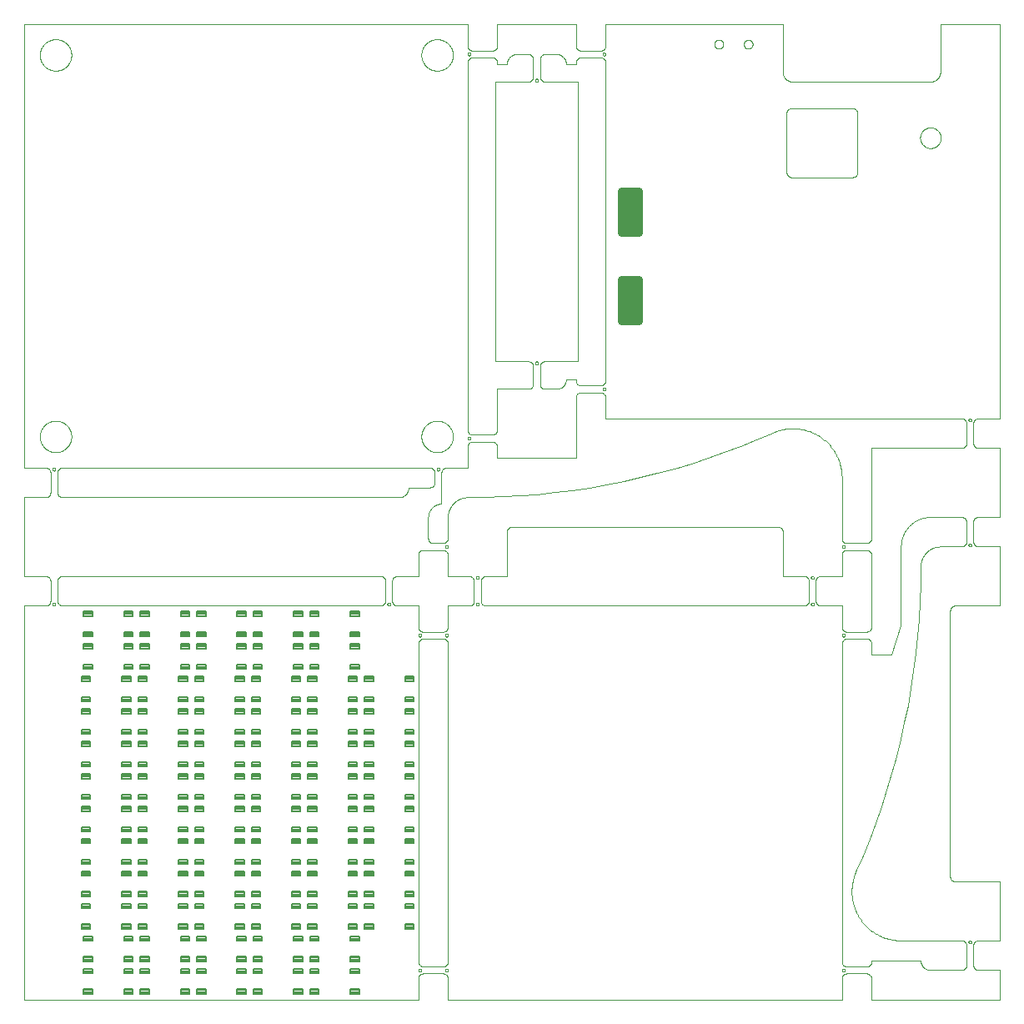
<source format=gtp>
G04 EAGLE Gerber X2 export*
G75*
%MOMM*%
%FSLAX34Y34*%
%LPD*%
%AMOC8*
5,1,8,0,0,1.08239X$1,22.5*%
G01*
%ADD10C,0.000000*%
%ADD11C,0.210000*%
%ADD12C,0.750000*%


D10*
X478000Y648000D02*
X511500Y648000D01*
X528500Y648000D02*
X562000Y648000D01*
X562000Y932000D01*
X528500Y932000D01*
X511500Y932000D02*
X478000Y932000D01*
X478000Y648000D01*
X590000Y590000D02*
X951500Y590000D01*
X968500Y590000D02*
X990000Y590000D01*
X990000Y990000D01*
X930000Y990000D01*
X590000Y951500D02*
X590000Y628500D01*
X590000Y611500D02*
X590000Y590000D01*
X590000Y968500D02*
X590000Y990000D01*
X990000Y120000D02*
X990000Y60000D01*
X990000Y120000D02*
X945000Y120000D01*
X944860Y120002D01*
X944720Y120008D01*
X944580Y120018D01*
X944440Y120031D01*
X944301Y120049D01*
X944162Y120071D01*
X944025Y120096D01*
X943887Y120125D01*
X943751Y120158D01*
X943616Y120195D01*
X943482Y120236D01*
X943349Y120281D01*
X943217Y120329D01*
X943087Y120381D01*
X942958Y120436D01*
X942831Y120495D01*
X942705Y120558D01*
X942581Y120624D01*
X942460Y120693D01*
X942340Y120766D01*
X942222Y120843D01*
X942107Y120922D01*
X941993Y121005D01*
X941883Y121091D01*
X941774Y121180D01*
X941668Y121272D01*
X941565Y121367D01*
X941464Y121464D01*
X941367Y121565D01*
X941272Y121668D01*
X941180Y121774D01*
X941091Y121883D01*
X941005Y121993D01*
X940922Y122107D01*
X940843Y122222D01*
X940766Y122340D01*
X940693Y122460D01*
X940624Y122581D01*
X940558Y122705D01*
X940495Y122831D01*
X940436Y122958D01*
X940381Y123087D01*
X940329Y123217D01*
X940281Y123349D01*
X940236Y123482D01*
X940195Y123616D01*
X940158Y123751D01*
X940125Y123887D01*
X940096Y124025D01*
X940071Y124162D01*
X940049Y124301D01*
X940031Y124440D01*
X940018Y124580D01*
X940008Y124720D01*
X940002Y124860D01*
X940000Y125000D01*
X940000Y395000D01*
X940002Y395140D01*
X940008Y395280D01*
X940018Y395420D01*
X940031Y395560D01*
X940049Y395699D01*
X940071Y395838D01*
X940096Y395975D01*
X940125Y396113D01*
X940158Y396249D01*
X940195Y396384D01*
X940236Y396518D01*
X940281Y396651D01*
X940329Y396783D01*
X940381Y396913D01*
X940436Y397042D01*
X940495Y397169D01*
X940558Y397295D01*
X940624Y397419D01*
X940693Y397540D01*
X940766Y397660D01*
X940843Y397778D01*
X940922Y397893D01*
X941005Y398007D01*
X941091Y398117D01*
X941180Y398226D01*
X941272Y398332D01*
X941367Y398435D01*
X941464Y398536D01*
X941565Y398633D01*
X941668Y398728D01*
X941774Y398820D01*
X941883Y398909D01*
X941993Y398995D01*
X942107Y399078D01*
X942222Y399157D01*
X942340Y399234D01*
X942460Y399307D01*
X942581Y399376D01*
X942705Y399442D01*
X942831Y399505D01*
X942958Y399564D01*
X943087Y399619D01*
X943217Y399671D01*
X943349Y399719D01*
X943482Y399764D01*
X943616Y399805D01*
X943751Y399842D01*
X943887Y399875D01*
X944025Y399904D01*
X944162Y399929D01*
X944301Y399951D01*
X944440Y399969D01*
X944580Y399982D01*
X944720Y399992D01*
X944860Y399998D01*
X945000Y400000D01*
X990000Y400000D01*
X990000Y460000D01*
X830000Y0D02*
X430000Y0D01*
X830000Y0D02*
X830000Y21500D01*
X830000Y38500D02*
X830000Y361500D01*
X830000Y378500D02*
X830000Y400000D01*
X808500Y400000D01*
X791500Y400000D02*
X468500Y400000D01*
X451500Y400000D02*
X430000Y400000D01*
X430000Y378500D01*
X430000Y361500D02*
X430000Y38500D01*
X430000Y21500D02*
X430000Y0D01*
X400000Y0D02*
X0Y0D01*
X400000Y0D02*
X400000Y21500D01*
X400000Y38500D02*
X400000Y361500D01*
X400000Y378500D02*
X400000Y400000D01*
X378500Y400000D01*
X361500Y400000D02*
X38500Y400000D01*
X21500Y400000D02*
X0Y400000D01*
X0Y0D01*
X0Y540000D02*
X21500Y540000D01*
X38500Y540000D02*
X411500Y540000D01*
X428500Y540000D02*
X450000Y540000D01*
X450000Y561500D01*
X450000Y578500D02*
X450000Y951500D01*
X450000Y968500D02*
X450000Y990000D01*
X0Y990000D01*
X0Y540000D01*
X890000Y60000D02*
X951500Y60000D01*
X968500Y60000D02*
X990000Y60000D01*
X990000Y460000D02*
X968500Y460000D01*
X951500Y460000D02*
X930000Y460000D01*
X910000Y440000D02*
X909794Y422284D01*
X909177Y404578D01*
X908149Y386891D01*
X906711Y369233D01*
X904862Y351613D01*
X902605Y334041D01*
X899941Y316525D01*
X896871Y299077D01*
X893396Y281704D01*
X889518Y264417D01*
X885241Y247224D01*
X880565Y230135D01*
X875493Y213160D01*
X870029Y196307D01*
X864175Y179585D01*
X857934Y163004D01*
X851310Y146572D01*
X844306Y130299D01*
X843827Y129185D01*
X843375Y128059D01*
X842951Y126923D01*
X842554Y125777D01*
X842186Y124622D01*
X841845Y123458D01*
X841533Y122286D01*
X841249Y121107D01*
X840994Y119922D01*
X840768Y118730D01*
X840571Y117534D01*
X840403Y116333D01*
X840264Y115128D01*
X840154Y113920D01*
X840074Y112710D01*
X840022Y111499D01*
X840001Y110286D01*
X840009Y109074D01*
X840046Y107862D01*
X840112Y106651D01*
X840208Y105442D01*
X840333Y104236D01*
X840488Y103033D01*
X840671Y101834D01*
X840884Y100640D01*
X841125Y99452D01*
X841396Y98270D01*
X841694Y97094D01*
X842021Y95927D01*
X842377Y94767D01*
X842760Y93617D01*
X843172Y92476D01*
X843610Y91345D01*
X844076Y90226D01*
X844569Y89118D01*
X845089Y88022D01*
X845635Y86940D01*
X846208Y85870D01*
X846806Y84815D01*
X847429Y83775D01*
X848078Y82751D01*
X848751Y81742D01*
X849448Y80750D01*
X850170Y79775D01*
X850914Y78818D01*
X851682Y77879D01*
X852472Y76959D01*
X853285Y76059D01*
X854119Y75179D01*
X854974Y74319D01*
X855849Y73480D01*
X856745Y72662D01*
X857660Y71867D01*
X858595Y71094D01*
X859547Y70343D01*
X860518Y69617D01*
X861506Y68913D01*
X862511Y68235D01*
X863532Y67580D01*
X864569Y66951D01*
X865620Y66347D01*
X866686Y65768D01*
X867765Y65216D01*
X868858Y64690D01*
X869963Y64190D01*
X871080Y63718D01*
X872208Y63273D01*
X873346Y62855D01*
X874495Y62465D01*
X875652Y62103D01*
X876818Y61769D01*
X877991Y61463D01*
X879172Y61187D01*
X880359Y60938D01*
X881552Y60719D01*
X882749Y60529D01*
X883951Y60367D01*
X885157Y60235D01*
X886365Y60132D01*
X887576Y60059D01*
X888787Y60015D01*
X890000Y60000D01*
X910000Y440000D02*
X910006Y440483D01*
X910023Y440966D01*
X910053Y441449D01*
X910093Y441930D01*
X910146Y442411D01*
X910210Y442890D01*
X910285Y443367D01*
X910373Y443843D01*
X910471Y444316D01*
X910581Y444786D01*
X910702Y445254D01*
X910835Y445719D01*
X910979Y446180D01*
X911134Y446638D01*
X911300Y447092D01*
X911477Y447542D01*
X911664Y447987D01*
X911863Y448428D01*
X912071Y448864D01*
X912291Y449294D01*
X912521Y449720D01*
X912761Y450139D01*
X913011Y450553D01*
X913271Y450960D01*
X913540Y451361D01*
X913820Y451756D01*
X914108Y452143D01*
X914407Y452524D01*
X914714Y452897D01*
X915030Y453262D01*
X915355Y453620D01*
X915688Y453970D01*
X916030Y454312D01*
X916380Y454645D01*
X916738Y454970D01*
X917103Y455286D01*
X917476Y455593D01*
X917857Y455892D01*
X918244Y456180D01*
X918639Y456460D01*
X919040Y456729D01*
X919447Y456989D01*
X919861Y457239D01*
X920280Y457479D01*
X920706Y457709D01*
X921136Y457929D01*
X921572Y458137D01*
X922013Y458336D01*
X922458Y458523D01*
X922908Y458700D01*
X923362Y458866D01*
X923820Y459021D01*
X924281Y459165D01*
X924746Y459298D01*
X925214Y459419D01*
X925684Y459529D01*
X926157Y459627D01*
X926633Y459715D01*
X927110Y459790D01*
X927589Y459854D01*
X928070Y459907D01*
X928551Y459947D01*
X929034Y459977D01*
X929517Y459994D01*
X930000Y460000D01*
X830000Y430000D02*
X808500Y430000D01*
X791500Y430000D02*
X770000Y430000D01*
X770000Y475000D01*
X769998Y475140D01*
X769992Y475280D01*
X769982Y475420D01*
X769969Y475560D01*
X769951Y475699D01*
X769929Y475838D01*
X769904Y475975D01*
X769875Y476113D01*
X769842Y476249D01*
X769805Y476384D01*
X769764Y476518D01*
X769719Y476651D01*
X769671Y476783D01*
X769619Y476913D01*
X769564Y477042D01*
X769505Y477169D01*
X769442Y477295D01*
X769376Y477419D01*
X769307Y477540D01*
X769234Y477660D01*
X769157Y477778D01*
X769078Y477893D01*
X768995Y478007D01*
X768909Y478117D01*
X768820Y478226D01*
X768728Y478332D01*
X768633Y478435D01*
X768536Y478536D01*
X768435Y478633D01*
X768332Y478728D01*
X768226Y478820D01*
X768117Y478909D01*
X768007Y478995D01*
X767893Y479078D01*
X767778Y479157D01*
X767660Y479234D01*
X767540Y479307D01*
X767419Y479376D01*
X767295Y479442D01*
X767169Y479505D01*
X767042Y479564D01*
X766913Y479619D01*
X766783Y479671D01*
X766651Y479719D01*
X766518Y479764D01*
X766384Y479805D01*
X766249Y479842D01*
X766113Y479875D01*
X765975Y479904D01*
X765838Y479929D01*
X765699Y479951D01*
X765560Y479969D01*
X765420Y479982D01*
X765280Y479992D01*
X765140Y479998D01*
X765000Y480000D01*
X495000Y480000D01*
X494860Y479998D01*
X494720Y479992D01*
X494580Y479982D01*
X494440Y479969D01*
X494301Y479951D01*
X494162Y479929D01*
X494025Y479904D01*
X493887Y479875D01*
X493751Y479842D01*
X493616Y479805D01*
X493482Y479764D01*
X493349Y479719D01*
X493217Y479671D01*
X493087Y479619D01*
X492958Y479564D01*
X492831Y479505D01*
X492705Y479442D01*
X492581Y479376D01*
X492460Y479307D01*
X492340Y479234D01*
X492222Y479157D01*
X492107Y479078D01*
X491993Y478995D01*
X491883Y478909D01*
X491774Y478820D01*
X491668Y478728D01*
X491565Y478633D01*
X491464Y478536D01*
X491367Y478435D01*
X491272Y478332D01*
X491180Y478226D01*
X491091Y478117D01*
X491005Y478007D01*
X490922Y477893D01*
X490843Y477778D01*
X490766Y477660D01*
X490693Y477540D01*
X490624Y477419D01*
X490558Y477295D01*
X490495Y477169D01*
X490436Y477042D01*
X490381Y476913D01*
X490329Y476783D01*
X490281Y476651D01*
X490236Y476518D01*
X490195Y476384D01*
X490158Y476249D01*
X490125Y476113D01*
X490096Y475975D01*
X490071Y475838D01*
X490049Y475699D01*
X490031Y475560D01*
X490018Y475420D01*
X490008Y475280D01*
X490002Y475140D01*
X490000Y475000D01*
X490000Y430000D01*
X468500Y430000D01*
X451500Y430000D02*
X430000Y430000D01*
X830000Y468500D02*
X830000Y530000D01*
X830000Y451500D02*
X830000Y430000D01*
X430000Y430000D02*
X430000Y451500D01*
X430000Y468500D02*
X430000Y490000D01*
X430006Y490483D01*
X430023Y490966D01*
X430053Y491449D01*
X430093Y491930D01*
X430146Y492411D01*
X430210Y492890D01*
X430285Y493367D01*
X430373Y493843D01*
X430471Y494316D01*
X430581Y494786D01*
X430702Y495254D01*
X430835Y495719D01*
X430979Y496180D01*
X431134Y496638D01*
X431300Y497092D01*
X431477Y497542D01*
X431664Y497987D01*
X431863Y498428D01*
X432071Y498864D01*
X432291Y499294D01*
X432521Y499720D01*
X432761Y500139D01*
X433011Y500553D01*
X433271Y500960D01*
X433540Y501361D01*
X433820Y501756D01*
X434108Y502143D01*
X434407Y502524D01*
X434714Y502897D01*
X435030Y503262D01*
X435355Y503620D01*
X435688Y503970D01*
X436030Y504312D01*
X436380Y504645D01*
X436738Y504970D01*
X437103Y505286D01*
X437476Y505593D01*
X437857Y505892D01*
X438244Y506180D01*
X438639Y506460D01*
X439040Y506729D01*
X439447Y506989D01*
X439861Y507239D01*
X440280Y507479D01*
X440706Y507709D01*
X441136Y507929D01*
X441572Y508137D01*
X442013Y508336D01*
X442458Y508523D01*
X442908Y508700D01*
X443362Y508866D01*
X443820Y509021D01*
X444281Y509165D01*
X444746Y509298D01*
X445214Y509419D01*
X445684Y509529D01*
X446157Y509627D01*
X446633Y509715D01*
X447110Y509790D01*
X447589Y509854D01*
X448070Y509907D01*
X448551Y509947D01*
X449034Y509977D01*
X449517Y509994D01*
X450000Y510000D01*
X425000Y456500D02*
X425140Y456498D01*
X425280Y456492D01*
X425420Y456482D01*
X425560Y456469D01*
X425699Y456451D01*
X425838Y456429D01*
X425975Y456404D01*
X426113Y456375D01*
X426249Y456342D01*
X426384Y456305D01*
X426518Y456264D01*
X426651Y456219D01*
X426783Y456171D01*
X426913Y456119D01*
X427042Y456064D01*
X427169Y456005D01*
X427295Y455942D01*
X427419Y455876D01*
X427540Y455807D01*
X427660Y455734D01*
X427778Y455657D01*
X427893Y455578D01*
X428007Y455495D01*
X428117Y455409D01*
X428226Y455320D01*
X428332Y455228D01*
X428435Y455133D01*
X428536Y455036D01*
X428633Y454935D01*
X428728Y454832D01*
X428820Y454726D01*
X428909Y454617D01*
X428995Y454507D01*
X429078Y454393D01*
X429157Y454278D01*
X429234Y454160D01*
X429307Y454040D01*
X429376Y453919D01*
X429442Y453795D01*
X429505Y453669D01*
X429564Y453542D01*
X429619Y453413D01*
X429671Y453283D01*
X429719Y453151D01*
X429764Y453018D01*
X429805Y452884D01*
X429842Y452749D01*
X429875Y452613D01*
X429904Y452475D01*
X429929Y452338D01*
X429951Y452199D01*
X429969Y452060D01*
X429982Y451920D01*
X429992Y451780D01*
X429998Y451640D01*
X430000Y451500D01*
X427000Y460000D02*
X427002Y460077D01*
X427008Y460154D01*
X427018Y460231D01*
X427032Y460307D01*
X427049Y460382D01*
X427071Y460456D01*
X427096Y460529D01*
X427126Y460601D01*
X427158Y460671D01*
X427195Y460739D01*
X427234Y460805D01*
X427277Y460869D01*
X427324Y460931D01*
X427373Y460990D01*
X427426Y461047D01*
X427481Y461101D01*
X427539Y461152D01*
X427600Y461200D01*
X427663Y461245D01*
X427728Y461286D01*
X427795Y461324D01*
X427864Y461359D01*
X427935Y461389D01*
X428007Y461417D01*
X428081Y461440D01*
X428155Y461460D01*
X428231Y461476D01*
X428307Y461488D01*
X428384Y461496D01*
X428461Y461500D01*
X428539Y461500D01*
X428616Y461496D01*
X428693Y461488D01*
X428769Y461476D01*
X428845Y461460D01*
X428919Y461440D01*
X428993Y461417D01*
X429065Y461389D01*
X429136Y461359D01*
X429205Y461324D01*
X429272Y461286D01*
X429337Y461245D01*
X429400Y461200D01*
X429461Y461152D01*
X429519Y461101D01*
X429574Y461047D01*
X429627Y460990D01*
X429676Y460931D01*
X429723Y460869D01*
X429766Y460805D01*
X429805Y460739D01*
X429842Y460671D01*
X429874Y460601D01*
X429904Y460529D01*
X429929Y460456D01*
X429951Y460382D01*
X429968Y460307D01*
X429982Y460231D01*
X429992Y460154D01*
X429998Y460077D01*
X430000Y460000D01*
X429998Y459923D01*
X429992Y459846D01*
X429982Y459769D01*
X429968Y459693D01*
X429951Y459618D01*
X429929Y459544D01*
X429904Y459471D01*
X429874Y459399D01*
X429842Y459329D01*
X429805Y459261D01*
X429766Y459195D01*
X429723Y459131D01*
X429676Y459069D01*
X429627Y459010D01*
X429574Y458953D01*
X429519Y458899D01*
X429461Y458848D01*
X429400Y458800D01*
X429337Y458755D01*
X429272Y458714D01*
X429205Y458676D01*
X429136Y458641D01*
X429065Y458611D01*
X428993Y458583D01*
X428919Y458560D01*
X428845Y458540D01*
X428769Y458524D01*
X428693Y458512D01*
X428616Y458504D01*
X428539Y458500D01*
X428461Y458500D01*
X428384Y458504D01*
X428307Y458512D01*
X428231Y458524D01*
X428155Y458540D01*
X428081Y458560D01*
X428007Y458583D01*
X427935Y458611D01*
X427864Y458641D01*
X427795Y458676D01*
X427728Y458714D01*
X427663Y458755D01*
X427600Y458800D01*
X427539Y458848D01*
X427481Y458899D01*
X427426Y458953D01*
X427373Y459010D01*
X427324Y459069D01*
X427277Y459131D01*
X427234Y459195D01*
X427195Y459261D01*
X427158Y459329D01*
X427126Y459399D01*
X427096Y459471D01*
X427071Y459544D01*
X427049Y459618D01*
X427032Y459693D01*
X427018Y459769D01*
X427008Y459846D01*
X427002Y459923D01*
X427000Y460000D01*
X425000Y463500D02*
X425140Y463502D01*
X425280Y463508D01*
X425420Y463518D01*
X425560Y463531D01*
X425699Y463549D01*
X425838Y463571D01*
X425975Y463596D01*
X426113Y463625D01*
X426249Y463658D01*
X426384Y463695D01*
X426518Y463736D01*
X426651Y463781D01*
X426783Y463829D01*
X426913Y463881D01*
X427042Y463936D01*
X427169Y463995D01*
X427295Y464058D01*
X427419Y464124D01*
X427540Y464193D01*
X427660Y464266D01*
X427778Y464343D01*
X427893Y464422D01*
X428007Y464505D01*
X428117Y464591D01*
X428226Y464680D01*
X428332Y464772D01*
X428435Y464867D01*
X428536Y464964D01*
X428633Y465065D01*
X428728Y465168D01*
X428820Y465274D01*
X428909Y465383D01*
X428995Y465493D01*
X429078Y465607D01*
X429157Y465722D01*
X429234Y465840D01*
X429307Y465960D01*
X429376Y466081D01*
X429442Y466205D01*
X429505Y466331D01*
X429564Y466458D01*
X429619Y466587D01*
X429671Y466717D01*
X429719Y466849D01*
X429764Y466982D01*
X429805Y467116D01*
X429842Y467251D01*
X429875Y467387D01*
X429904Y467525D01*
X429929Y467662D01*
X429951Y467801D01*
X429969Y467940D01*
X429982Y468080D01*
X429992Y468220D01*
X429998Y468360D01*
X430000Y468500D01*
X590000Y951500D02*
X589998Y951640D01*
X589992Y951780D01*
X589982Y951920D01*
X589969Y952060D01*
X589951Y952199D01*
X589929Y952338D01*
X589904Y952475D01*
X589875Y952613D01*
X589842Y952749D01*
X589805Y952884D01*
X589764Y953018D01*
X589719Y953151D01*
X589671Y953283D01*
X589619Y953413D01*
X589564Y953542D01*
X589505Y953669D01*
X589442Y953795D01*
X589376Y953919D01*
X589307Y954040D01*
X589234Y954160D01*
X589157Y954278D01*
X589078Y954393D01*
X588995Y954507D01*
X588909Y954617D01*
X588820Y954726D01*
X588728Y954832D01*
X588633Y954935D01*
X588536Y955036D01*
X588435Y955133D01*
X588332Y955228D01*
X588226Y955320D01*
X588117Y955409D01*
X588007Y955495D01*
X587893Y955578D01*
X587778Y955657D01*
X587660Y955734D01*
X587540Y955807D01*
X587419Y955876D01*
X587295Y955942D01*
X587169Y956005D01*
X587042Y956064D01*
X586913Y956119D01*
X586783Y956171D01*
X586651Y956219D01*
X586518Y956264D01*
X586384Y956305D01*
X586249Y956342D01*
X586113Y956375D01*
X585975Y956404D01*
X585838Y956429D01*
X585699Y956451D01*
X585560Y956469D01*
X585420Y956482D01*
X585280Y956492D01*
X585140Y956498D01*
X585000Y956500D01*
X587000Y960000D02*
X587002Y960077D01*
X587008Y960154D01*
X587018Y960231D01*
X587032Y960307D01*
X587049Y960382D01*
X587071Y960456D01*
X587096Y960529D01*
X587126Y960601D01*
X587158Y960671D01*
X587195Y960739D01*
X587234Y960805D01*
X587277Y960869D01*
X587324Y960931D01*
X587373Y960990D01*
X587426Y961047D01*
X587481Y961101D01*
X587539Y961152D01*
X587600Y961200D01*
X587663Y961245D01*
X587728Y961286D01*
X587795Y961324D01*
X587864Y961359D01*
X587935Y961389D01*
X588007Y961417D01*
X588081Y961440D01*
X588155Y961460D01*
X588231Y961476D01*
X588307Y961488D01*
X588384Y961496D01*
X588461Y961500D01*
X588539Y961500D01*
X588616Y961496D01*
X588693Y961488D01*
X588769Y961476D01*
X588845Y961460D01*
X588919Y961440D01*
X588993Y961417D01*
X589065Y961389D01*
X589136Y961359D01*
X589205Y961324D01*
X589272Y961286D01*
X589337Y961245D01*
X589400Y961200D01*
X589461Y961152D01*
X589519Y961101D01*
X589574Y961047D01*
X589627Y960990D01*
X589676Y960931D01*
X589723Y960869D01*
X589766Y960805D01*
X589805Y960739D01*
X589842Y960671D01*
X589874Y960601D01*
X589904Y960529D01*
X589929Y960456D01*
X589951Y960382D01*
X589968Y960307D01*
X589982Y960231D01*
X589992Y960154D01*
X589998Y960077D01*
X590000Y960000D01*
X589998Y959923D01*
X589992Y959846D01*
X589982Y959769D01*
X589968Y959693D01*
X589951Y959618D01*
X589929Y959544D01*
X589904Y959471D01*
X589874Y959399D01*
X589842Y959329D01*
X589805Y959261D01*
X589766Y959195D01*
X589723Y959131D01*
X589676Y959069D01*
X589627Y959010D01*
X589574Y958953D01*
X589519Y958899D01*
X589461Y958848D01*
X589400Y958800D01*
X589337Y958755D01*
X589272Y958714D01*
X589205Y958676D01*
X589136Y958641D01*
X589065Y958611D01*
X588993Y958583D01*
X588919Y958560D01*
X588845Y958540D01*
X588769Y958524D01*
X588693Y958512D01*
X588616Y958504D01*
X588539Y958500D01*
X588461Y958500D01*
X588384Y958504D01*
X588307Y958512D01*
X588231Y958524D01*
X588155Y958540D01*
X588081Y958560D01*
X588007Y958583D01*
X587935Y958611D01*
X587864Y958641D01*
X587795Y958676D01*
X587728Y958714D01*
X587663Y958755D01*
X587600Y958800D01*
X587539Y958848D01*
X587481Y958899D01*
X587426Y958953D01*
X587373Y959010D01*
X587324Y959069D01*
X587277Y959131D01*
X587234Y959195D01*
X587195Y959261D01*
X587158Y959329D01*
X587126Y959399D01*
X587096Y959471D01*
X587071Y959544D01*
X587049Y959618D01*
X587032Y959693D01*
X587018Y959769D01*
X587008Y959846D01*
X587002Y959923D01*
X587000Y960000D01*
X585000Y963500D02*
X585140Y963502D01*
X585280Y963508D01*
X585420Y963518D01*
X585560Y963531D01*
X585699Y963549D01*
X585838Y963571D01*
X585975Y963596D01*
X586113Y963625D01*
X586249Y963658D01*
X586384Y963695D01*
X586518Y963736D01*
X586651Y963781D01*
X586783Y963829D01*
X586913Y963881D01*
X587042Y963936D01*
X587169Y963995D01*
X587295Y964058D01*
X587419Y964124D01*
X587540Y964193D01*
X587660Y964266D01*
X587778Y964343D01*
X587893Y964422D01*
X588007Y964505D01*
X588117Y964591D01*
X588226Y964680D01*
X588332Y964772D01*
X588435Y964867D01*
X588536Y964964D01*
X588633Y965065D01*
X588728Y965168D01*
X588820Y965274D01*
X588909Y965383D01*
X588995Y965493D01*
X589078Y965607D01*
X589157Y965722D01*
X589234Y965840D01*
X589307Y965960D01*
X589376Y966081D01*
X589442Y966205D01*
X589505Y966331D01*
X589564Y966458D01*
X589619Y966587D01*
X589671Y966717D01*
X589719Y966849D01*
X589764Y966982D01*
X589805Y967116D01*
X589842Y967251D01*
X589875Y967387D01*
X589904Y967525D01*
X589929Y967662D01*
X589951Y967801D01*
X589969Y967940D01*
X589982Y968080D01*
X589992Y968220D01*
X589998Y968360D01*
X590000Y968500D01*
X585000Y616500D02*
X585140Y616498D01*
X585280Y616492D01*
X585420Y616482D01*
X585560Y616469D01*
X585699Y616451D01*
X585838Y616429D01*
X585975Y616404D01*
X586113Y616375D01*
X586249Y616342D01*
X586384Y616305D01*
X586518Y616264D01*
X586651Y616219D01*
X586783Y616171D01*
X586913Y616119D01*
X587042Y616064D01*
X587169Y616005D01*
X587295Y615942D01*
X587419Y615876D01*
X587540Y615807D01*
X587660Y615734D01*
X587778Y615657D01*
X587893Y615578D01*
X588007Y615495D01*
X588117Y615409D01*
X588226Y615320D01*
X588332Y615228D01*
X588435Y615133D01*
X588536Y615036D01*
X588633Y614935D01*
X588728Y614832D01*
X588820Y614726D01*
X588909Y614617D01*
X588995Y614507D01*
X589078Y614393D01*
X589157Y614278D01*
X589234Y614160D01*
X589307Y614040D01*
X589376Y613919D01*
X589442Y613795D01*
X589505Y613669D01*
X589564Y613542D01*
X589619Y613413D01*
X589671Y613283D01*
X589719Y613151D01*
X589764Y613018D01*
X589805Y612884D01*
X589842Y612749D01*
X589875Y612613D01*
X589904Y612475D01*
X589929Y612338D01*
X589951Y612199D01*
X589969Y612060D01*
X589982Y611920D01*
X589992Y611780D01*
X589998Y611640D01*
X590000Y611500D01*
X587000Y620000D02*
X587002Y620077D01*
X587008Y620154D01*
X587018Y620231D01*
X587032Y620307D01*
X587049Y620382D01*
X587071Y620456D01*
X587096Y620529D01*
X587126Y620601D01*
X587158Y620671D01*
X587195Y620739D01*
X587234Y620805D01*
X587277Y620869D01*
X587324Y620931D01*
X587373Y620990D01*
X587426Y621047D01*
X587481Y621101D01*
X587539Y621152D01*
X587600Y621200D01*
X587663Y621245D01*
X587728Y621286D01*
X587795Y621324D01*
X587864Y621359D01*
X587935Y621389D01*
X588007Y621417D01*
X588081Y621440D01*
X588155Y621460D01*
X588231Y621476D01*
X588307Y621488D01*
X588384Y621496D01*
X588461Y621500D01*
X588539Y621500D01*
X588616Y621496D01*
X588693Y621488D01*
X588769Y621476D01*
X588845Y621460D01*
X588919Y621440D01*
X588993Y621417D01*
X589065Y621389D01*
X589136Y621359D01*
X589205Y621324D01*
X589272Y621286D01*
X589337Y621245D01*
X589400Y621200D01*
X589461Y621152D01*
X589519Y621101D01*
X589574Y621047D01*
X589627Y620990D01*
X589676Y620931D01*
X589723Y620869D01*
X589766Y620805D01*
X589805Y620739D01*
X589842Y620671D01*
X589874Y620601D01*
X589904Y620529D01*
X589929Y620456D01*
X589951Y620382D01*
X589968Y620307D01*
X589982Y620231D01*
X589992Y620154D01*
X589998Y620077D01*
X590000Y620000D01*
X589998Y619923D01*
X589992Y619846D01*
X589982Y619769D01*
X589968Y619693D01*
X589951Y619618D01*
X589929Y619544D01*
X589904Y619471D01*
X589874Y619399D01*
X589842Y619329D01*
X589805Y619261D01*
X589766Y619195D01*
X589723Y619131D01*
X589676Y619069D01*
X589627Y619010D01*
X589574Y618953D01*
X589519Y618899D01*
X589461Y618848D01*
X589400Y618800D01*
X589337Y618755D01*
X589272Y618714D01*
X589205Y618676D01*
X589136Y618641D01*
X589065Y618611D01*
X588993Y618583D01*
X588919Y618560D01*
X588845Y618540D01*
X588769Y618524D01*
X588693Y618512D01*
X588616Y618504D01*
X588539Y618500D01*
X588461Y618500D01*
X588384Y618504D01*
X588307Y618512D01*
X588231Y618524D01*
X588155Y618540D01*
X588081Y618560D01*
X588007Y618583D01*
X587935Y618611D01*
X587864Y618641D01*
X587795Y618676D01*
X587728Y618714D01*
X587663Y618755D01*
X587600Y618800D01*
X587539Y618848D01*
X587481Y618899D01*
X587426Y618953D01*
X587373Y619010D01*
X587324Y619069D01*
X587277Y619131D01*
X587234Y619195D01*
X587195Y619261D01*
X587158Y619329D01*
X587126Y619399D01*
X587096Y619471D01*
X587071Y619544D01*
X587049Y619618D01*
X587032Y619693D01*
X587018Y619769D01*
X587008Y619846D01*
X587002Y619923D01*
X587000Y620000D01*
X585000Y623500D02*
X585140Y623502D01*
X585280Y623508D01*
X585420Y623518D01*
X585560Y623531D01*
X585699Y623549D01*
X585838Y623571D01*
X585975Y623596D01*
X586113Y623625D01*
X586249Y623658D01*
X586384Y623695D01*
X586518Y623736D01*
X586651Y623781D01*
X586783Y623829D01*
X586913Y623881D01*
X587042Y623936D01*
X587169Y623995D01*
X587295Y624058D01*
X587419Y624124D01*
X587540Y624193D01*
X587660Y624266D01*
X587778Y624343D01*
X587893Y624422D01*
X588007Y624505D01*
X588117Y624591D01*
X588226Y624680D01*
X588332Y624772D01*
X588435Y624867D01*
X588536Y624964D01*
X588633Y625065D01*
X588728Y625168D01*
X588820Y625274D01*
X588909Y625383D01*
X588995Y625493D01*
X589078Y625607D01*
X589157Y625722D01*
X589234Y625840D01*
X589307Y625960D01*
X589376Y626081D01*
X589442Y626205D01*
X589505Y626331D01*
X589564Y626458D01*
X589619Y626587D01*
X589671Y626717D01*
X589719Y626849D01*
X589764Y626982D01*
X589805Y627116D01*
X589842Y627251D01*
X589875Y627387D01*
X589904Y627525D01*
X589929Y627662D01*
X589951Y627801D01*
X589969Y627940D01*
X589982Y628080D01*
X589992Y628220D01*
X589998Y628360D01*
X590000Y628500D01*
X963500Y585000D02*
X963502Y585140D01*
X963508Y585280D01*
X963518Y585420D01*
X963531Y585560D01*
X963549Y585699D01*
X963571Y585838D01*
X963596Y585975D01*
X963625Y586113D01*
X963658Y586249D01*
X963695Y586384D01*
X963736Y586518D01*
X963781Y586651D01*
X963829Y586783D01*
X963881Y586913D01*
X963936Y587042D01*
X963995Y587169D01*
X964058Y587295D01*
X964124Y587419D01*
X964193Y587540D01*
X964266Y587660D01*
X964343Y587778D01*
X964422Y587893D01*
X964505Y588007D01*
X964591Y588117D01*
X964680Y588226D01*
X964772Y588332D01*
X964867Y588435D01*
X964964Y588536D01*
X965065Y588633D01*
X965168Y588728D01*
X965274Y588820D01*
X965383Y588909D01*
X965493Y588995D01*
X965607Y589078D01*
X965722Y589157D01*
X965840Y589234D01*
X965960Y589307D01*
X966081Y589376D01*
X966205Y589442D01*
X966331Y589505D01*
X966458Y589564D01*
X966587Y589619D01*
X966717Y589671D01*
X966849Y589719D01*
X966982Y589764D01*
X967116Y589805D01*
X967251Y589842D01*
X967387Y589875D01*
X967525Y589904D01*
X967662Y589929D01*
X967801Y589951D01*
X967940Y589969D01*
X968080Y589982D01*
X968220Y589992D01*
X968360Y589998D01*
X968500Y590000D01*
X958500Y588500D02*
X958502Y588577D01*
X958508Y588654D01*
X958518Y588731D01*
X958532Y588807D01*
X958549Y588882D01*
X958571Y588956D01*
X958596Y589029D01*
X958626Y589101D01*
X958658Y589171D01*
X958695Y589239D01*
X958734Y589305D01*
X958777Y589369D01*
X958824Y589431D01*
X958873Y589490D01*
X958926Y589547D01*
X958981Y589601D01*
X959039Y589652D01*
X959100Y589700D01*
X959163Y589745D01*
X959228Y589786D01*
X959295Y589824D01*
X959364Y589859D01*
X959435Y589889D01*
X959507Y589917D01*
X959581Y589940D01*
X959655Y589960D01*
X959731Y589976D01*
X959807Y589988D01*
X959884Y589996D01*
X959961Y590000D01*
X960039Y590000D01*
X960116Y589996D01*
X960193Y589988D01*
X960269Y589976D01*
X960345Y589960D01*
X960419Y589940D01*
X960493Y589917D01*
X960565Y589889D01*
X960636Y589859D01*
X960705Y589824D01*
X960772Y589786D01*
X960837Y589745D01*
X960900Y589700D01*
X960961Y589652D01*
X961019Y589601D01*
X961074Y589547D01*
X961127Y589490D01*
X961176Y589431D01*
X961223Y589369D01*
X961266Y589305D01*
X961305Y589239D01*
X961342Y589171D01*
X961374Y589101D01*
X961404Y589029D01*
X961429Y588956D01*
X961451Y588882D01*
X961468Y588807D01*
X961482Y588731D01*
X961492Y588654D01*
X961498Y588577D01*
X961500Y588500D01*
X961498Y588423D01*
X961492Y588346D01*
X961482Y588269D01*
X961468Y588193D01*
X961451Y588118D01*
X961429Y588044D01*
X961404Y587971D01*
X961374Y587899D01*
X961342Y587829D01*
X961305Y587761D01*
X961266Y587695D01*
X961223Y587631D01*
X961176Y587569D01*
X961127Y587510D01*
X961074Y587453D01*
X961019Y587399D01*
X960961Y587348D01*
X960900Y587300D01*
X960837Y587255D01*
X960772Y587214D01*
X960705Y587176D01*
X960636Y587141D01*
X960565Y587111D01*
X960493Y587083D01*
X960419Y587060D01*
X960345Y587040D01*
X960269Y587024D01*
X960193Y587012D01*
X960116Y587004D01*
X960039Y587000D01*
X959961Y587000D01*
X959884Y587004D01*
X959807Y587012D01*
X959731Y587024D01*
X959655Y587040D01*
X959581Y587060D01*
X959507Y587083D01*
X959435Y587111D01*
X959364Y587141D01*
X959295Y587176D01*
X959228Y587214D01*
X959163Y587255D01*
X959100Y587300D01*
X959039Y587348D01*
X958981Y587399D01*
X958926Y587453D01*
X958873Y587510D01*
X958824Y587569D01*
X958777Y587631D01*
X958734Y587695D01*
X958695Y587761D01*
X958658Y587829D01*
X958626Y587899D01*
X958596Y587971D01*
X958571Y588044D01*
X958549Y588118D01*
X958532Y588193D01*
X958518Y588269D01*
X958508Y588346D01*
X958502Y588423D01*
X958500Y588500D01*
X956500Y585000D02*
X956498Y585140D01*
X956492Y585280D01*
X956482Y585420D01*
X956469Y585560D01*
X956451Y585699D01*
X956429Y585838D01*
X956404Y585975D01*
X956375Y586113D01*
X956342Y586249D01*
X956305Y586384D01*
X956264Y586518D01*
X956219Y586651D01*
X956171Y586783D01*
X956119Y586913D01*
X956064Y587042D01*
X956005Y587169D01*
X955942Y587295D01*
X955876Y587419D01*
X955807Y587540D01*
X955734Y587660D01*
X955657Y587778D01*
X955578Y587893D01*
X955495Y588007D01*
X955409Y588117D01*
X955320Y588226D01*
X955228Y588332D01*
X955133Y588435D01*
X955036Y588536D01*
X954935Y588633D01*
X954832Y588728D01*
X954726Y588820D01*
X954617Y588909D01*
X954507Y588995D01*
X954393Y589078D01*
X954278Y589157D01*
X954160Y589234D01*
X954040Y589307D01*
X953919Y589376D01*
X953795Y589442D01*
X953669Y589505D01*
X953542Y589564D01*
X953413Y589619D01*
X953283Y589671D01*
X953151Y589719D01*
X953018Y589764D01*
X952884Y589805D01*
X952749Y589842D01*
X952613Y589875D01*
X952475Y589904D01*
X952338Y589929D01*
X952199Y589951D01*
X952060Y589969D01*
X951920Y589982D01*
X951780Y589992D01*
X951640Y589998D01*
X951500Y590000D01*
X956500Y585000D02*
X956500Y565000D01*
X963500Y565000D02*
X963500Y585000D01*
X835000Y463500D02*
X834860Y463502D01*
X834720Y463508D01*
X834580Y463518D01*
X834440Y463531D01*
X834301Y463549D01*
X834162Y463571D01*
X834025Y463596D01*
X833887Y463625D01*
X833751Y463658D01*
X833616Y463695D01*
X833482Y463736D01*
X833349Y463781D01*
X833217Y463829D01*
X833087Y463881D01*
X832958Y463936D01*
X832831Y463995D01*
X832705Y464058D01*
X832581Y464124D01*
X832460Y464193D01*
X832340Y464266D01*
X832222Y464343D01*
X832107Y464422D01*
X831993Y464505D01*
X831883Y464591D01*
X831774Y464680D01*
X831668Y464772D01*
X831565Y464867D01*
X831464Y464964D01*
X831367Y465065D01*
X831272Y465168D01*
X831180Y465274D01*
X831091Y465383D01*
X831005Y465493D01*
X830922Y465607D01*
X830843Y465722D01*
X830766Y465840D01*
X830693Y465960D01*
X830624Y466081D01*
X830558Y466205D01*
X830495Y466331D01*
X830436Y466458D01*
X830381Y466587D01*
X830329Y466717D01*
X830281Y466849D01*
X830236Y466982D01*
X830195Y467116D01*
X830158Y467251D01*
X830125Y467387D01*
X830096Y467525D01*
X830071Y467662D01*
X830049Y467801D01*
X830031Y467940D01*
X830018Y468080D01*
X830008Y468220D01*
X830002Y468360D01*
X830000Y468500D01*
X830000Y460000D02*
X830002Y460077D01*
X830008Y460154D01*
X830018Y460231D01*
X830032Y460307D01*
X830049Y460382D01*
X830071Y460456D01*
X830096Y460529D01*
X830126Y460601D01*
X830158Y460671D01*
X830195Y460739D01*
X830234Y460805D01*
X830277Y460869D01*
X830324Y460931D01*
X830373Y460990D01*
X830426Y461047D01*
X830481Y461101D01*
X830539Y461152D01*
X830600Y461200D01*
X830663Y461245D01*
X830728Y461286D01*
X830795Y461324D01*
X830864Y461359D01*
X830935Y461389D01*
X831007Y461417D01*
X831081Y461440D01*
X831155Y461460D01*
X831231Y461476D01*
X831307Y461488D01*
X831384Y461496D01*
X831461Y461500D01*
X831539Y461500D01*
X831616Y461496D01*
X831693Y461488D01*
X831769Y461476D01*
X831845Y461460D01*
X831919Y461440D01*
X831993Y461417D01*
X832065Y461389D01*
X832136Y461359D01*
X832205Y461324D01*
X832272Y461286D01*
X832337Y461245D01*
X832400Y461200D01*
X832461Y461152D01*
X832519Y461101D01*
X832574Y461047D01*
X832627Y460990D01*
X832676Y460931D01*
X832723Y460869D01*
X832766Y460805D01*
X832805Y460739D01*
X832842Y460671D01*
X832874Y460601D01*
X832904Y460529D01*
X832929Y460456D01*
X832951Y460382D01*
X832968Y460307D01*
X832982Y460231D01*
X832992Y460154D01*
X832998Y460077D01*
X833000Y460000D01*
X832998Y459923D01*
X832992Y459846D01*
X832982Y459769D01*
X832968Y459693D01*
X832951Y459618D01*
X832929Y459544D01*
X832904Y459471D01*
X832874Y459399D01*
X832842Y459329D01*
X832805Y459261D01*
X832766Y459195D01*
X832723Y459131D01*
X832676Y459069D01*
X832627Y459010D01*
X832574Y458953D01*
X832519Y458899D01*
X832461Y458848D01*
X832400Y458800D01*
X832337Y458755D01*
X832272Y458714D01*
X832205Y458676D01*
X832136Y458641D01*
X832065Y458611D01*
X831993Y458583D01*
X831919Y458560D01*
X831845Y458540D01*
X831769Y458524D01*
X831693Y458512D01*
X831616Y458504D01*
X831539Y458500D01*
X831461Y458500D01*
X831384Y458504D01*
X831307Y458512D01*
X831231Y458524D01*
X831155Y458540D01*
X831081Y458560D01*
X831007Y458583D01*
X830935Y458611D01*
X830864Y458641D01*
X830795Y458676D01*
X830728Y458714D01*
X830663Y458755D01*
X830600Y458800D01*
X830539Y458848D01*
X830481Y458899D01*
X830426Y458953D01*
X830373Y459010D01*
X830324Y459069D01*
X830277Y459131D01*
X830234Y459195D01*
X830195Y459261D01*
X830158Y459329D01*
X830126Y459399D01*
X830096Y459471D01*
X830071Y459544D01*
X830049Y459618D01*
X830032Y459693D01*
X830018Y459769D01*
X830008Y459846D01*
X830002Y459923D01*
X830000Y460000D01*
X835000Y456500D02*
X834860Y456498D01*
X834720Y456492D01*
X834580Y456482D01*
X834440Y456469D01*
X834301Y456451D01*
X834162Y456429D01*
X834025Y456404D01*
X833887Y456375D01*
X833751Y456342D01*
X833616Y456305D01*
X833482Y456264D01*
X833349Y456219D01*
X833217Y456171D01*
X833087Y456119D01*
X832958Y456064D01*
X832831Y456005D01*
X832705Y455942D01*
X832581Y455876D01*
X832460Y455807D01*
X832340Y455734D01*
X832222Y455657D01*
X832107Y455578D01*
X831993Y455495D01*
X831883Y455409D01*
X831774Y455320D01*
X831668Y455228D01*
X831565Y455133D01*
X831464Y455036D01*
X831367Y454935D01*
X831272Y454832D01*
X831180Y454726D01*
X831091Y454617D01*
X831005Y454507D01*
X830922Y454393D01*
X830843Y454278D01*
X830766Y454160D01*
X830693Y454040D01*
X830624Y453919D01*
X830558Y453795D01*
X830495Y453669D01*
X830436Y453542D01*
X830381Y453413D01*
X830329Y453283D01*
X830281Y453151D01*
X830236Y453018D01*
X830195Y452884D01*
X830158Y452749D01*
X830125Y452613D01*
X830096Y452475D01*
X830071Y452338D01*
X830049Y452199D01*
X830031Y452060D01*
X830018Y451920D01*
X830008Y451780D01*
X830002Y451640D01*
X830000Y451500D01*
X430000Y361500D02*
X429998Y361640D01*
X429992Y361780D01*
X429982Y361920D01*
X429969Y362060D01*
X429951Y362199D01*
X429929Y362338D01*
X429904Y362475D01*
X429875Y362613D01*
X429842Y362749D01*
X429805Y362884D01*
X429764Y363018D01*
X429719Y363151D01*
X429671Y363283D01*
X429619Y363413D01*
X429564Y363542D01*
X429505Y363669D01*
X429442Y363795D01*
X429376Y363919D01*
X429307Y364040D01*
X429234Y364160D01*
X429157Y364278D01*
X429078Y364393D01*
X428995Y364507D01*
X428909Y364617D01*
X428820Y364726D01*
X428728Y364832D01*
X428633Y364935D01*
X428536Y365036D01*
X428435Y365133D01*
X428332Y365228D01*
X428226Y365320D01*
X428117Y365409D01*
X428007Y365495D01*
X427893Y365578D01*
X427778Y365657D01*
X427660Y365734D01*
X427540Y365807D01*
X427419Y365876D01*
X427295Y365942D01*
X427169Y366005D01*
X427042Y366064D01*
X426913Y366119D01*
X426783Y366171D01*
X426651Y366219D01*
X426518Y366264D01*
X426384Y366305D01*
X426249Y366342D01*
X426113Y366375D01*
X425975Y366404D01*
X425838Y366429D01*
X425699Y366451D01*
X425560Y366469D01*
X425420Y366482D01*
X425280Y366492D01*
X425140Y366498D01*
X425000Y366500D01*
X427000Y370000D02*
X427002Y370077D01*
X427008Y370154D01*
X427018Y370231D01*
X427032Y370307D01*
X427049Y370382D01*
X427071Y370456D01*
X427096Y370529D01*
X427126Y370601D01*
X427158Y370671D01*
X427195Y370739D01*
X427234Y370805D01*
X427277Y370869D01*
X427324Y370931D01*
X427373Y370990D01*
X427426Y371047D01*
X427481Y371101D01*
X427539Y371152D01*
X427600Y371200D01*
X427663Y371245D01*
X427728Y371286D01*
X427795Y371324D01*
X427864Y371359D01*
X427935Y371389D01*
X428007Y371417D01*
X428081Y371440D01*
X428155Y371460D01*
X428231Y371476D01*
X428307Y371488D01*
X428384Y371496D01*
X428461Y371500D01*
X428539Y371500D01*
X428616Y371496D01*
X428693Y371488D01*
X428769Y371476D01*
X428845Y371460D01*
X428919Y371440D01*
X428993Y371417D01*
X429065Y371389D01*
X429136Y371359D01*
X429205Y371324D01*
X429272Y371286D01*
X429337Y371245D01*
X429400Y371200D01*
X429461Y371152D01*
X429519Y371101D01*
X429574Y371047D01*
X429627Y370990D01*
X429676Y370931D01*
X429723Y370869D01*
X429766Y370805D01*
X429805Y370739D01*
X429842Y370671D01*
X429874Y370601D01*
X429904Y370529D01*
X429929Y370456D01*
X429951Y370382D01*
X429968Y370307D01*
X429982Y370231D01*
X429992Y370154D01*
X429998Y370077D01*
X430000Y370000D01*
X429998Y369923D01*
X429992Y369846D01*
X429982Y369769D01*
X429968Y369693D01*
X429951Y369618D01*
X429929Y369544D01*
X429904Y369471D01*
X429874Y369399D01*
X429842Y369329D01*
X429805Y369261D01*
X429766Y369195D01*
X429723Y369131D01*
X429676Y369069D01*
X429627Y369010D01*
X429574Y368953D01*
X429519Y368899D01*
X429461Y368848D01*
X429400Y368800D01*
X429337Y368755D01*
X429272Y368714D01*
X429205Y368676D01*
X429136Y368641D01*
X429065Y368611D01*
X428993Y368583D01*
X428919Y368560D01*
X428845Y368540D01*
X428769Y368524D01*
X428693Y368512D01*
X428616Y368504D01*
X428539Y368500D01*
X428461Y368500D01*
X428384Y368504D01*
X428307Y368512D01*
X428231Y368524D01*
X428155Y368540D01*
X428081Y368560D01*
X428007Y368583D01*
X427935Y368611D01*
X427864Y368641D01*
X427795Y368676D01*
X427728Y368714D01*
X427663Y368755D01*
X427600Y368800D01*
X427539Y368848D01*
X427481Y368899D01*
X427426Y368953D01*
X427373Y369010D01*
X427324Y369069D01*
X427277Y369131D01*
X427234Y369195D01*
X427195Y369261D01*
X427158Y369329D01*
X427126Y369399D01*
X427096Y369471D01*
X427071Y369544D01*
X427049Y369618D01*
X427032Y369693D01*
X427018Y369769D01*
X427008Y369846D01*
X427002Y369923D01*
X427000Y370000D01*
X425000Y373500D02*
X425140Y373502D01*
X425280Y373508D01*
X425420Y373518D01*
X425560Y373531D01*
X425699Y373549D01*
X425838Y373571D01*
X425975Y373596D01*
X426113Y373625D01*
X426249Y373658D01*
X426384Y373695D01*
X426518Y373736D01*
X426651Y373781D01*
X426783Y373829D01*
X426913Y373881D01*
X427042Y373936D01*
X427169Y373995D01*
X427295Y374058D01*
X427419Y374124D01*
X427540Y374193D01*
X427660Y374266D01*
X427778Y374343D01*
X427893Y374422D01*
X428007Y374505D01*
X428117Y374591D01*
X428226Y374680D01*
X428332Y374772D01*
X428435Y374867D01*
X428536Y374964D01*
X428633Y375065D01*
X428728Y375168D01*
X428820Y375274D01*
X428909Y375383D01*
X428995Y375493D01*
X429078Y375607D01*
X429157Y375722D01*
X429234Y375840D01*
X429307Y375960D01*
X429376Y376081D01*
X429442Y376205D01*
X429505Y376331D01*
X429564Y376458D01*
X429619Y376587D01*
X429671Y376717D01*
X429719Y376849D01*
X429764Y376982D01*
X429805Y377116D01*
X429842Y377251D01*
X429875Y377387D01*
X429904Y377525D01*
X429929Y377662D01*
X429951Y377801D01*
X429969Y377940D01*
X429982Y378080D01*
X429992Y378220D01*
X429998Y378360D01*
X430000Y378500D01*
X425000Y366500D02*
X405000Y366500D01*
X425000Y26500D02*
X425140Y26498D01*
X425280Y26492D01*
X425420Y26482D01*
X425560Y26469D01*
X425699Y26451D01*
X425838Y26429D01*
X425975Y26404D01*
X426113Y26375D01*
X426249Y26342D01*
X426384Y26305D01*
X426518Y26264D01*
X426651Y26219D01*
X426783Y26171D01*
X426913Y26119D01*
X427042Y26064D01*
X427169Y26005D01*
X427295Y25942D01*
X427419Y25876D01*
X427540Y25807D01*
X427660Y25734D01*
X427778Y25657D01*
X427893Y25578D01*
X428007Y25495D01*
X428117Y25409D01*
X428226Y25320D01*
X428332Y25228D01*
X428435Y25133D01*
X428536Y25036D01*
X428633Y24935D01*
X428728Y24832D01*
X428820Y24726D01*
X428909Y24617D01*
X428995Y24507D01*
X429078Y24393D01*
X429157Y24278D01*
X429234Y24160D01*
X429307Y24040D01*
X429376Y23919D01*
X429442Y23795D01*
X429505Y23669D01*
X429564Y23542D01*
X429619Y23413D01*
X429671Y23283D01*
X429719Y23151D01*
X429764Y23018D01*
X429805Y22884D01*
X429842Y22749D01*
X429875Y22613D01*
X429904Y22475D01*
X429929Y22338D01*
X429951Y22199D01*
X429969Y22060D01*
X429982Y21920D01*
X429992Y21780D01*
X429998Y21640D01*
X430000Y21500D01*
X427000Y30000D02*
X427002Y30077D01*
X427008Y30154D01*
X427018Y30231D01*
X427032Y30307D01*
X427049Y30382D01*
X427071Y30456D01*
X427096Y30529D01*
X427126Y30601D01*
X427158Y30671D01*
X427195Y30739D01*
X427234Y30805D01*
X427277Y30869D01*
X427324Y30931D01*
X427373Y30990D01*
X427426Y31047D01*
X427481Y31101D01*
X427539Y31152D01*
X427600Y31200D01*
X427663Y31245D01*
X427728Y31286D01*
X427795Y31324D01*
X427864Y31359D01*
X427935Y31389D01*
X428007Y31417D01*
X428081Y31440D01*
X428155Y31460D01*
X428231Y31476D01*
X428307Y31488D01*
X428384Y31496D01*
X428461Y31500D01*
X428539Y31500D01*
X428616Y31496D01*
X428693Y31488D01*
X428769Y31476D01*
X428845Y31460D01*
X428919Y31440D01*
X428993Y31417D01*
X429065Y31389D01*
X429136Y31359D01*
X429205Y31324D01*
X429272Y31286D01*
X429337Y31245D01*
X429400Y31200D01*
X429461Y31152D01*
X429519Y31101D01*
X429574Y31047D01*
X429627Y30990D01*
X429676Y30931D01*
X429723Y30869D01*
X429766Y30805D01*
X429805Y30739D01*
X429842Y30671D01*
X429874Y30601D01*
X429904Y30529D01*
X429929Y30456D01*
X429951Y30382D01*
X429968Y30307D01*
X429982Y30231D01*
X429992Y30154D01*
X429998Y30077D01*
X430000Y30000D01*
X429998Y29923D01*
X429992Y29846D01*
X429982Y29769D01*
X429968Y29693D01*
X429951Y29618D01*
X429929Y29544D01*
X429904Y29471D01*
X429874Y29399D01*
X429842Y29329D01*
X429805Y29261D01*
X429766Y29195D01*
X429723Y29131D01*
X429676Y29069D01*
X429627Y29010D01*
X429574Y28953D01*
X429519Y28899D01*
X429461Y28848D01*
X429400Y28800D01*
X429337Y28755D01*
X429272Y28714D01*
X429205Y28676D01*
X429136Y28641D01*
X429065Y28611D01*
X428993Y28583D01*
X428919Y28560D01*
X428845Y28540D01*
X428769Y28524D01*
X428693Y28512D01*
X428616Y28504D01*
X428539Y28500D01*
X428461Y28500D01*
X428384Y28504D01*
X428307Y28512D01*
X428231Y28524D01*
X428155Y28540D01*
X428081Y28560D01*
X428007Y28583D01*
X427935Y28611D01*
X427864Y28641D01*
X427795Y28676D01*
X427728Y28714D01*
X427663Y28755D01*
X427600Y28800D01*
X427539Y28848D01*
X427481Y28899D01*
X427426Y28953D01*
X427373Y29010D01*
X427324Y29069D01*
X427277Y29131D01*
X427234Y29195D01*
X427195Y29261D01*
X427158Y29329D01*
X427126Y29399D01*
X427096Y29471D01*
X427071Y29544D01*
X427049Y29618D01*
X427032Y29693D01*
X427018Y29769D01*
X427008Y29846D01*
X427002Y29923D01*
X427000Y30000D01*
X425000Y33500D02*
X425140Y33502D01*
X425280Y33508D01*
X425420Y33518D01*
X425560Y33531D01*
X425699Y33549D01*
X425838Y33571D01*
X425975Y33596D01*
X426113Y33625D01*
X426249Y33658D01*
X426384Y33695D01*
X426518Y33736D01*
X426651Y33781D01*
X426783Y33829D01*
X426913Y33881D01*
X427042Y33936D01*
X427169Y33995D01*
X427295Y34058D01*
X427419Y34124D01*
X427540Y34193D01*
X427660Y34266D01*
X427778Y34343D01*
X427893Y34422D01*
X428007Y34505D01*
X428117Y34591D01*
X428226Y34680D01*
X428332Y34772D01*
X428435Y34867D01*
X428536Y34964D01*
X428633Y35065D01*
X428728Y35168D01*
X428820Y35274D01*
X428909Y35383D01*
X428995Y35493D01*
X429078Y35607D01*
X429157Y35722D01*
X429234Y35840D01*
X429307Y35960D01*
X429376Y36081D01*
X429442Y36205D01*
X429505Y36331D01*
X429564Y36458D01*
X429619Y36587D01*
X429671Y36717D01*
X429719Y36849D01*
X429764Y36982D01*
X429805Y37116D01*
X429842Y37251D01*
X429875Y37387D01*
X429904Y37525D01*
X429929Y37662D01*
X429951Y37801D01*
X429969Y37940D01*
X429982Y38080D01*
X429992Y38220D01*
X429998Y38360D01*
X430000Y38500D01*
X425000Y26500D02*
X405000Y26500D01*
X405000Y33500D02*
X404860Y33502D01*
X404720Y33508D01*
X404580Y33518D01*
X404440Y33531D01*
X404301Y33549D01*
X404162Y33571D01*
X404025Y33596D01*
X403887Y33625D01*
X403751Y33658D01*
X403616Y33695D01*
X403482Y33736D01*
X403349Y33781D01*
X403217Y33829D01*
X403087Y33881D01*
X402958Y33936D01*
X402831Y33995D01*
X402705Y34058D01*
X402581Y34124D01*
X402460Y34193D01*
X402340Y34266D01*
X402222Y34343D01*
X402107Y34422D01*
X401993Y34505D01*
X401883Y34591D01*
X401774Y34680D01*
X401668Y34772D01*
X401565Y34867D01*
X401464Y34964D01*
X401367Y35065D01*
X401272Y35168D01*
X401180Y35274D01*
X401091Y35383D01*
X401005Y35493D01*
X400922Y35607D01*
X400843Y35722D01*
X400766Y35840D01*
X400693Y35960D01*
X400624Y36081D01*
X400558Y36205D01*
X400495Y36331D01*
X400436Y36458D01*
X400381Y36587D01*
X400329Y36717D01*
X400281Y36849D01*
X400236Y36982D01*
X400195Y37116D01*
X400158Y37251D01*
X400125Y37387D01*
X400096Y37525D01*
X400071Y37662D01*
X400049Y37801D01*
X400031Y37940D01*
X400018Y38080D01*
X400008Y38220D01*
X400002Y38360D01*
X400000Y38500D01*
X400000Y30000D02*
X400002Y30077D01*
X400008Y30154D01*
X400018Y30231D01*
X400032Y30307D01*
X400049Y30382D01*
X400071Y30456D01*
X400096Y30529D01*
X400126Y30601D01*
X400158Y30671D01*
X400195Y30739D01*
X400234Y30805D01*
X400277Y30869D01*
X400324Y30931D01*
X400373Y30990D01*
X400426Y31047D01*
X400481Y31101D01*
X400539Y31152D01*
X400600Y31200D01*
X400663Y31245D01*
X400728Y31286D01*
X400795Y31324D01*
X400864Y31359D01*
X400935Y31389D01*
X401007Y31417D01*
X401081Y31440D01*
X401155Y31460D01*
X401231Y31476D01*
X401307Y31488D01*
X401384Y31496D01*
X401461Y31500D01*
X401539Y31500D01*
X401616Y31496D01*
X401693Y31488D01*
X401769Y31476D01*
X401845Y31460D01*
X401919Y31440D01*
X401993Y31417D01*
X402065Y31389D01*
X402136Y31359D01*
X402205Y31324D01*
X402272Y31286D01*
X402337Y31245D01*
X402400Y31200D01*
X402461Y31152D01*
X402519Y31101D01*
X402574Y31047D01*
X402627Y30990D01*
X402676Y30931D01*
X402723Y30869D01*
X402766Y30805D01*
X402805Y30739D01*
X402842Y30671D01*
X402874Y30601D01*
X402904Y30529D01*
X402929Y30456D01*
X402951Y30382D01*
X402968Y30307D01*
X402982Y30231D01*
X402992Y30154D01*
X402998Y30077D01*
X403000Y30000D01*
X402998Y29923D01*
X402992Y29846D01*
X402982Y29769D01*
X402968Y29693D01*
X402951Y29618D01*
X402929Y29544D01*
X402904Y29471D01*
X402874Y29399D01*
X402842Y29329D01*
X402805Y29261D01*
X402766Y29195D01*
X402723Y29131D01*
X402676Y29069D01*
X402627Y29010D01*
X402574Y28953D01*
X402519Y28899D01*
X402461Y28848D01*
X402400Y28800D01*
X402337Y28755D01*
X402272Y28714D01*
X402205Y28676D01*
X402136Y28641D01*
X402065Y28611D01*
X401993Y28583D01*
X401919Y28560D01*
X401845Y28540D01*
X401769Y28524D01*
X401693Y28512D01*
X401616Y28504D01*
X401539Y28500D01*
X401461Y28500D01*
X401384Y28504D01*
X401307Y28512D01*
X401231Y28524D01*
X401155Y28540D01*
X401081Y28560D01*
X401007Y28583D01*
X400935Y28611D01*
X400864Y28641D01*
X400795Y28676D01*
X400728Y28714D01*
X400663Y28755D01*
X400600Y28800D01*
X400539Y28848D01*
X400481Y28899D01*
X400426Y28953D01*
X400373Y29010D01*
X400324Y29069D01*
X400277Y29131D01*
X400234Y29195D01*
X400195Y29261D01*
X400158Y29329D01*
X400126Y29399D01*
X400096Y29471D01*
X400071Y29544D01*
X400049Y29618D01*
X400032Y29693D01*
X400018Y29769D01*
X400008Y29846D01*
X400002Y29923D01*
X400000Y30000D01*
X405000Y26500D02*
X404860Y26498D01*
X404720Y26492D01*
X404580Y26482D01*
X404440Y26469D01*
X404301Y26451D01*
X404162Y26429D01*
X404025Y26404D01*
X403887Y26375D01*
X403751Y26342D01*
X403616Y26305D01*
X403482Y26264D01*
X403349Y26219D01*
X403217Y26171D01*
X403087Y26119D01*
X402958Y26064D01*
X402831Y26005D01*
X402705Y25942D01*
X402581Y25876D01*
X402460Y25807D01*
X402340Y25734D01*
X402222Y25657D01*
X402107Y25578D01*
X401993Y25495D01*
X401883Y25409D01*
X401774Y25320D01*
X401668Y25228D01*
X401565Y25133D01*
X401464Y25036D01*
X401367Y24935D01*
X401272Y24832D01*
X401180Y24726D01*
X401091Y24617D01*
X401005Y24507D01*
X400922Y24393D01*
X400843Y24278D01*
X400766Y24160D01*
X400693Y24040D01*
X400624Y23919D01*
X400558Y23795D01*
X400495Y23669D01*
X400436Y23542D01*
X400381Y23413D01*
X400329Y23283D01*
X400281Y23151D01*
X400236Y23018D01*
X400195Y22884D01*
X400158Y22749D01*
X400125Y22613D01*
X400096Y22475D01*
X400071Y22338D01*
X400049Y22199D01*
X400031Y22060D01*
X400018Y21920D01*
X400008Y21780D01*
X400002Y21640D01*
X400000Y21500D01*
X405000Y33500D02*
X425000Y33500D01*
X405000Y373500D02*
X404860Y373502D01*
X404720Y373508D01*
X404580Y373518D01*
X404440Y373531D01*
X404301Y373549D01*
X404162Y373571D01*
X404025Y373596D01*
X403887Y373625D01*
X403751Y373658D01*
X403616Y373695D01*
X403482Y373736D01*
X403349Y373781D01*
X403217Y373829D01*
X403087Y373881D01*
X402958Y373936D01*
X402831Y373995D01*
X402705Y374058D01*
X402581Y374124D01*
X402460Y374193D01*
X402340Y374266D01*
X402222Y374343D01*
X402107Y374422D01*
X401993Y374505D01*
X401883Y374591D01*
X401774Y374680D01*
X401668Y374772D01*
X401565Y374867D01*
X401464Y374964D01*
X401367Y375065D01*
X401272Y375168D01*
X401180Y375274D01*
X401091Y375383D01*
X401005Y375493D01*
X400922Y375607D01*
X400843Y375722D01*
X400766Y375840D01*
X400693Y375960D01*
X400624Y376081D01*
X400558Y376205D01*
X400495Y376331D01*
X400436Y376458D01*
X400381Y376587D01*
X400329Y376717D01*
X400281Y376849D01*
X400236Y376982D01*
X400195Y377116D01*
X400158Y377251D01*
X400125Y377387D01*
X400096Y377525D01*
X400071Y377662D01*
X400049Y377801D01*
X400031Y377940D01*
X400018Y378080D01*
X400008Y378220D01*
X400002Y378360D01*
X400000Y378500D01*
X400000Y370000D02*
X400002Y370077D01*
X400008Y370154D01*
X400018Y370231D01*
X400032Y370307D01*
X400049Y370382D01*
X400071Y370456D01*
X400096Y370529D01*
X400126Y370601D01*
X400158Y370671D01*
X400195Y370739D01*
X400234Y370805D01*
X400277Y370869D01*
X400324Y370931D01*
X400373Y370990D01*
X400426Y371047D01*
X400481Y371101D01*
X400539Y371152D01*
X400600Y371200D01*
X400663Y371245D01*
X400728Y371286D01*
X400795Y371324D01*
X400864Y371359D01*
X400935Y371389D01*
X401007Y371417D01*
X401081Y371440D01*
X401155Y371460D01*
X401231Y371476D01*
X401307Y371488D01*
X401384Y371496D01*
X401461Y371500D01*
X401539Y371500D01*
X401616Y371496D01*
X401693Y371488D01*
X401769Y371476D01*
X401845Y371460D01*
X401919Y371440D01*
X401993Y371417D01*
X402065Y371389D01*
X402136Y371359D01*
X402205Y371324D01*
X402272Y371286D01*
X402337Y371245D01*
X402400Y371200D01*
X402461Y371152D01*
X402519Y371101D01*
X402574Y371047D01*
X402627Y370990D01*
X402676Y370931D01*
X402723Y370869D01*
X402766Y370805D01*
X402805Y370739D01*
X402842Y370671D01*
X402874Y370601D01*
X402904Y370529D01*
X402929Y370456D01*
X402951Y370382D01*
X402968Y370307D01*
X402982Y370231D01*
X402992Y370154D01*
X402998Y370077D01*
X403000Y370000D01*
X402998Y369923D01*
X402992Y369846D01*
X402982Y369769D01*
X402968Y369693D01*
X402951Y369618D01*
X402929Y369544D01*
X402904Y369471D01*
X402874Y369399D01*
X402842Y369329D01*
X402805Y369261D01*
X402766Y369195D01*
X402723Y369131D01*
X402676Y369069D01*
X402627Y369010D01*
X402574Y368953D01*
X402519Y368899D01*
X402461Y368848D01*
X402400Y368800D01*
X402337Y368755D01*
X402272Y368714D01*
X402205Y368676D01*
X402136Y368641D01*
X402065Y368611D01*
X401993Y368583D01*
X401919Y368560D01*
X401845Y368540D01*
X401769Y368524D01*
X401693Y368512D01*
X401616Y368504D01*
X401539Y368500D01*
X401461Y368500D01*
X401384Y368504D01*
X401307Y368512D01*
X401231Y368524D01*
X401155Y368540D01*
X401081Y368560D01*
X401007Y368583D01*
X400935Y368611D01*
X400864Y368641D01*
X400795Y368676D01*
X400728Y368714D01*
X400663Y368755D01*
X400600Y368800D01*
X400539Y368848D01*
X400481Y368899D01*
X400426Y368953D01*
X400373Y369010D01*
X400324Y369069D01*
X400277Y369131D01*
X400234Y369195D01*
X400195Y369261D01*
X400158Y369329D01*
X400126Y369399D01*
X400096Y369471D01*
X400071Y369544D01*
X400049Y369618D01*
X400032Y369693D01*
X400018Y369769D01*
X400008Y369846D01*
X400002Y369923D01*
X400000Y370000D01*
X405000Y366500D02*
X404860Y366498D01*
X404720Y366492D01*
X404580Y366482D01*
X404440Y366469D01*
X404301Y366451D01*
X404162Y366429D01*
X404025Y366404D01*
X403887Y366375D01*
X403751Y366342D01*
X403616Y366305D01*
X403482Y366264D01*
X403349Y366219D01*
X403217Y366171D01*
X403087Y366119D01*
X402958Y366064D01*
X402831Y366005D01*
X402705Y365942D01*
X402581Y365876D01*
X402460Y365807D01*
X402340Y365734D01*
X402222Y365657D01*
X402107Y365578D01*
X401993Y365495D01*
X401883Y365409D01*
X401774Y365320D01*
X401668Y365228D01*
X401565Y365133D01*
X401464Y365036D01*
X401367Y364935D01*
X401272Y364832D01*
X401180Y364726D01*
X401091Y364617D01*
X401005Y364507D01*
X400922Y364393D01*
X400843Y364278D01*
X400766Y364160D01*
X400693Y364040D01*
X400624Y363919D01*
X400558Y363795D01*
X400495Y363669D01*
X400436Y363542D01*
X400381Y363413D01*
X400329Y363283D01*
X400281Y363151D01*
X400236Y363018D01*
X400195Y362884D01*
X400158Y362749D01*
X400125Y362613D01*
X400096Y362475D01*
X400071Y362338D01*
X400049Y362199D01*
X400031Y362060D01*
X400018Y361920D01*
X400008Y361780D01*
X400002Y361640D01*
X400000Y361500D01*
X405000Y373500D02*
X425000Y373500D01*
X26500Y405000D02*
X26498Y404860D01*
X26492Y404720D01*
X26482Y404580D01*
X26469Y404440D01*
X26451Y404301D01*
X26429Y404162D01*
X26404Y404025D01*
X26375Y403887D01*
X26342Y403751D01*
X26305Y403616D01*
X26264Y403482D01*
X26219Y403349D01*
X26171Y403217D01*
X26119Y403087D01*
X26064Y402958D01*
X26005Y402831D01*
X25942Y402705D01*
X25876Y402581D01*
X25807Y402460D01*
X25734Y402340D01*
X25657Y402222D01*
X25578Y402107D01*
X25495Y401993D01*
X25409Y401883D01*
X25320Y401774D01*
X25228Y401668D01*
X25133Y401565D01*
X25036Y401464D01*
X24935Y401367D01*
X24832Y401272D01*
X24726Y401180D01*
X24617Y401091D01*
X24507Y401005D01*
X24393Y400922D01*
X24278Y400843D01*
X24160Y400766D01*
X24040Y400693D01*
X23919Y400624D01*
X23795Y400558D01*
X23669Y400495D01*
X23542Y400436D01*
X23413Y400381D01*
X23283Y400329D01*
X23151Y400281D01*
X23018Y400236D01*
X22884Y400195D01*
X22749Y400158D01*
X22613Y400125D01*
X22475Y400096D01*
X22338Y400071D01*
X22199Y400049D01*
X22060Y400031D01*
X21920Y400018D01*
X21780Y400008D01*
X21640Y400002D01*
X21500Y400000D01*
X28500Y401500D02*
X28502Y401577D01*
X28508Y401654D01*
X28518Y401731D01*
X28532Y401807D01*
X28549Y401882D01*
X28571Y401956D01*
X28596Y402029D01*
X28626Y402101D01*
X28658Y402171D01*
X28695Y402239D01*
X28734Y402305D01*
X28777Y402369D01*
X28824Y402431D01*
X28873Y402490D01*
X28926Y402547D01*
X28981Y402601D01*
X29039Y402652D01*
X29100Y402700D01*
X29163Y402745D01*
X29228Y402786D01*
X29295Y402824D01*
X29364Y402859D01*
X29435Y402889D01*
X29507Y402917D01*
X29581Y402940D01*
X29655Y402960D01*
X29731Y402976D01*
X29807Y402988D01*
X29884Y402996D01*
X29961Y403000D01*
X30039Y403000D01*
X30116Y402996D01*
X30193Y402988D01*
X30269Y402976D01*
X30345Y402960D01*
X30419Y402940D01*
X30493Y402917D01*
X30565Y402889D01*
X30636Y402859D01*
X30705Y402824D01*
X30772Y402786D01*
X30837Y402745D01*
X30900Y402700D01*
X30961Y402652D01*
X31019Y402601D01*
X31074Y402547D01*
X31127Y402490D01*
X31176Y402431D01*
X31223Y402369D01*
X31266Y402305D01*
X31305Y402239D01*
X31342Y402171D01*
X31374Y402101D01*
X31404Y402029D01*
X31429Y401956D01*
X31451Y401882D01*
X31468Y401807D01*
X31482Y401731D01*
X31492Y401654D01*
X31498Y401577D01*
X31500Y401500D01*
X31498Y401423D01*
X31492Y401346D01*
X31482Y401269D01*
X31468Y401193D01*
X31451Y401118D01*
X31429Y401044D01*
X31404Y400971D01*
X31374Y400899D01*
X31342Y400829D01*
X31305Y400761D01*
X31266Y400695D01*
X31223Y400631D01*
X31176Y400569D01*
X31127Y400510D01*
X31074Y400453D01*
X31019Y400399D01*
X30961Y400348D01*
X30900Y400300D01*
X30837Y400255D01*
X30772Y400214D01*
X30705Y400176D01*
X30636Y400141D01*
X30565Y400111D01*
X30493Y400083D01*
X30419Y400060D01*
X30345Y400040D01*
X30269Y400024D01*
X30193Y400012D01*
X30116Y400004D01*
X30039Y400000D01*
X29961Y400000D01*
X29884Y400004D01*
X29807Y400012D01*
X29731Y400024D01*
X29655Y400040D01*
X29581Y400060D01*
X29507Y400083D01*
X29435Y400111D01*
X29364Y400141D01*
X29295Y400176D01*
X29228Y400214D01*
X29163Y400255D01*
X29100Y400300D01*
X29039Y400348D01*
X28981Y400399D01*
X28926Y400453D01*
X28873Y400510D01*
X28824Y400569D01*
X28777Y400631D01*
X28734Y400695D01*
X28695Y400761D01*
X28658Y400829D01*
X28626Y400899D01*
X28596Y400971D01*
X28571Y401044D01*
X28549Y401118D01*
X28532Y401193D01*
X28518Y401269D01*
X28508Y401346D01*
X28502Y401423D01*
X28500Y401500D01*
X33500Y405000D02*
X33502Y404860D01*
X33508Y404720D01*
X33518Y404580D01*
X33531Y404440D01*
X33549Y404301D01*
X33571Y404162D01*
X33596Y404025D01*
X33625Y403887D01*
X33658Y403751D01*
X33695Y403616D01*
X33736Y403482D01*
X33781Y403349D01*
X33829Y403217D01*
X33881Y403087D01*
X33936Y402958D01*
X33995Y402831D01*
X34058Y402705D01*
X34124Y402581D01*
X34193Y402460D01*
X34266Y402340D01*
X34343Y402222D01*
X34422Y402107D01*
X34505Y401993D01*
X34591Y401883D01*
X34680Y401774D01*
X34772Y401668D01*
X34867Y401565D01*
X34964Y401464D01*
X35065Y401367D01*
X35168Y401272D01*
X35274Y401180D01*
X35383Y401091D01*
X35493Y401005D01*
X35607Y400922D01*
X35722Y400843D01*
X35840Y400766D01*
X35960Y400693D01*
X36081Y400624D01*
X36205Y400558D01*
X36331Y400495D01*
X36458Y400436D01*
X36587Y400381D01*
X36717Y400329D01*
X36849Y400281D01*
X36982Y400236D01*
X37116Y400195D01*
X37251Y400158D01*
X37387Y400125D01*
X37525Y400096D01*
X37662Y400071D01*
X37801Y400049D01*
X37940Y400031D01*
X38080Y400018D01*
X38220Y400008D01*
X38360Y400002D01*
X38500Y400000D01*
X361500Y400000D02*
X361640Y400002D01*
X361780Y400008D01*
X361920Y400018D01*
X362060Y400031D01*
X362199Y400049D01*
X362338Y400071D01*
X362475Y400096D01*
X362613Y400125D01*
X362749Y400158D01*
X362884Y400195D01*
X363018Y400236D01*
X363151Y400281D01*
X363283Y400329D01*
X363413Y400381D01*
X363542Y400436D01*
X363669Y400495D01*
X363795Y400558D01*
X363919Y400624D01*
X364040Y400693D01*
X364160Y400766D01*
X364278Y400843D01*
X364393Y400922D01*
X364507Y401005D01*
X364617Y401091D01*
X364726Y401180D01*
X364832Y401272D01*
X364935Y401367D01*
X365036Y401464D01*
X365133Y401565D01*
X365228Y401668D01*
X365320Y401774D01*
X365409Y401883D01*
X365495Y401993D01*
X365578Y402107D01*
X365657Y402222D01*
X365734Y402340D01*
X365807Y402460D01*
X365876Y402581D01*
X365942Y402705D01*
X366005Y402831D01*
X366064Y402958D01*
X366119Y403087D01*
X366171Y403217D01*
X366219Y403349D01*
X366264Y403482D01*
X366305Y403616D01*
X366342Y403751D01*
X366375Y403887D01*
X366404Y404025D01*
X366429Y404162D01*
X366451Y404301D01*
X366469Y404440D01*
X366482Y404580D01*
X366492Y404720D01*
X366498Y404860D01*
X366500Y405000D01*
X368500Y401500D02*
X368502Y401577D01*
X368508Y401654D01*
X368518Y401731D01*
X368532Y401807D01*
X368549Y401882D01*
X368571Y401956D01*
X368596Y402029D01*
X368626Y402101D01*
X368658Y402171D01*
X368695Y402239D01*
X368734Y402305D01*
X368777Y402369D01*
X368824Y402431D01*
X368873Y402490D01*
X368926Y402547D01*
X368981Y402601D01*
X369039Y402652D01*
X369100Y402700D01*
X369163Y402745D01*
X369228Y402786D01*
X369295Y402824D01*
X369364Y402859D01*
X369435Y402889D01*
X369507Y402917D01*
X369581Y402940D01*
X369655Y402960D01*
X369731Y402976D01*
X369807Y402988D01*
X369884Y402996D01*
X369961Y403000D01*
X370039Y403000D01*
X370116Y402996D01*
X370193Y402988D01*
X370269Y402976D01*
X370345Y402960D01*
X370419Y402940D01*
X370493Y402917D01*
X370565Y402889D01*
X370636Y402859D01*
X370705Y402824D01*
X370772Y402786D01*
X370837Y402745D01*
X370900Y402700D01*
X370961Y402652D01*
X371019Y402601D01*
X371074Y402547D01*
X371127Y402490D01*
X371176Y402431D01*
X371223Y402369D01*
X371266Y402305D01*
X371305Y402239D01*
X371342Y402171D01*
X371374Y402101D01*
X371404Y402029D01*
X371429Y401956D01*
X371451Y401882D01*
X371468Y401807D01*
X371482Y401731D01*
X371492Y401654D01*
X371498Y401577D01*
X371500Y401500D01*
X371498Y401423D01*
X371492Y401346D01*
X371482Y401269D01*
X371468Y401193D01*
X371451Y401118D01*
X371429Y401044D01*
X371404Y400971D01*
X371374Y400899D01*
X371342Y400829D01*
X371305Y400761D01*
X371266Y400695D01*
X371223Y400631D01*
X371176Y400569D01*
X371127Y400510D01*
X371074Y400453D01*
X371019Y400399D01*
X370961Y400348D01*
X370900Y400300D01*
X370837Y400255D01*
X370772Y400214D01*
X370705Y400176D01*
X370636Y400141D01*
X370565Y400111D01*
X370493Y400083D01*
X370419Y400060D01*
X370345Y400040D01*
X370269Y400024D01*
X370193Y400012D01*
X370116Y400004D01*
X370039Y400000D01*
X369961Y400000D01*
X369884Y400004D01*
X369807Y400012D01*
X369731Y400024D01*
X369655Y400040D01*
X369581Y400060D01*
X369507Y400083D01*
X369435Y400111D01*
X369364Y400141D01*
X369295Y400176D01*
X369228Y400214D01*
X369163Y400255D01*
X369100Y400300D01*
X369039Y400348D01*
X368981Y400399D01*
X368926Y400453D01*
X368873Y400510D01*
X368824Y400569D01*
X368777Y400631D01*
X368734Y400695D01*
X368695Y400761D01*
X368658Y400829D01*
X368626Y400899D01*
X368596Y400971D01*
X368571Y401044D01*
X368549Y401118D01*
X368532Y401193D01*
X368518Y401269D01*
X368508Y401346D01*
X368502Y401423D01*
X368500Y401500D01*
X373500Y405000D02*
X373502Y404860D01*
X373508Y404720D01*
X373518Y404580D01*
X373531Y404440D01*
X373549Y404301D01*
X373571Y404162D01*
X373596Y404025D01*
X373625Y403887D01*
X373658Y403751D01*
X373695Y403616D01*
X373736Y403482D01*
X373781Y403349D01*
X373829Y403217D01*
X373881Y403087D01*
X373936Y402958D01*
X373995Y402831D01*
X374058Y402705D01*
X374124Y402581D01*
X374193Y402460D01*
X374266Y402340D01*
X374343Y402222D01*
X374422Y402107D01*
X374505Y401993D01*
X374591Y401883D01*
X374680Y401774D01*
X374772Y401668D01*
X374867Y401565D01*
X374964Y401464D01*
X375065Y401367D01*
X375168Y401272D01*
X375274Y401180D01*
X375383Y401091D01*
X375493Y401005D01*
X375607Y400922D01*
X375722Y400843D01*
X375840Y400766D01*
X375960Y400693D01*
X376081Y400624D01*
X376205Y400558D01*
X376331Y400495D01*
X376458Y400436D01*
X376587Y400381D01*
X376717Y400329D01*
X376849Y400281D01*
X376982Y400236D01*
X377116Y400195D01*
X377251Y400158D01*
X377387Y400125D01*
X377525Y400096D01*
X377662Y400071D01*
X377801Y400049D01*
X377940Y400031D01*
X378080Y400018D01*
X378220Y400008D01*
X378360Y400002D01*
X378500Y400000D01*
X38500Y540000D02*
X38360Y539998D01*
X38220Y539992D01*
X38080Y539982D01*
X37940Y539969D01*
X37801Y539951D01*
X37662Y539929D01*
X37525Y539904D01*
X37387Y539875D01*
X37251Y539842D01*
X37116Y539805D01*
X36982Y539764D01*
X36849Y539719D01*
X36717Y539671D01*
X36587Y539619D01*
X36458Y539564D01*
X36331Y539505D01*
X36205Y539442D01*
X36081Y539376D01*
X35960Y539307D01*
X35840Y539234D01*
X35722Y539157D01*
X35607Y539078D01*
X35493Y538995D01*
X35383Y538909D01*
X35274Y538820D01*
X35168Y538728D01*
X35065Y538633D01*
X34964Y538536D01*
X34867Y538435D01*
X34772Y538332D01*
X34680Y538226D01*
X34591Y538117D01*
X34505Y538007D01*
X34422Y537893D01*
X34343Y537778D01*
X34266Y537660D01*
X34193Y537540D01*
X34124Y537419D01*
X34058Y537295D01*
X33995Y537169D01*
X33936Y537042D01*
X33881Y536913D01*
X33829Y536783D01*
X33781Y536651D01*
X33736Y536518D01*
X33695Y536384D01*
X33658Y536249D01*
X33625Y536113D01*
X33596Y535975D01*
X33571Y535838D01*
X33549Y535699D01*
X33531Y535560D01*
X33518Y535420D01*
X33508Y535280D01*
X33502Y535140D01*
X33500Y535000D01*
X28500Y538500D02*
X28502Y538577D01*
X28508Y538654D01*
X28518Y538731D01*
X28532Y538807D01*
X28549Y538882D01*
X28571Y538956D01*
X28596Y539029D01*
X28626Y539101D01*
X28658Y539171D01*
X28695Y539239D01*
X28734Y539305D01*
X28777Y539369D01*
X28824Y539431D01*
X28873Y539490D01*
X28926Y539547D01*
X28981Y539601D01*
X29039Y539652D01*
X29100Y539700D01*
X29163Y539745D01*
X29228Y539786D01*
X29295Y539824D01*
X29364Y539859D01*
X29435Y539889D01*
X29507Y539917D01*
X29581Y539940D01*
X29655Y539960D01*
X29731Y539976D01*
X29807Y539988D01*
X29884Y539996D01*
X29961Y540000D01*
X30039Y540000D01*
X30116Y539996D01*
X30193Y539988D01*
X30269Y539976D01*
X30345Y539960D01*
X30419Y539940D01*
X30493Y539917D01*
X30565Y539889D01*
X30636Y539859D01*
X30705Y539824D01*
X30772Y539786D01*
X30837Y539745D01*
X30900Y539700D01*
X30961Y539652D01*
X31019Y539601D01*
X31074Y539547D01*
X31127Y539490D01*
X31176Y539431D01*
X31223Y539369D01*
X31266Y539305D01*
X31305Y539239D01*
X31342Y539171D01*
X31374Y539101D01*
X31404Y539029D01*
X31429Y538956D01*
X31451Y538882D01*
X31468Y538807D01*
X31482Y538731D01*
X31492Y538654D01*
X31498Y538577D01*
X31500Y538500D01*
X31498Y538423D01*
X31492Y538346D01*
X31482Y538269D01*
X31468Y538193D01*
X31451Y538118D01*
X31429Y538044D01*
X31404Y537971D01*
X31374Y537899D01*
X31342Y537829D01*
X31305Y537761D01*
X31266Y537695D01*
X31223Y537631D01*
X31176Y537569D01*
X31127Y537510D01*
X31074Y537453D01*
X31019Y537399D01*
X30961Y537348D01*
X30900Y537300D01*
X30837Y537255D01*
X30772Y537214D01*
X30705Y537176D01*
X30636Y537141D01*
X30565Y537111D01*
X30493Y537083D01*
X30419Y537060D01*
X30345Y537040D01*
X30269Y537024D01*
X30193Y537012D01*
X30116Y537004D01*
X30039Y537000D01*
X29961Y537000D01*
X29884Y537004D01*
X29807Y537012D01*
X29731Y537024D01*
X29655Y537040D01*
X29581Y537060D01*
X29507Y537083D01*
X29435Y537111D01*
X29364Y537141D01*
X29295Y537176D01*
X29228Y537214D01*
X29163Y537255D01*
X29100Y537300D01*
X29039Y537348D01*
X28981Y537399D01*
X28926Y537453D01*
X28873Y537510D01*
X28824Y537569D01*
X28777Y537631D01*
X28734Y537695D01*
X28695Y537761D01*
X28658Y537829D01*
X28626Y537899D01*
X28596Y537971D01*
X28571Y538044D01*
X28549Y538118D01*
X28532Y538193D01*
X28518Y538269D01*
X28508Y538346D01*
X28502Y538423D01*
X28500Y538500D01*
X26500Y535000D02*
X26498Y535140D01*
X26492Y535280D01*
X26482Y535420D01*
X26469Y535560D01*
X26451Y535699D01*
X26429Y535838D01*
X26404Y535975D01*
X26375Y536113D01*
X26342Y536249D01*
X26305Y536384D01*
X26264Y536518D01*
X26219Y536651D01*
X26171Y536783D01*
X26119Y536913D01*
X26064Y537042D01*
X26005Y537169D01*
X25942Y537295D01*
X25876Y537419D01*
X25807Y537540D01*
X25734Y537660D01*
X25657Y537778D01*
X25578Y537893D01*
X25495Y538007D01*
X25409Y538117D01*
X25320Y538226D01*
X25228Y538332D01*
X25133Y538435D01*
X25036Y538536D01*
X24935Y538633D01*
X24832Y538728D01*
X24726Y538820D01*
X24617Y538909D01*
X24507Y538995D01*
X24393Y539078D01*
X24278Y539157D01*
X24160Y539234D01*
X24040Y539307D01*
X23919Y539376D01*
X23795Y539442D01*
X23669Y539505D01*
X23542Y539564D01*
X23413Y539619D01*
X23283Y539671D01*
X23151Y539719D01*
X23018Y539764D01*
X22884Y539805D01*
X22749Y539842D01*
X22613Y539875D01*
X22475Y539904D01*
X22338Y539929D01*
X22199Y539951D01*
X22060Y539969D01*
X21920Y539982D01*
X21780Y539992D01*
X21640Y539998D01*
X21500Y540000D01*
X450000Y578500D02*
X450002Y578360D01*
X450008Y578220D01*
X450018Y578080D01*
X450031Y577940D01*
X450049Y577801D01*
X450071Y577662D01*
X450096Y577525D01*
X450125Y577387D01*
X450158Y577251D01*
X450195Y577116D01*
X450236Y576982D01*
X450281Y576849D01*
X450329Y576717D01*
X450381Y576587D01*
X450436Y576458D01*
X450495Y576331D01*
X450558Y576205D01*
X450624Y576081D01*
X450693Y575960D01*
X450766Y575840D01*
X450843Y575722D01*
X450922Y575607D01*
X451005Y575493D01*
X451091Y575383D01*
X451180Y575274D01*
X451272Y575168D01*
X451367Y575065D01*
X451464Y574964D01*
X451565Y574867D01*
X451668Y574772D01*
X451774Y574680D01*
X451883Y574591D01*
X451993Y574505D01*
X452107Y574422D01*
X452222Y574343D01*
X452340Y574266D01*
X452460Y574193D01*
X452581Y574124D01*
X452705Y574058D01*
X452831Y573995D01*
X452958Y573936D01*
X453087Y573881D01*
X453217Y573829D01*
X453349Y573781D01*
X453482Y573736D01*
X453616Y573695D01*
X453751Y573658D01*
X453887Y573625D01*
X454025Y573596D01*
X454162Y573571D01*
X454301Y573549D01*
X454440Y573531D01*
X454580Y573518D01*
X454720Y573508D01*
X454860Y573502D01*
X455000Y573500D01*
X450000Y570000D02*
X450002Y570077D01*
X450008Y570154D01*
X450018Y570231D01*
X450032Y570307D01*
X450049Y570382D01*
X450071Y570456D01*
X450096Y570529D01*
X450126Y570601D01*
X450158Y570671D01*
X450195Y570739D01*
X450234Y570805D01*
X450277Y570869D01*
X450324Y570931D01*
X450373Y570990D01*
X450426Y571047D01*
X450481Y571101D01*
X450539Y571152D01*
X450600Y571200D01*
X450663Y571245D01*
X450728Y571286D01*
X450795Y571324D01*
X450864Y571359D01*
X450935Y571389D01*
X451007Y571417D01*
X451081Y571440D01*
X451155Y571460D01*
X451231Y571476D01*
X451307Y571488D01*
X451384Y571496D01*
X451461Y571500D01*
X451539Y571500D01*
X451616Y571496D01*
X451693Y571488D01*
X451769Y571476D01*
X451845Y571460D01*
X451919Y571440D01*
X451993Y571417D01*
X452065Y571389D01*
X452136Y571359D01*
X452205Y571324D01*
X452272Y571286D01*
X452337Y571245D01*
X452400Y571200D01*
X452461Y571152D01*
X452519Y571101D01*
X452574Y571047D01*
X452627Y570990D01*
X452676Y570931D01*
X452723Y570869D01*
X452766Y570805D01*
X452805Y570739D01*
X452842Y570671D01*
X452874Y570601D01*
X452904Y570529D01*
X452929Y570456D01*
X452951Y570382D01*
X452968Y570307D01*
X452982Y570231D01*
X452992Y570154D01*
X452998Y570077D01*
X453000Y570000D01*
X452998Y569923D01*
X452992Y569846D01*
X452982Y569769D01*
X452968Y569693D01*
X452951Y569618D01*
X452929Y569544D01*
X452904Y569471D01*
X452874Y569399D01*
X452842Y569329D01*
X452805Y569261D01*
X452766Y569195D01*
X452723Y569131D01*
X452676Y569069D01*
X452627Y569010D01*
X452574Y568953D01*
X452519Y568899D01*
X452461Y568848D01*
X452400Y568800D01*
X452337Y568755D01*
X452272Y568714D01*
X452205Y568676D01*
X452136Y568641D01*
X452065Y568611D01*
X451993Y568583D01*
X451919Y568560D01*
X451845Y568540D01*
X451769Y568524D01*
X451693Y568512D01*
X451616Y568504D01*
X451539Y568500D01*
X451461Y568500D01*
X451384Y568504D01*
X451307Y568512D01*
X451231Y568524D01*
X451155Y568540D01*
X451081Y568560D01*
X451007Y568583D01*
X450935Y568611D01*
X450864Y568641D01*
X450795Y568676D01*
X450728Y568714D01*
X450663Y568755D01*
X450600Y568800D01*
X450539Y568848D01*
X450481Y568899D01*
X450426Y568953D01*
X450373Y569010D01*
X450324Y569069D01*
X450277Y569131D01*
X450234Y569195D01*
X450195Y569261D01*
X450158Y569329D01*
X450126Y569399D01*
X450096Y569471D01*
X450071Y569544D01*
X450049Y569618D01*
X450032Y569693D01*
X450018Y569769D01*
X450008Y569846D01*
X450002Y569923D01*
X450000Y570000D01*
X455000Y566500D02*
X454860Y566498D01*
X454720Y566492D01*
X454580Y566482D01*
X454440Y566469D01*
X454301Y566451D01*
X454162Y566429D01*
X454025Y566404D01*
X453887Y566375D01*
X453751Y566342D01*
X453616Y566305D01*
X453482Y566264D01*
X453349Y566219D01*
X453217Y566171D01*
X453087Y566119D01*
X452958Y566064D01*
X452831Y566005D01*
X452705Y565942D01*
X452581Y565876D01*
X452460Y565807D01*
X452340Y565734D01*
X452222Y565657D01*
X452107Y565578D01*
X451993Y565495D01*
X451883Y565409D01*
X451774Y565320D01*
X451668Y565228D01*
X451565Y565133D01*
X451464Y565036D01*
X451367Y564935D01*
X451272Y564832D01*
X451180Y564726D01*
X451091Y564617D01*
X451005Y564507D01*
X450922Y564393D01*
X450843Y564278D01*
X450766Y564160D01*
X450693Y564040D01*
X450624Y563919D01*
X450558Y563795D01*
X450495Y563669D01*
X450436Y563542D01*
X450381Y563413D01*
X450329Y563283D01*
X450281Y563151D01*
X450236Y563018D01*
X450195Y562884D01*
X450158Y562749D01*
X450125Y562613D01*
X450096Y562475D01*
X450071Y562338D01*
X450049Y562199D01*
X450031Y562060D01*
X450018Y561920D01*
X450008Y561780D01*
X450002Y561640D01*
X450000Y561500D01*
X455000Y963500D02*
X454860Y963502D01*
X454720Y963508D01*
X454580Y963518D01*
X454440Y963531D01*
X454301Y963549D01*
X454162Y963571D01*
X454025Y963596D01*
X453887Y963625D01*
X453751Y963658D01*
X453616Y963695D01*
X453482Y963736D01*
X453349Y963781D01*
X453217Y963829D01*
X453087Y963881D01*
X452958Y963936D01*
X452831Y963995D01*
X452705Y964058D01*
X452581Y964124D01*
X452460Y964193D01*
X452340Y964266D01*
X452222Y964343D01*
X452107Y964422D01*
X451993Y964505D01*
X451883Y964591D01*
X451774Y964680D01*
X451668Y964772D01*
X451565Y964867D01*
X451464Y964964D01*
X451367Y965065D01*
X451272Y965168D01*
X451180Y965274D01*
X451091Y965383D01*
X451005Y965493D01*
X450922Y965607D01*
X450843Y965722D01*
X450766Y965840D01*
X450693Y965960D01*
X450624Y966081D01*
X450558Y966205D01*
X450495Y966331D01*
X450436Y966458D01*
X450381Y966587D01*
X450329Y966717D01*
X450281Y966849D01*
X450236Y966982D01*
X450195Y967116D01*
X450158Y967251D01*
X450125Y967387D01*
X450096Y967525D01*
X450071Y967662D01*
X450049Y967801D01*
X450031Y967940D01*
X450018Y968080D01*
X450008Y968220D01*
X450002Y968360D01*
X450000Y968500D01*
X450000Y960000D02*
X450002Y960077D01*
X450008Y960154D01*
X450018Y960231D01*
X450032Y960307D01*
X450049Y960382D01*
X450071Y960456D01*
X450096Y960529D01*
X450126Y960601D01*
X450158Y960671D01*
X450195Y960739D01*
X450234Y960805D01*
X450277Y960869D01*
X450324Y960931D01*
X450373Y960990D01*
X450426Y961047D01*
X450481Y961101D01*
X450539Y961152D01*
X450600Y961200D01*
X450663Y961245D01*
X450728Y961286D01*
X450795Y961324D01*
X450864Y961359D01*
X450935Y961389D01*
X451007Y961417D01*
X451081Y961440D01*
X451155Y961460D01*
X451231Y961476D01*
X451307Y961488D01*
X451384Y961496D01*
X451461Y961500D01*
X451539Y961500D01*
X451616Y961496D01*
X451693Y961488D01*
X451769Y961476D01*
X451845Y961460D01*
X451919Y961440D01*
X451993Y961417D01*
X452065Y961389D01*
X452136Y961359D01*
X452205Y961324D01*
X452272Y961286D01*
X452337Y961245D01*
X452400Y961200D01*
X452461Y961152D01*
X452519Y961101D01*
X452574Y961047D01*
X452627Y960990D01*
X452676Y960931D01*
X452723Y960869D01*
X452766Y960805D01*
X452805Y960739D01*
X452842Y960671D01*
X452874Y960601D01*
X452904Y960529D01*
X452929Y960456D01*
X452951Y960382D01*
X452968Y960307D01*
X452982Y960231D01*
X452992Y960154D01*
X452998Y960077D01*
X453000Y960000D01*
X452998Y959923D01*
X452992Y959846D01*
X452982Y959769D01*
X452968Y959693D01*
X452951Y959618D01*
X452929Y959544D01*
X452904Y959471D01*
X452874Y959399D01*
X452842Y959329D01*
X452805Y959261D01*
X452766Y959195D01*
X452723Y959131D01*
X452676Y959069D01*
X452627Y959010D01*
X452574Y958953D01*
X452519Y958899D01*
X452461Y958848D01*
X452400Y958800D01*
X452337Y958755D01*
X452272Y958714D01*
X452205Y958676D01*
X452136Y958641D01*
X452065Y958611D01*
X451993Y958583D01*
X451919Y958560D01*
X451845Y958540D01*
X451769Y958524D01*
X451693Y958512D01*
X451616Y958504D01*
X451539Y958500D01*
X451461Y958500D01*
X451384Y958504D01*
X451307Y958512D01*
X451231Y958524D01*
X451155Y958540D01*
X451081Y958560D01*
X451007Y958583D01*
X450935Y958611D01*
X450864Y958641D01*
X450795Y958676D01*
X450728Y958714D01*
X450663Y958755D01*
X450600Y958800D01*
X450539Y958848D01*
X450481Y958899D01*
X450426Y958953D01*
X450373Y959010D01*
X450324Y959069D01*
X450277Y959131D01*
X450234Y959195D01*
X450195Y959261D01*
X450158Y959329D01*
X450126Y959399D01*
X450096Y959471D01*
X450071Y959544D01*
X450049Y959618D01*
X450032Y959693D01*
X450018Y959769D01*
X450008Y959846D01*
X450002Y959923D01*
X450000Y960000D01*
X455000Y956500D02*
X454860Y956498D01*
X454720Y956492D01*
X454580Y956482D01*
X454440Y956469D01*
X454301Y956451D01*
X454162Y956429D01*
X454025Y956404D01*
X453887Y956375D01*
X453751Y956342D01*
X453616Y956305D01*
X453482Y956264D01*
X453349Y956219D01*
X453217Y956171D01*
X453087Y956119D01*
X452958Y956064D01*
X452831Y956005D01*
X452705Y955942D01*
X452581Y955876D01*
X452460Y955807D01*
X452340Y955734D01*
X452222Y955657D01*
X452107Y955578D01*
X451993Y955495D01*
X451883Y955409D01*
X451774Y955320D01*
X451668Y955228D01*
X451565Y955133D01*
X451464Y955036D01*
X451367Y954935D01*
X451272Y954832D01*
X451180Y954726D01*
X451091Y954617D01*
X451005Y954507D01*
X450922Y954393D01*
X450843Y954278D01*
X450766Y954160D01*
X450693Y954040D01*
X450624Y953919D01*
X450558Y953795D01*
X450495Y953669D01*
X450436Y953542D01*
X450381Y953413D01*
X450329Y953283D01*
X450281Y953151D01*
X450236Y953018D01*
X450195Y952884D01*
X450158Y952749D01*
X450125Y952613D01*
X450096Y952475D01*
X450071Y952338D01*
X450049Y952199D01*
X450031Y952060D01*
X450018Y951920D01*
X450008Y951780D01*
X450002Y951640D01*
X450000Y951500D01*
X455000Y956500D02*
X475000Y956500D01*
X475000Y963500D02*
X455000Y963500D01*
X511500Y932000D02*
X511640Y932002D01*
X511780Y932008D01*
X511920Y932018D01*
X512060Y932031D01*
X512199Y932049D01*
X512338Y932071D01*
X512475Y932096D01*
X512613Y932125D01*
X512749Y932158D01*
X512884Y932195D01*
X513018Y932236D01*
X513151Y932281D01*
X513283Y932329D01*
X513413Y932381D01*
X513542Y932436D01*
X513669Y932495D01*
X513795Y932558D01*
X513919Y932624D01*
X514040Y932693D01*
X514160Y932766D01*
X514278Y932843D01*
X514393Y932922D01*
X514507Y933005D01*
X514617Y933091D01*
X514726Y933180D01*
X514832Y933272D01*
X514935Y933367D01*
X515036Y933464D01*
X515133Y933565D01*
X515228Y933668D01*
X515320Y933774D01*
X515409Y933883D01*
X515495Y933993D01*
X515578Y934107D01*
X515657Y934222D01*
X515734Y934340D01*
X515807Y934460D01*
X515876Y934581D01*
X515942Y934705D01*
X516005Y934831D01*
X516064Y934958D01*
X516119Y935087D01*
X516171Y935217D01*
X516219Y935349D01*
X516264Y935482D01*
X516305Y935616D01*
X516342Y935751D01*
X516375Y935887D01*
X516404Y936025D01*
X516429Y936162D01*
X516451Y936301D01*
X516469Y936440D01*
X516482Y936580D01*
X516492Y936720D01*
X516498Y936860D01*
X516500Y937000D01*
X518500Y933500D02*
X518502Y933577D01*
X518508Y933654D01*
X518518Y933731D01*
X518532Y933807D01*
X518549Y933882D01*
X518571Y933956D01*
X518596Y934029D01*
X518626Y934101D01*
X518658Y934171D01*
X518695Y934239D01*
X518734Y934305D01*
X518777Y934369D01*
X518824Y934431D01*
X518873Y934490D01*
X518926Y934547D01*
X518981Y934601D01*
X519039Y934652D01*
X519100Y934700D01*
X519163Y934745D01*
X519228Y934786D01*
X519295Y934824D01*
X519364Y934859D01*
X519435Y934889D01*
X519507Y934917D01*
X519581Y934940D01*
X519655Y934960D01*
X519731Y934976D01*
X519807Y934988D01*
X519884Y934996D01*
X519961Y935000D01*
X520039Y935000D01*
X520116Y934996D01*
X520193Y934988D01*
X520269Y934976D01*
X520345Y934960D01*
X520419Y934940D01*
X520493Y934917D01*
X520565Y934889D01*
X520636Y934859D01*
X520705Y934824D01*
X520772Y934786D01*
X520837Y934745D01*
X520900Y934700D01*
X520961Y934652D01*
X521019Y934601D01*
X521074Y934547D01*
X521127Y934490D01*
X521176Y934431D01*
X521223Y934369D01*
X521266Y934305D01*
X521305Y934239D01*
X521342Y934171D01*
X521374Y934101D01*
X521404Y934029D01*
X521429Y933956D01*
X521451Y933882D01*
X521468Y933807D01*
X521482Y933731D01*
X521492Y933654D01*
X521498Y933577D01*
X521500Y933500D01*
X521498Y933423D01*
X521492Y933346D01*
X521482Y933269D01*
X521468Y933193D01*
X521451Y933118D01*
X521429Y933044D01*
X521404Y932971D01*
X521374Y932899D01*
X521342Y932829D01*
X521305Y932761D01*
X521266Y932695D01*
X521223Y932631D01*
X521176Y932569D01*
X521127Y932510D01*
X521074Y932453D01*
X521019Y932399D01*
X520961Y932348D01*
X520900Y932300D01*
X520837Y932255D01*
X520772Y932214D01*
X520705Y932176D01*
X520636Y932141D01*
X520565Y932111D01*
X520493Y932083D01*
X520419Y932060D01*
X520345Y932040D01*
X520269Y932024D01*
X520193Y932012D01*
X520116Y932004D01*
X520039Y932000D01*
X519961Y932000D01*
X519884Y932004D01*
X519807Y932012D01*
X519731Y932024D01*
X519655Y932040D01*
X519581Y932060D01*
X519507Y932083D01*
X519435Y932111D01*
X519364Y932141D01*
X519295Y932176D01*
X519228Y932214D01*
X519163Y932255D01*
X519100Y932300D01*
X519039Y932348D01*
X518981Y932399D01*
X518926Y932453D01*
X518873Y932510D01*
X518824Y932569D01*
X518777Y932631D01*
X518734Y932695D01*
X518695Y932761D01*
X518658Y932829D01*
X518626Y932899D01*
X518596Y932971D01*
X518571Y933044D01*
X518549Y933118D01*
X518532Y933193D01*
X518518Y933269D01*
X518508Y933346D01*
X518502Y933423D01*
X518500Y933500D01*
X523500Y937000D02*
X523502Y936860D01*
X523508Y936720D01*
X523518Y936580D01*
X523531Y936440D01*
X523549Y936301D01*
X523571Y936162D01*
X523596Y936025D01*
X523625Y935887D01*
X523658Y935751D01*
X523695Y935616D01*
X523736Y935482D01*
X523781Y935349D01*
X523829Y935217D01*
X523881Y935087D01*
X523936Y934958D01*
X523995Y934831D01*
X524058Y934705D01*
X524124Y934581D01*
X524193Y934460D01*
X524266Y934340D01*
X524343Y934222D01*
X524422Y934107D01*
X524505Y933993D01*
X524591Y933883D01*
X524680Y933774D01*
X524772Y933668D01*
X524867Y933565D01*
X524964Y933464D01*
X525065Y933367D01*
X525168Y933272D01*
X525274Y933180D01*
X525383Y933091D01*
X525493Y933005D01*
X525607Y932922D01*
X525722Y932843D01*
X525840Y932766D01*
X525960Y932693D01*
X526081Y932624D01*
X526205Y932558D01*
X526331Y932495D01*
X526458Y932436D01*
X526587Y932381D01*
X526717Y932329D01*
X526849Y932281D01*
X526982Y932236D01*
X527116Y932195D01*
X527251Y932158D01*
X527387Y932125D01*
X527525Y932096D01*
X527662Y932071D01*
X527801Y932049D01*
X527940Y932031D01*
X528080Y932018D01*
X528220Y932008D01*
X528360Y932002D01*
X528500Y932000D01*
X528500Y648000D02*
X528360Y647998D01*
X528220Y647992D01*
X528080Y647982D01*
X527940Y647969D01*
X527801Y647951D01*
X527662Y647929D01*
X527525Y647904D01*
X527387Y647875D01*
X527251Y647842D01*
X527116Y647805D01*
X526982Y647764D01*
X526849Y647719D01*
X526717Y647671D01*
X526587Y647619D01*
X526458Y647564D01*
X526331Y647505D01*
X526205Y647442D01*
X526081Y647376D01*
X525960Y647307D01*
X525840Y647234D01*
X525722Y647157D01*
X525607Y647078D01*
X525493Y646995D01*
X525383Y646909D01*
X525274Y646820D01*
X525168Y646728D01*
X525065Y646633D01*
X524964Y646536D01*
X524867Y646435D01*
X524772Y646332D01*
X524680Y646226D01*
X524591Y646117D01*
X524505Y646007D01*
X524422Y645893D01*
X524343Y645778D01*
X524266Y645660D01*
X524193Y645540D01*
X524124Y645419D01*
X524058Y645295D01*
X523995Y645169D01*
X523936Y645042D01*
X523881Y644913D01*
X523829Y644783D01*
X523781Y644651D01*
X523736Y644518D01*
X523695Y644384D01*
X523658Y644249D01*
X523625Y644113D01*
X523596Y643975D01*
X523571Y643838D01*
X523549Y643699D01*
X523531Y643560D01*
X523518Y643420D01*
X523508Y643280D01*
X523502Y643140D01*
X523500Y643000D01*
X518500Y646500D02*
X518502Y646577D01*
X518508Y646654D01*
X518518Y646731D01*
X518532Y646807D01*
X518549Y646882D01*
X518571Y646956D01*
X518596Y647029D01*
X518626Y647101D01*
X518658Y647171D01*
X518695Y647239D01*
X518734Y647305D01*
X518777Y647369D01*
X518824Y647431D01*
X518873Y647490D01*
X518926Y647547D01*
X518981Y647601D01*
X519039Y647652D01*
X519100Y647700D01*
X519163Y647745D01*
X519228Y647786D01*
X519295Y647824D01*
X519364Y647859D01*
X519435Y647889D01*
X519507Y647917D01*
X519581Y647940D01*
X519655Y647960D01*
X519731Y647976D01*
X519807Y647988D01*
X519884Y647996D01*
X519961Y648000D01*
X520039Y648000D01*
X520116Y647996D01*
X520193Y647988D01*
X520269Y647976D01*
X520345Y647960D01*
X520419Y647940D01*
X520493Y647917D01*
X520565Y647889D01*
X520636Y647859D01*
X520705Y647824D01*
X520772Y647786D01*
X520837Y647745D01*
X520900Y647700D01*
X520961Y647652D01*
X521019Y647601D01*
X521074Y647547D01*
X521127Y647490D01*
X521176Y647431D01*
X521223Y647369D01*
X521266Y647305D01*
X521305Y647239D01*
X521342Y647171D01*
X521374Y647101D01*
X521404Y647029D01*
X521429Y646956D01*
X521451Y646882D01*
X521468Y646807D01*
X521482Y646731D01*
X521492Y646654D01*
X521498Y646577D01*
X521500Y646500D01*
X521498Y646423D01*
X521492Y646346D01*
X521482Y646269D01*
X521468Y646193D01*
X521451Y646118D01*
X521429Y646044D01*
X521404Y645971D01*
X521374Y645899D01*
X521342Y645829D01*
X521305Y645761D01*
X521266Y645695D01*
X521223Y645631D01*
X521176Y645569D01*
X521127Y645510D01*
X521074Y645453D01*
X521019Y645399D01*
X520961Y645348D01*
X520900Y645300D01*
X520837Y645255D01*
X520772Y645214D01*
X520705Y645176D01*
X520636Y645141D01*
X520565Y645111D01*
X520493Y645083D01*
X520419Y645060D01*
X520345Y645040D01*
X520269Y645024D01*
X520193Y645012D01*
X520116Y645004D01*
X520039Y645000D01*
X519961Y645000D01*
X519884Y645004D01*
X519807Y645012D01*
X519731Y645024D01*
X519655Y645040D01*
X519581Y645060D01*
X519507Y645083D01*
X519435Y645111D01*
X519364Y645141D01*
X519295Y645176D01*
X519228Y645214D01*
X519163Y645255D01*
X519100Y645300D01*
X519039Y645348D01*
X518981Y645399D01*
X518926Y645453D01*
X518873Y645510D01*
X518824Y645569D01*
X518777Y645631D01*
X518734Y645695D01*
X518695Y645761D01*
X518658Y645829D01*
X518626Y645899D01*
X518596Y645971D01*
X518571Y646044D01*
X518549Y646118D01*
X518532Y646193D01*
X518518Y646269D01*
X518508Y646346D01*
X518502Y646423D01*
X518500Y646500D01*
X516500Y643000D02*
X516498Y643140D01*
X516492Y643280D01*
X516482Y643420D01*
X516469Y643560D01*
X516451Y643699D01*
X516429Y643838D01*
X516404Y643975D01*
X516375Y644113D01*
X516342Y644249D01*
X516305Y644384D01*
X516264Y644518D01*
X516219Y644651D01*
X516171Y644783D01*
X516119Y644913D01*
X516064Y645042D01*
X516005Y645169D01*
X515942Y645295D01*
X515876Y645419D01*
X515807Y645540D01*
X515734Y645660D01*
X515657Y645778D01*
X515578Y645893D01*
X515495Y646007D01*
X515409Y646117D01*
X515320Y646226D01*
X515228Y646332D01*
X515133Y646435D01*
X515036Y646536D01*
X514935Y646633D01*
X514832Y646728D01*
X514726Y646820D01*
X514617Y646909D01*
X514507Y646995D01*
X514393Y647078D01*
X514278Y647157D01*
X514160Y647234D01*
X514040Y647307D01*
X513919Y647376D01*
X513795Y647442D01*
X513669Y647505D01*
X513542Y647564D01*
X513413Y647619D01*
X513283Y647671D01*
X513151Y647719D01*
X513018Y647764D01*
X512884Y647805D01*
X512749Y647842D01*
X512613Y647875D01*
X512475Y647904D01*
X512338Y647929D01*
X512199Y647951D01*
X512060Y647969D01*
X511920Y647982D01*
X511780Y647992D01*
X511640Y647998D01*
X511500Y648000D01*
X963500Y465000D02*
X963502Y464860D01*
X963508Y464720D01*
X963518Y464580D01*
X963531Y464440D01*
X963549Y464301D01*
X963571Y464162D01*
X963596Y464025D01*
X963625Y463887D01*
X963658Y463751D01*
X963695Y463616D01*
X963736Y463482D01*
X963781Y463349D01*
X963829Y463217D01*
X963881Y463087D01*
X963936Y462958D01*
X963995Y462831D01*
X964058Y462705D01*
X964124Y462581D01*
X964193Y462460D01*
X964266Y462340D01*
X964343Y462222D01*
X964422Y462107D01*
X964505Y461993D01*
X964591Y461883D01*
X964680Y461774D01*
X964772Y461668D01*
X964867Y461565D01*
X964964Y461464D01*
X965065Y461367D01*
X965168Y461272D01*
X965274Y461180D01*
X965383Y461091D01*
X965493Y461005D01*
X965607Y460922D01*
X965722Y460843D01*
X965840Y460766D01*
X965960Y460693D01*
X966081Y460624D01*
X966205Y460558D01*
X966331Y460495D01*
X966458Y460436D01*
X966587Y460381D01*
X966717Y460329D01*
X966849Y460281D01*
X966982Y460236D01*
X967116Y460195D01*
X967251Y460158D01*
X967387Y460125D01*
X967525Y460096D01*
X967662Y460071D01*
X967801Y460049D01*
X967940Y460031D01*
X968080Y460018D01*
X968220Y460008D01*
X968360Y460002D01*
X968500Y460000D01*
X958500Y461500D02*
X958502Y461577D01*
X958508Y461654D01*
X958518Y461731D01*
X958532Y461807D01*
X958549Y461882D01*
X958571Y461956D01*
X958596Y462029D01*
X958626Y462101D01*
X958658Y462171D01*
X958695Y462239D01*
X958734Y462305D01*
X958777Y462369D01*
X958824Y462431D01*
X958873Y462490D01*
X958926Y462547D01*
X958981Y462601D01*
X959039Y462652D01*
X959100Y462700D01*
X959163Y462745D01*
X959228Y462786D01*
X959295Y462824D01*
X959364Y462859D01*
X959435Y462889D01*
X959507Y462917D01*
X959581Y462940D01*
X959655Y462960D01*
X959731Y462976D01*
X959807Y462988D01*
X959884Y462996D01*
X959961Y463000D01*
X960039Y463000D01*
X960116Y462996D01*
X960193Y462988D01*
X960269Y462976D01*
X960345Y462960D01*
X960419Y462940D01*
X960493Y462917D01*
X960565Y462889D01*
X960636Y462859D01*
X960705Y462824D01*
X960772Y462786D01*
X960837Y462745D01*
X960900Y462700D01*
X960961Y462652D01*
X961019Y462601D01*
X961074Y462547D01*
X961127Y462490D01*
X961176Y462431D01*
X961223Y462369D01*
X961266Y462305D01*
X961305Y462239D01*
X961342Y462171D01*
X961374Y462101D01*
X961404Y462029D01*
X961429Y461956D01*
X961451Y461882D01*
X961468Y461807D01*
X961482Y461731D01*
X961492Y461654D01*
X961498Y461577D01*
X961500Y461500D01*
X961498Y461423D01*
X961492Y461346D01*
X961482Y461269D01*
X961468Y461193D01*
X961451Y461118D01*
X961429Y461044D01*
X961404Y460971D01*
X961374Y460899D01*
X961342Y460829D01*
X961305Y460761D01*
X961266Y460695D01*
X961223Y460631D01*
X961176Y460569D01*
X961127Y460510D01*
X961074Y460453D01*
X961019Y460399D01*
X960961Y460348D01*
X960900Y460300D01*
X960837Y460255D01*
X960772Y460214D01*
X960705Y460176D01*
X960636Y460141D01*
X960565Y460111D01*
X960493Y460083D01*
X960419Y460060D01*
X960345Y460040D01*
X960269Y460024D01*
X960193Y460012D01*
X960116Y460004D01*
X960039Y460000D01*
X959961Y460000D01*
X959884Y460004D01*
X959807Y460012D01*
X959731Y460024D01*
X959655Y460040D01*
X959581Y460060D01*
X959507Y460083D01*
X959435Y460111D01*
X959364Y460141D01*
X959295Y460176D01*
X959228Y460214D01*
X959163Y460255D01*
X959100Y460300D01*
X959039Y460348D01*
X958981Y460399D01*
X958926Y460453D01*
X958873Y460510D01*
X958824Y460569D01*
X958777Y460631D01*
X958734Y460695D01*
X958695Y460761D01*
X958658Y460829D01*
X958626Y460899D01*
X958596Y460971D01*
X958571Y461044D01*
X958549Y461118D01*
X958532Y461193D01*
X958518Y461269D01*
X958508Y461346D01*
X958502Y461423D01*
X958500Y461500D01*
X956500Y465000D02*
X956498Y464860D01*
X956492Y464720D01*
X956482Y464580D01*
X956469Y464440D01*
X956451Y464301D01*
X956429Y464162D01*
X956404Y464025D01*
X956375Y463887D01*
X956342Y463751D01*
X956305Y463616D01*
X956264Y463482D01*
X956219Y463349D01*
X956171Y463217D01*
X956119Y463087D01*
X956064Y462958D01*
X956005Y462831D01*
X955942Y462705D01*
X955876Y462581D01*
X955807Y462460D01*
X955734Y462340D01*
X955657Y462222D01*
X955578Y462107D01*
X955495Y461993D01*
X955409Y461883D01*
X955320Y461774D01*
X955228Y461668D01*
X955133Y461565D01*
X955036Y461464D01*
X954935Y461367D01*
X954832Y461272D01*
X954726Y461180D01*
X954617Y461091D01*
X954507Y461005D01*
X954393Y460922D01*
X954278Y460843D01*
X954160Y460766D01*
X954040Y460693D01*
X953919Y460624D01*
X953795Y460558D01*
X953669Y460495D01*
X953542Y460436D01*
X953413Y460381D01*
X953283Y460329D01*
X953151Y460281D01*
X953018Y460236D01*
X952884Y460195D01*
X952749Y460158D01*
X952613Y460125D01*
X952475Y460096D01*
X952338Y460071D01*
X952199Y460049D01*
X952060Y460031D01*
X951920Y460018D01*
X951780Y460008D01*
X951640Y460002D01*
X951500Y460000D01*
X951500Y60000D02*
X951640Y59998D01*
X951780Y59992D01*
X951920Y59982D01*
X952060Y59969D01*
X952199Y59951D01*
X952338Y59929D01*
X952475Y59904D01*
X952613Y59875D01*
X952749Y59842D01*
X952884Y59805D01*
X953018Y59764D01*
X953151Y59719D01*
X953283Y59671D01*
X953413Y59619D01*
X953542Y59564D01*
X953669Y59505D01*
X953795Y59442D01*
X953919Y59376D01*
X954040Y59307D01*
X954160Y59234D01*
X954278Y59157D01*
X954393Y59078D01*
X954507Y58995D01*
X954617Y58909D01*
X954726Y58820D01*
X954832Y58728D01*
X954935Y58633D01*
X955036Y58536D01*
X955133Y58435D01*
X955228Y58332D01*
X955320Y58226D01*
X955409Y58117D01*
X955495Y58007D01*
X955578Y57893D01*
X955657Y57778D01*
X955734Y57660D01*
X955807Y57540D01*
X955876Y57419D01*
X955942Y57295D01*
X956005Y57169D01*
X956064Y57042D01*
X956119Y56913D01*
X956171Y56783D01*
X956219Y56651D01*
X956264Y56518D01*
X956305Y56384D01*
X956342Y56249D01*
X956375Y56113D01*
X956404Y55975D01*
X956429Y55838D01*
X956451Y55699D01*
X956469Y55560D01*
X956482Y55420D01*
X956492Y55280D01*
X956498Y55140D01*
X956500Y55000D01*
X958500Y58500D02*
X958502Y58577D01*
X958508Y58654D01*
X958518Y58731D01*
X958532Y58807D01*
X958549Y58882D01*
X958571Y58956D01*
X958596Y59029D01*
X958626Y59101D01*
X958658Y59171D01*
X958695Y59239D01*
X958734Y59305D01*
X958777Y59369D01*
X958824Y59431D01*
X958873Y59490D01*
X958926Y59547D01*
X958981Y59601D01*
X959039Y59652D01*
X959100Y59700D01*
X959163Y59745D01*
X959228Y59786D01*
X959295Y59824D01*
X959364Y59859D01*
X959435Y59889D01*
X959507Y59917D01*
X959581Y59940D01*
X959655Y59960D01*
X959731Y59976D01*
X959807Y59988D01*
X959884Y59996D01*
X959961Y60000D01*
X960039Y60000D01*
X960116Y59996D01*
X960193Y59988D01*
X960269Y59976D01*
X960345Y59960D01*
X960419Y59940D01*
X960493Y59917D01*
X960565Y59889D01*
X960636Y59859D01*
X960705Y59824D01*
X960772Y59786D01*
X960837Y59745D01*
X960900Y59700D01*
X960961Y59652D01*
X961019Y59601D01*
X961074Y59547D01*
X961127Y59490D01*
X961176Y59431D01*
X961223Y59369D01*
X961266Y59305D01*
X961305Y59239D01*
X961342Y59171D01*
X961374Y59101D01*
X961404Y59029D01*
X961429Y58956D01*
X961451Y58882D01*
X961468Y58807D01*
X961482Y58731D01*
X961492Y58654D01*
X961498Y58577D01*
X961500Y58500D01*
X961498Y58423D01*
X961492Y58346D01*
X961482Y58269D01*
X961468Y58193D01*
X961451Y58118D01*
X961429Y58044D01*
X961404Y57971D01*
X961374Y57899D01*
X961342Y57829D01*
X961305Y57761D01*
X961266Y57695D01*
X961223Y57631D01*
X961176Y57569D01*
X961127Y57510D01*
X961074Y57453D01*
X961019Y57399D01*
X960961Y57348D01*
X960900Y57300D01*
X960837Y57255D01*
X960772Y57214D01*
X960705Y57176D01*
X960636Y57141D01*
X960565Y57111D01*
X960493Y57083D01*
X960419Y57060D01*
X960345Y57040D01*
X960269Y57024D01*
X960193Y57012D01*
X960116Y57004D01*
X960039Y57000D01*
X959961Y57000D01*
X959884Y57004D01*
X959807Y57012D01*
X959731Y57024D01*
X959655Y57040D01*
X959581Y57060D01*
X959507Y57083D01*
X959435Y57111D01*
X959364Y57141D01*
X959295Y57176D01*
X959228Y57214D01*
X959163Y57255D01*
X959100Y57300D01*
X959039Y57348D01*
X958981Y57399D01*
X958926Y57453D01*
X958873Y57510D01*
X958824Y57569D01*
X958777Y57631D01*
X958734Y57695D01*
X958695Y57761D01*
X958658Y57829D01*
X958626Y57899D01*
X958596Y57971D01*
X958571Y58044D01*
X958549Y58118D01*
X958532Y58193D01*
X958518Y58269D01*
X958508Y58346D01*
X958502Y58423D01*
X958500Y58500D01*
X963500Y55000D02*
X963502Y55140D01*
X963508Y55280D01*
X963518Y55420D01*
X963531Y55560D01*
X963549Y55699D01*
X963571Y55838D01*
X963596Y55975D01*
X963625Y56113D01*
X963658Y56249D01*
X963695Y56384D01*
X963736Y56518D01*
X963781Y56651D01*
X963829Y56783D01*
X963881Y56913D01*
X963936Y57042D01*
X963995Y57169D01*
X964058Y57295D01*
X964124Y57419D01*
X964193Y57540D01*
X964266Y57660D01*
X964343Y57778D01*
X964422Y57893D01*
X964505Y58007D01*
X964591Y58117D01*
X964680Y58226D01*
X964772Y58332D01*
X964867Y58435D01*
X964964Y58536D01*
X965065Y58633D01*
X965168Y58728D01*
X965274Y58820D01*
X965383Y58909D01*
X965493Y58995D01*
X965607Y59078D01*
X965722Y59157D01*
X965840Y59234D01*
X965960Y59307D01*
X966081Y59376D01*
X966205Y59442D01*
X966331Y59505D01*
X966458Y59564D01*
X966587Y59619D01*
X966717Y59671D01*
X966849Y59719D01*
X966982Y59764D01*
X967116Y59805D01*
X967251Y59842D01*
X967387Y59875D01*
X967525Y59904D01*
X967662Y59929D01*
X967801Y59951D01*
X967940Y59969D01*
X968080Y59982D01*
X968220Y59992D01*
X968360Y59998D01*
X968500Y60000D01*
X835000Y33500D02*
X834860Y33502D01*
X834720Y33508D01*
X834580Y33518D01*
X834440Y33531D01*
X834301Y33549D01*
X834162Y33571D01*
X834025Y33596D01*
X833887Y33625D01*
X833751Y33658D01*
X833616Y33695D01*
X833482Y33736D01*
X833349Y33781D01*
X833217Y33829D01*
X833087Y33881D01*
X832958Y33936D01*
X832831Y33995D01*
X832705Y34058D01*
X832581Y34124D01*
X832460Y34193D01*
X832340Y34266D01*
X832222Y34343D01*
X832107Y34422D01*
X831993Y34505D01*
X831883Y34591D01*
X831774Y34680D01*
X831668Y34772D01*
X831565Y34867D01*
X831464Y34964D01*
X831367Y35065D01*
X831272Y35168D01*
X831180Y35274D01*
X831091Y35383D01*
X831005Y35493D01*
X830922Y35607D01*
X830843Y35722D01*
X830766Y35840D01*
X830693Y35960D01*
X830624Y36081D01*
X830558Y36205D01*
X830495Y36331D01*
X830436Y36458D01*
X830381Y36587D01*
X830329Y36717D01*
X830281Y36849D01*
X830236Y36982D01*
X830195Y37116D01*
X830158Y37251D01*
X830125Y37387D01*
X830096Y37525D01*
X830071Y37662D01*
X830049Y37801D01*
X830031Y37940D01*
X830018Y38080D01*
X830008Y38220D01*
X830002Y38360D01*
X830000Y38500D01*
X830000Y30000D02*
X830002Y30077D01*
X830008Y30154D01*
X830018Y30231D01*
X830032Y30307D01*
X830049Y30382D01*
X830071Y30456D01*
X830096Y30529D01*
X830126Y30601D01*
X830158Y30671D01*
X830195Y30739D01*
X830234Y30805D01*
X830277Y30869D01*
X830324Y30931D01*
X830373Y30990D01*
X830426Y31047D01*
X830481Y31101D01*
X830539Y31152D01*
X830600Y31200D01*
X830663Y31245D01*
X830728Y31286D01*
X830795Y31324D01*
X830864Y31359D01*
X830935Y31389D01*
X831007Y31417D01*
X831081Y31440D01*
X831155Y31460D01*
X831231Y31476D01*
X831307Y31488D01*
X831384Y31496D01*
X831461Y31500D01*
X831539Y31500D01*
X831616Y31496D01*
X831693Y31488D01*
X831769Y31476D01*
X831845Y31460D01*
X831919Y31440D01*
X831993Y31417D01*
X832065Y31389D01*
X832136Y31359D01*
X832205Y31324D01*
X832272Y31286D01*
X832337Y31245D01*
X832400Y31200D01*
X832461Y31152D01*
X832519Y31101D01*
X832574Y31047D01*
X832627Y30990D01*
X832676Y30931D01*
X832723Y30869D01*
X832766Y30805D01*
X832805Y30739D01*
X832842Y30671D01*
X832874Y30601D01*
X832904Y30529D01*
X832929Y30456D01*
X832951Y30382D01*
X832968Y30307D01*
X832982Y30231D01*
X832992Y30154D01*
X832998Y30077D01*
X833000Y30000D01*
X832998Y29923D01*
X832992Y29846D01*
X832982Y29769D01*
X832968Y29693D01*
X832951Y29618D01*
X832929Y29544D01*
X832904Y29471D01*
X832874Y29399D01*
X832842Y29329D01*
X832805Y29261D01*
X832766Y29195D01*
X832723Y29131D01*
X832676Y29069D01*
X832627Y29010D01*
X832574Y28953D01*
X832519Y28899D01*
X832461Y28848D01*
X832400Y28800D01*
X832337Y28755D01*
X832272Y28714D01*
X832205Y28676D01*
X832136Y28641D01*
X832065Y28611D01*
X831993Y28583D01*
X831919Y28560D01*
X831845Y28540D01*
X831769Y28524D01*
X831693Y28512D01*
X831616Y28504D01*
X831539Y28500D01*
X831461Y28500D01*
X831384Y28504D01*
X831307Y28512D01*
X831231Y28524D01*
X831155Y28540D01*
X831081Y28560D01*
X831007Y28583D01*
X830935Y28611D01*
X830864Y28641D01*
X830795Y28676D01*
X830728Y28714D01*
X830663Y28755D01*
X830600Y28800D01*
X830539Y28848D01*
X830481Y28899D01*
X830426Y28953D01*
X830373Y29010D01*
X830324Y29069D01*
X830277Y29131D01*
X830234Y29195D01*
X830195Y29261D01*
X830158Y29329D01*
X830126Y29399D01*
X830096Y29471D01*
X830071Y29544D01*
X830049Y29618D01*
X830032Y29693D01*
X830018Y29769D01*
X830008Y29846D01*
X830002Y29923D01*
X830000Y30000D01*
X835000Y26500D02*
X834860Y26498D01*
X834720Y26492D01*
X834580Y26482D01*
X834440Y26469D01*
X834301Y26451D01*
X834162Y26429D01*
X834025Y26404D01*
X833887Y26375D01*
X833751Y26342D01*
X833616Y26305D01*
X833482Y26264D01*
X833349Y26219D01*
X833217Y26171D01*
X833087Y26119D01*
X832958Y26064D01*
X832831Y26005D01*
X832705Y25942D01*
X832581Y25876D01*
X832460Y25807D01*
X832340Y25734D01*
X832222Y25657D01*
X832107Y25578D01*
X831993Y25495D01*
X831883Y25409D01*
X831774Y25320D01*
X831668Y25228D01*
X831565Y25133D01*
X831464Y25036D01*
X831367Y24935D01*
X831272Y24832D01*
X831180Y24726D01*
X831091Y24617D01*
X831005Y24507D01*
X830922Y24393D01*
X830843Y24278D01*
X830766Y24160D01*
X830693Y24040D01*
X830624Y23919D01*
X830558Y23795D01*
X830495Y23669D01*
X830436Y23542D01*
X830381Y23413D01*
X830329Y23283D01*
X830281Y23151D01*
X830236Y23018D01*
X830195Y22884D01*
X830158Y22749D01*
X830125Y22613D01*
X830096Y22475D01*
X830071Y22338D01*
X830049Y22199D01*
X830031Y22060D01*
X830018Y21920D01*
X830008Y21780D01*
X830002Y21640D01*
X830000Y21500D01*
X835000Y373500D02*
X834860Y373502D01*
X834720Y373508D01*
X834580Y373518D01*
X834440Y373531D01*
X834301Y373549D01*
X834162Y373571D01*
X834025Y373596D01*
X833887Y373625D01*
X833751Y373658D01*
X833616Y373695D01*
X833482Y373736D01*
X833349Y373781D01*
X833217Y373829D01*
X833087Y373881D01*
X832958Y373936D01*
X832831Y373995D01*
X832705Y374058D01*
X832581Y374124D01*
X832460Y374193D01*
X832340Y374266D01*
X832222Y374343D01*
X832107Y374422D01*
X831993Y374505D01*
X831883Y374591D01*
X831774Y374680D01*
X831668Y374772D01*
X831565Y374867D01*
X831464Y374964D01*
X831367Y375065D01*
X831272Y375168D01*
X831180Y375274D01*
X831091Y375383D01*
X831005Y375493D01*
X830922Y375607D01*
X830843Y375722D01*
X830766Y375840D01*
X830693Y375960D01*
X830624Y376081D01*
X830558Y376205D01*
X830495Y376331D01*
X830436Y376458D01*
X830381Y376587D01*
X830329Y376717D01*
X830281Y376849D01*
X830236Y376982D01*
X830195Y377116D01*
X830158Y377251D01*
X830125Y377387D01*
X830096Y377525D01*
X830071Y377662D01*
X830049Y377801D01*
X830031Y377940D01*
X830018Y378080D01*
X830008Y378220D01*
X830002Y378360D01*
X830000Y378500D01*
X830000Y370000D02*
X830002Y370077D01*
X830008Y370154D01*
X830018Y370231D01*
X830032Y370307D01*
X830049Y370382D01*
X830071Y370456D01*
X830096Y370529D01*
X830126Y370601D01*
X830158Y370671D01*
X830195Y370739D01*
X830234Y370805D01*
X830277Y370869D01*
X830324Y370931D01*
X830373Y370990D01*
X830426Y371047D01*
X830481Y371101D01*
X830539Y371152D01*
X830600Y371200D01*
X830663Y371245D01*
X830728Y371286D01*
X830795Y371324D01*
X830864Y371359D01*
X830935Y371389D01*
X831007Y371417D01*
X831081Y371440D01*
X831155Y371460D01*
X831231Y371476D01*
X831307Y371488D01*
X831384Y371496D01*
X831461Y371500D01*
X831539Y371500D01*
X831616Y371496D01*
X831693Y371488D01*
X831769Y371476D01*
X831845Y371460D01*
X831919Y371440D01*
X831993Y371417D01*
X832065Y371389D01*
X832136Y371359D01*
X832205Y371324D01*
X832272Y371286D01*
X832337Y371245D01*
X832400Y371200D01*
X832461Y371152D01*
X832519Y371101D01*
X832574Y371047D01*
X832627Y370990D01*
X832676Y370931D01*
X832723Y370869D01*
X832766Y370805D01*
X832805Y370739D01*
X832842Y370671D01*
X832874Y370601D01*
X832904Y370529D01*
X832929Y370456D01*
X832951Y370382D01*
X832968Y370307D01*
X832982Y370231D01*
X832992Y370154D01*
X832998Y370077D01*
X833000Y370000D01*
X832998Y369923D01*
X832992Y369846D01*
X832982Y369769D01*
X832968Y369693D01*
X832951Y369618D01*
X832929Y369544D01*
X832904Y369471D01*
X832874Y369399D01*
X832842Y369329D01*
X832805Y369261D01*
X832766Y369195D01*
X832723Y369131D01*
X832676Y369069D01*
X832627Y369010D01*
X832574Y368953D01*
X832519Y368899D01*
X832461Y368848D01*
X832400Y368800D01*
X832337Y368755D01*
X832272Y368714D01*
X832205Y368676D01*
X832136Y368641D01*
X832065Y368611D01*
X831993Y368583D01*
X831919Y368560D01*
X831845Y368540D01*
X831769Y368524D01*
X831693Y368512D01*
X831616Y368504D01*
X831539Y368500D01*
X831461Y368500D01*
X831384Y368504D01*
X831307Y368512D01*
X831231Y368524D01*
X831155Y368540D01*
X831081Y368560D01*
X831007Y368583D01*
X830935Y368611D01*
X830864Y368641D01*
X830795Y368676D01*
X830728Y368714D01*
X830663Y368755D01*
X830600Y368800D01*
X830539Y368848D01*
X830481Y368899D01*
X830426Y368953D01*
X830373Y369010D01*
X830324Y369069D01*
X830277Y369131D01*
X830234Y369195D01*
X830195Y369261D01*
X830158Y369329D01*
X830126Y369399D01*
X830096Y369471D01*
X830071Y369544D01*
X830049Y369618D01*
X830032Y369693D01*
X830018Y369769D01*
X830008Y369846D01*
X830002Y369923D01*
X830000Y370000D01*
X835000Y366500D02*
X834860Y366498D01*
X834720Y366492D01*
X834580Y366482D01*
X834440Y366469D01*
X834301Y366451D01*
X834162Y366429D01*
X834025Y366404D01*
X833887Y366375D01*
X833751Y366342D01*
X833616Y366305D01*
X833482Y366264D01*
X833349Y366219D01*
X833217Y366171D01*
X833087Y366119D01*
X832958Y366064D01*
X832831Y366005D01*
X832705Y365942D01*
X832581Y365876D01*
X832460Y365807D01*
X832340Y365734D01*
X832222Y365657D01*
X832107Y365578D01*
X831993Y365495D01*
X831883Y365409D01*
X831774Y365320D01*
X831668Y365228D01*
X831565Y365133D01*
X831464Y365036D01*
X831367Y364935D01*
X831272Y364832D01*
X831180Y364726D01*
X831091Y364617D01*
X831005Y364507D01*
X830922Y364393D01*
X830843Y364278D01*
X830766Y364160D01*
X830693Y364040D01*
X830624Y363919D01*
X830558Y363795D01*
X830495Y363669D01*
X830436Y363542D01*
X830381Y363413D01*
X830329Y363283D01*
X830281Y363151D01*
X830236Y363018D01*
X830195Y362884D01*
X830158Y362749D01*
X830125Y362613D01*
X830096Y362475D01*
X830071Y362338D01*
X830049Y362199D01*
X830031Y362060D01*
X830018Y361920D01*
X830008Y361780D01*
X830002Y361640D01*
X830000Y361500D01*
X0Y430000D02*
X0Y510000D01*
X0Y430000D02*
X21500Y430000D01*
X38500Y430000D02*
X361500Y430000D01*
X378500Y430000D02*
X400000Y430000D01*
X400000Y451500D01*
X410000Y468500D02*
X410000Y490000D01*
X21500Y510000D02*
X0Y510000D01*
X38500Y510000D02*
X380000Y510000D01*
X480000Y620000D02*
X511500Y620000D01*
X528500Y620000D02*
X540000Y620000D01*
X540242Y620003D01*
X540483Y620012D01*
X540724Y620026D01*
X540965Y620047D01*
X541205Y620073D01*
X541445Y620105D01*
X541684Y620143D01*
X541921Y620186D01*
X542158Y620236D01*
X542393Y620291D01*
X542627Y620351D01*
X542859Y620418D01*
X543090Y620489D01*
X543319Y620567D01*
X543546Y620650D01*
X543771Y620738D01*
X543994Y620832D01*
X544214Y620931D01*
X544432Y621036D01*
X544647Y621145D01*
X544860Y621260D01*
X545070Y621380D01*
X545276Y621505D01*
X545480Y621635D01*
X545681Y621770D01*
X545878Y621910D01*
X546072Y622054D01*
X546262Y622203D01*
X546448Y622357D01*
X546631Y622515D01*
X546810Y622677D01*
X546985Y622844D01*
X547156Y623015D01*
X547323Y623190D01*
X547485Y623369D01*
X547643Y623552D01*
X547797Y623738D01*
X547946Y623928D01*
X548090Y624122D01*
X548230Y624319D01*
X548365Y624520D01*
X548495Y624724D01*
X548620Y624930D01*
X548740Y625140D01*
X548855Y625353D01*
X548964Y625568D01*
X549069Y625786D01*
X549168Y626006D01*
X549262Y626229D01*
X549350Y626454D01*
X549433Y626681D01*
X549511Y626910D01*
X549582Y627141D01*
X549649Y627373D01*
X549709Y627607D01*
X549764Y627842D01*
X549814Y628079D01*
X549857Y628316D01*
X549895Y628555D01*
X549927Y628795D01*
X549953Y629035D01*
X549974Y629276D01*
X549988Y629517D01*
X549997Y629758D01*
X550000Y630000D01*
X560000Y630000D01*
X560000Y628500D01*
X560000Y611500D02*
X560000Y550000D01*
X480000Y550000D01*
X480000Y561500D01*
X480000Y578500D02*
X480000Y620000D01*
X560000Y968500D02*
X560000Y990000D01*
X560000Y951500D02*
X560000Y950000D01*
X550000Y950000D01*
X549997Y950242D01*
X549988Y950483D01*
X549974Y950724D01*
X549953Y950965D01*
X549927Y951205D01*
X549895Y951445D01*
X549857Y951684D01*
X549814Y951921D01*
X549764Y952158D01*
X549709Y952393D01*
X549649Y952627D01*
X549582Y952859D01*
X549511Y953090D01*
X549433Y953319D01*
X549350Y953546D01*
X549262Y953771D01*
X549168Y953994D01*
X549069Y954214D01*
X548964Y954432D01*
X548855Y954647D01*
X548740Y954860D01*
X548620Y955070D01*
X548495Y955276D01*
X548365Y955480D01*
X548230Y955681D01*
X548090Y955878D01*
X547946Y956072D01*
X547797Y956262D01*
X547643Y956448D01*
X547485Y956631D01*
X547323Y956810D01*
X547156Y956985D01*
X546985Y957156D01*
X546810Y957323D01*
X546631Y957485D01*
X546448Y957643D01*
X546262Y957797D01*
X546072Y957946D01*
X545878Y958090D01*
X545681Y958230D01*
X545480Y958365D01*
X545276Y958495D01*
X545070Y958620D01*
X544860Y958740D01*
X544647Y958855D01*
X544432Y958964D01*
X544214Y959069D01*
X543994Y959168D01*
X543771Y959262D01*
X543546Y959350D01*
X543319Y959433D01*
X543090Y959511D01*
X542859Y959582D01*
X542627Y959649D01*
X542393Y959709D01*
X542158Y959764D01*
X541921Y959814D01*
X541684Y959857D01*
X541445Y959895D01*
X541205Y959927D01*
X540965Y959953D01*
X540724Y959974D01*
X540483Y959988D01*
X540242Y959997D01*
X540000Y960000D01*
X528500Y960000D01*
X511500Y960000D02*
X500000Y960000D01*
X499758Y959997D01*
X499517Y959988D01*
X499276Y959974D01*
X499035Y959953D01*
X498795Y959927D01*
X498555Y959895D01*
X498316Y959857D01*
X498079Y959814D01*
X497842Y959764D01*
X497607Y959709D01*
X497373Y959649D01*
X497141Y959582D01*
X496910Y959511D01*
X496681Y959433D01*
X496454Y959350D01*
X496229Y959262D01*
X496006Y959168D01*
X495786Y959069D01*
X495568Y958964D01*
X495353Y958855D01*
X495140Y958740D01*
X494930Y958620D01*
X494724Y958495D01*
X494520Y958365D01*
X494319Y958230D01*
X494122Y958090D01*
X493928Y957946D01*
X493738Y957797D01*
X493552Y957643D01*
X493369Y957485D01*
X493190Y957323D01*
X493015Y957156D01*
X492844Y956985D01*
X492677Y956810D01*
X492515Y956631D01*
X492357Y956448D01*
X492203Y956262D01*
X492054Y956072D01*
X491910Y955878D01*
X491770Y955681D01*
X491635Y955480D01*
X491505Y955276D01*
X491380Y955070D01*
X491260Y954860D01*
X491145Y954647D01*
X491036Y954432D01*
X490931Y954214D01*
X490832Y953994D01*
X490738Y953771D01*
X490650Y953546D01*
X490567Y953319D01*
X490489Y953090D01*
X490418Y952859D01*
X490351Y952627D01*
X490291Y952393D01*
X490236Y952158D01*
X490186Y951921D01*
X490143Y951684D01*
X490105Y951445D01*
X490073Y951205D01*
X490047Y950965D01*
X490026Y950724D01*
X490012Y950483D01*
X490003Y950242D01*
X490000Y950000D01*
X480000Y950000D01*
X480000Y951500D01*
X480000Y968500D02*
X480000Y990000D01*
X560000Y990000D01*
X990000Y560000D02*
X990000Y490000D01*
X990000Y560000D02*
X968500Y560000D01*
X951500Y560000D02*
X860000Y560000D01*
X860000Y468500D01*
X860000Y451500D02*
X860000Y378500D01*
X860000Y361500D02*
X860000Y350000D01*
X880000Y350000D01*
X890000Y380000D01*
X890000Y460000D01*
X890009Y460725D01*
X890035Y461449D01*
X890079Y462173D01*
X890140Y462895D01*
X890219Y463616D01*
X890315Y464335D01*
X890428Y465051D01*
X890559Y465764D01*
X890707Y466474D01*
X890872Y467179D01*
X891054Y467881D01*
X891253Y468578D01*
X891468Y469271D01*
X891701Y469957D01*
X891950Y470638D01*
X892215Y471313D01*
X892496Y471981D01*
X892794Y472642D01*
X893107Y473296D01*
X893436Y473942D01*
X893781Y474580D01*
X894141Y475209D01*
X894516Y475829D01*
X894906Y476440D01*
X895310Y477042D01*
X895729Y477634D01*
X896163Y478215D01*
X896610Y478786D01*
X897071Y479345D01*
X897545Y479894D01*
X898032Y480430D01*
X898532Y480955D01*
X899045Y481468D01*
X899570Y481968D01*
X900106Y482455D01*
X900655Y482929D01*
X901214Y483390D01*
X901785Y483837D01*
X902366Y484271D01*
X902958Y484690D01*
X903560Y485094D01*
X904171Y485484D01*
X904791Y485859D01*
X905420Y486219D01*
X906058Y486564D01*
X906704Y486893D01*
X907358Y487206D01*
X908019Y487504D01*
X908687Y487785D01*
X909362Y488050D01*
X910043Y488299D01*
X910729Y488532D01*
X911422Y488747D01*
X912119Y488946D01*
X912821Y489128D01*
X913526Y489293D01*
X914236Y489441D01*
X914949Y489572D01*
X915665Y489685D01*
X916384Y489781D01*
X917105Y489860D01*
X917827Y489921D01*
X918551Y489965D01*
X919275Y489991D01*
X920000Y490000D01*
X951500Y490000D01*
X968500Y490000D02*
X990000Y490000D01*
X968500Y490000D02*
X968360Y489998D01*
X968220Y489992D01*
X968080Y489982D01*
X967940Y489969D01*
X967801Y489951D01*
X967662Y489929D01*
X967525Y489904D01*
X967387Y489875D01*
X967251Y489842D01*
X967116Y489805D01*
X966982Y489764D01*
X966849Y489719D01*
X966717Y489671D01*
X966587Y489619D01*
X966458Y489564D01*
X966331Y489505D01*
X966205Y489442D01*
X966081Y489376D01*
X965960Y489307D01*
X965840Y489234D01*
X965722Y489157D01*
X965607Y489078D01*
X965493Y488995D01*
X965383Y488909D01*
X965274Y488820D01*
X965168Y488728D01*
X965065Y488633D01*
X964964Y488536D01*
X964867Y488435D01*
X964772Y488332D01*
X964680Y488226D01*
X964591Y488117D01*
X964505Y488007D01*
X964422Y487893D01*
X964343Y487778D01*
X964266Y487660D01*
X964193Y487540D01*
X964124Y487419D01*
X964058Y487295D01*
X963995Y487169D01*
X963936Y487042D01*
X963881Y486913D01*
X963829Y486783D01*
X963781Y486651D01*
X963736Y486518D01*
X963695Y486384D01*
X963658Y486249D01*
X963625Y486113D01*
X963596Y485975D01*
X963571Y485838D01*
X963549Y485699D01*
X963531Y485560D01*
X963518Y485420D01*
X963508Y485280D01*
X963502Y485140D01*
X963500Y485000D01*
X956500Y485000D02*
X956498Y485140D01*
X956492Y485280D01*
X956482Y485420D01*
X956469Y485560D01*
X956451Y485699D01*
X956429Y485838D01*
X956404Y485975D01*
X956375Y486113D01*
X956342Y486249D01*
X956305Y486384D01*
X956264Y486518D01*
X956219Y486651D01*
X956171Y486783D01*
X956119Y486913D01*
X956064Y487042D01*
X956005Y487169D01*
X955942Y487295D01*
X955876Y487419D01*
X955807Y487540D01*
X955734Y487660D01*
X955657Y487778D01*
X955578Y487893D01*
X955495Y488007D01*
X955409Y488117D01*
X955320Y488226D01*
X955228Y488332D01*
X955133Y488435D01*
X955036Y488536D01*
X954935Y488633D01*
X954832Y488728D01*
X954726Y488820D01*
X954617Y488909D01*
X954507Y488995D01*
X954393Y489078D01*
X954278Y489157D01*
X954160Y489234D01*
X954040Y489307D01*
X953919Y489376D01*
X953795Y489442D01*
X953669Y489505D01*
X953542Y489564D01*
X953413Y489619D01*
X953283Y489671D01*
X953151Y489719D01*
X953018Y489764D01*
X952884Y489805D01*
X952749Y489842D01*
X952613Y489875D01*
X952475Y489904D01*
X952338Y489929D01*
X952199Y489951D01*
X952060Y489969D01*
X951920Y489982D01*
X951780Y489992D01*
X951640Y489998D01*
X951500Y490000D01*
X956500Y485000D02*
X956500Y465000D01*
X963500Y465000D02*
X963500Y485000D01*
X951500Y560000D02*
X951640Y560002D01*
X951780Y560008D01*
X951920Y560018D01*
X952060Y560031D01*
X952199Y560049D01*
X952338Y560071D01*
X952475Y560096D01*
X952613Y560125D01*
X952749Y560158D01*
X952884Y560195D01*
X953018Y560236D01*
X953151Y560281D01*
X953283Y560329D01*
X953413Y560381D01*
X953542Y560436D01*
X953669Y560495D01*
X953795Y560558D01*
X953919Y560624D01*
X954040Y560693D01*
X954160Y560766D01*
X954278Y560843D01*
X954393Y560922D01*
X954507Y561005D01*
X954617Y561091D01*
X954726Y561180D01*
X954832Y561272D01*
X954935Y561367D01*
X955036Y561464D01*
X955133Y561565D01*
X955228Y561668D01*
X955320Y561774D01*
X955409Y561883D01*
X955495Y561993D01*
X955578Y562107D01*
X955657Y562222D01*
X955734Y562340D01*
X955807Y562460D01*
X955876Y562581D01*
X955942Y562705D01*
X956005Y562831D01*
X956064Y562958D01*
X956119Y563087D01*
X956171Y563217D01*
X956219Y563349D01*
X956264Y563482D01*
X956305Y563616D01*
X956342Y563751D01*
X956375Y563887D01*
X956404Y564025D01*
X956429Y564162D01*
X956451Y564301D01*
X956469Y564440D01*
X956482Y564580D01*
X956492Y564720D01*
X956498Y564860D01*
X956500Y565000D01*
X963500Y565000D02*
X963502Y564860D01*
X963508Y564720D01*
X963518Y564580D01*
X963531Y564440D01*
X963549Y564301D01*
X963571Y564162D01*
X963596Y564025D01*
X963625Y563887D01*
X963658Y563751D01*
X963695Y563616D01*
X963736Y563482D01*
X963781Y563349D01*
X963829Y563217D01*
X963881Y563087D01*
X963936Y562958D01*
X963995Y562831D01*
X964058Y562705D01*
X964124Y562581D01*
X964193Y562460D01*
X964266Y562340D01*
X964343Y562222D01*
X964422Y562107D01*
X964505Y561993D01*
X964591Y561883D01*
X964680Y561774D01*
X964772Y561668D01*
X964867Y561565D01*
X964964Y561464D01*
X965065Y561367D01*
X965168Y561272D01*
X965274Y561180D01*
X965383Y561091D01*
X965493Y561005D01*
X965607Y560922D01*
X965722Y560843D01*
X965840Y560766D01*
X965960Y560693D01*
X966081Y560624D01*
X966205Y560558D01*
X966331Y560495D01*
X966458Y560436D01*
X966587Y560381D01*
X966717Y560329D01*
X966849Y560281D01*
X966982Y560236D01*
X967116Y560195D01*
X967251Y560158D01*
X967387Y560125D01*
X967525Y560096D01*
X967662Y560071D01*
X967801Y560049D01*
X967940Y560031D01*
X968080Y560018D01*
X968220Y560008D01*
X968360Y560002D01*
X968500Y560000D01*
X860000Y451500D02*
X859998Y451640D01*
X859992Y451780D01*
X859982Y451920D01*
X859969Y452060D01*
X859951Y452199D01*
X859929Y452338D01*
X859904Y452475D01*
X859875Y452613D01*
X859842Y452749D01*
X859805Y452884D01*
X859764Y453018D01*
X859719Y453151D01*
X859671Y453283D01*
X859619Y453413D01*
X859564Y453542D01*
X859505Y453669D01*
X859442Y453795D01*
X859376Y453919D01*
X859307Y454040D01*
X859234Y454160D01*
X859157Y454278D01*
X859078Y454393D01*
X858995Y454507D01*
X858909Y454617D01*
X858820Y454726D01*
X858728Y454832D01*
X858633Y454935D01*
X858536Y455036D01*
X858435Y455133D01*
X858332Y455228D01*
X858226Y455320D01*
X858117Y455409D01*
X858007Y455495D01*
X857893Y455578D01*
X857778Y455657D01*
X857660Y455734D01*
X857540Y455807D01*
X857419Y455876D01*
X857295Y455942D01*
X857169Y456005D01*
X857042Y456064D01*
X856913Y456119D01*
X856783Y456171D01*
X856651Y456219D01*
X856518Y456264D01*
X856384Y456305D01*
X856249Y456342D01*
X856113Y456375D01*
X855975Y456404D01*
X855838Y456429D01*
X855699Y456451D01*
X855560Y456469D01*
X855420Y456482D01*
X855280Y456492D01*
X855140Y456498D01*
X855000Y456500D01*
X855000Y463500D02*
X855140Y463502D01*
X855280Y463508D01*
X855420Y463518D01*
X855560Y463531D01*
X855699Y463549D01*
X855838Y463571D01*
X855975Y463596D01*
X856113Y463625D01*
X856249Y463658D01*
X856384Y463695D01*
X856518Y463736D01*
X856651Y463781D01*
X856783Y463829D01*
X856913Y463881D01*
X857042Y463936D01*
X857169Y463995D01*
X857295Y464058D01*
X857419Y464124D01*
X857540Y464193D01*
X857660Y464266D01*
X857778Y464343D01*
X857893Y464422D01*
X858007Y464505D01*
X858117Y464591D01*
X858226Y464680D01*
X858332Y464772D01*
X858435Y464867D01*
X858536Y464964D01*
X858633Y465065D01*
X858728Y465168D01*
X858820Y465274D01*
X858909Y465383D01*
X858995Y465493D01*
X859078Y465607D01*
X859157Y465722D01*
X859234Y465840D01*
X859307Y465960D01*
X859376Y466081D01*
X859442Y466205D01*
X859505Y466331D01*
X859564Y466458D01*
X859619Y466587D01*
X859671Y466717D01*
X859719Y466849D01*
X859764Y466982D01*
X859805Y467116D01*
X859842Y467251D01*
X859875Y467387D01*
X859904Y467525D01*
X859929Y467662D01*
X859951Y467801D01*
X859969Y467940D01*
X859982Y468080D01*
X859992Y468220D01*
X859998Y468360D01*
X860000Y468500D01*
X855000Y463500D02*
X835000Y463500D01*
X835000Y456500D02*
X855000Y456500D01*
X855000Y366500D02*
X855140Y366498D01*
X855280Y366492D01*
X855420Y366482D01*
X855560Y366469D01*
X855699Y366451D01*
X855838Y366429D01*
X855975Y366404D01*
X856113Y366375D01*
X856249Y366342D01*
X856384Y366305D01*
X856518Y366264D01*
X856651Y366219D01*
X856783Y366171D01*
X856913Y366119D01*
X857042Y366064D01*
X857169Y366005D01*
X857295Y365942D01*
X857419Y365876D01*
X857540Y365807D01*
X857660Y365734D01*
X857778Y365657D01*
X857893Y365578D01*
X858007Y365495D01*
X858117Y365409D01*
X858226Y365320D01*
X858332Y365228D01*
X858435Y365133D01*
X858536Y365036D01*
X858633Y364935D01*
X858728Y364832D01*
X858820Y364726D01*
X858909Y364617D01*
X858995Y364507D01*
X859078Y364393D01*
X859157Y364278D01*
X859234Y364160D01*
X859307Y364040D01*
X859376Y363919D01*
X859442Y363795D01*
X859505Y363669D01*
X859564Y363542D01*
X859619Y363413D01*
X859671Y363283D01*
X859719Y363151D01*
X859764Y363018D01*
X859805Y362884D01*
X859842Y362749D01*
X859875Y362613D01*
X859904Y362475D01*
X859929Y362338D01*
X859951Y362199D01*
X859969Y362060D01*
X859982Y361920D01*
X859992Y361780D01*
X859998Y361640D01*
X860000Y361500D01*
X855000Y373500D02*
X855140Y373502D01*
X855280Y373508D01*
X855420Y373518D01*
X855560Y373531D01*
X855699Y373549D01*
X855838Y373571D01*
X855975Y373596D01*
X856113Y373625D01*
X856249Y373658D01*
X856384Y373695D01*
X856518Y373736D01*
X856651Y373781D01*
X856783Y373829D01*
X856913Y373881D01*
X857042Y373936D01*
X857169Y373995D01*
X857295Y374058D01*
X857419Y374124D01*
X857540Y374193D01*
X857660Y374266D01*
X857778Y374343D01*
X857893Y374422D01*
X858007Y374505D01*
X858117Y374591D01*
X858226Y374680D01*
X858332Y374772D01*
X858435Y374867D01*
X858536Y374964D01*
X858633Y375065D01*
X858728Y375168D01*
X858820Y375274D01*
X858909Y375383D01*
X858995Y375493D01*
X859078Y375607D01*
X859157Y375722D01*
X859234Y375840D01*
X859307Y375960D01*
X859376Y376081D01*
X859442Y376205D01*
X859505Y376331D01*
X859564Y376458D01*
X859619Y376587D01*
X859671Y376717D01*
X859719Y376849D01*
X859764Y376982D01*
X859805Y377116D01*
X859842Y377251D01*
X859875Y377387D01*
X859904Y377525D01*
X859929Y377662D01*
X859951Y377801D01*
X859969Y377940D01*
X859982Y378080D01*
X859992Y378220D01*
X859998Y378360D01*
X860000Y378500D01*
X855000Y373500D02*
X835000Y373500D01*
X835000Y366500D02*
X855000Y366500D01*
X855000Y26500D02*
X855140Y26498D01*
X855280Y26492D01*
X855420Y26482D01*
X855560Y26469D01*
X855699Y26451D01*
X855838Y26429D01*
X855975Y26404D01*
X856113Y26375D01*
X856249Y26342D01*
X856384Y26305D01*
X856518Y26264D01*
X856651Y26219D01*
X856783Y26171D01*
X856913Y26119D01*
X857042Y26064D01*
X857169Y26005D01*
X857295Y25942D01*
X857419Y25876D01*
X857540Y25807D01*
X857660Y25734D01*
X857778Y25657D01*
X857893Y25578D01*
X858007Y25495D01*
X858117Y25409D01*
X858226Y25320D01*
X858332Y25228D01*
X858435Y25133D01*
X858536Y25036D01*
X858633Y24935D01*
X858728Y24832D01*
X858820Y24726D01*
X858909Y24617D01*
X858995Y24507D01*
X859078Y24393D01*
X859157Y24278D01*
X859234Y24160D01*
X859307Y24040D01*
X859376Y23919D01*
X859442Y23795D01*
X859505Y23669D01*
X859564Y23542D01*
X859619Y23413D01*
X859671Y23283D01*
X859719Y23151D01*
X859764Y23018D01*
X859805Y22884D01*
X859842Y22749D01*
X859875Y22613D01*
X859904Y22475D01*
X859929Y22338D01*
X859951Y22199D01*
X859969Y22060D01*
X859982Y21920D01*
X859992Y21780D01*
X859998Y21640D01*
X860000Y21500D01*
X855000Y33500D02*
X855140Y33502D01*
X855280Y33508D01*
X855420Y33518D01*
X855560Y33531D01*
X855699Y33549D01*
X855838Y33571D01*
X855975Y33596D01*
X856113Y33625D01*
X856249Y33658D01*
X856384Y33695D01*
X856518Y33736D01*
X856651Y33781D01*
X856783Y33829D01*
X856913Y33881D01*
X857042Y33936D01*
X857169Y33995D01*
X857295Y34058D01*
X857419Y34124D01*
X857540Y34193D01*
X857660Y34266D01*
X857778Y34343D01*
X857893Y34422D01*
X858007Y34505D01*
X858117Y34591D01*
X858226Y34680D01*
X858332Y34772D01*
X858435Y34867D01*
X858536Y34964D01*
X858633Y35065D01*
X858728Y35168D01*
X858820Y35274D01*
X858909Y35383D01*
X858995Y35493D01*
X859078Y35607D01*
X859157Y35722D01*
X859234Y35840D01*
X859307Y35960D01*
X859376Y36081D01*
X859442Y36205D01*
X859505Y36331D01*
X859564Y36458D01*
X859619Y36587D01*
X859671Y36717D01*
X859719Y36849D01*
X859764Y36982D01*
X859805Y37116D01*
X859842Y37251D01*
X859875Y37387D01*
X859904Y37525D01*
X859929Y37662D01*
X859951Y37801D01*
X859969Y37940D01*
X859982Y38080D01*
X859992Y38220D01*
X859998Y38360D01*
X860000Y38500D01*
X855000Y33500D02*
X835000Y33500D01*
X835000Y26500D02*
X855000Y26500D01*
X951500Y30000D02*
X951640Y30002D01*
X951780Y30008D01*
X951920Y30018D01*
X952060Y30031D01*
X952199Y30049D01*
X952338Y30071D01*
X952475Y30096D01*
X952613Y30125D01*
X952749Y30158D01*
X952884Y30195D01*
X953018Y30236D01*
X953151Y30281D01*
X953283Y30329D01*
X953413Y30381D01*
X953542Y30436D01*
X953669Y30495D01*
X953795Y30558D01*
X953919Y30624D01*
X954040Y30693D01*
X954160Y30766D01*
X954278Y30843D01*
X954393Y30922D01*
X954507Y31005D01*
X954617Y31091D01*
X954726Y31180D01*
X954832Y31272D01*
X954935Y31367D01*
X955036Y31464D01*
X955133Y31565D01*
X955228Y31668D01*
X955320Y31774D01*
X955409Y31883D01*
X955495Y31993D01*
X955578Y32107D01*
X955657Y32222D01*
X955734Y32340D01*
X955807Y32460D01*
X955876Y32581D01*
X955942Y32705D01*
X956005Y32831D01*
X956064Y32958D01*
X956119Y33087D01*
X956171Y33217D01*
X956219Y33349D01*
X956264Y33482D01*
X956305Y33616D01*
X956342Y33751D01*
X956375Y33887D01*
X956404Y34025D01*
X956429Y34162D01*
X956451Y34301D01*
X956469Y34440D01*
X956482Y34580D01*
X956492Y34720D01*
X956498Y34860D01*
X956500Y35000D01*
X963500Y35000D02*
X963502Y34860D01*
X963508Y34720D01*
X963518Y34580D01*
X963531Y34440D01*
X963549Y34301D01*
X963571Y34162D01*
X963596Y34025D01*
X963625Y33887D01*
X963658Y33751D01*
X963695Y33616D01*
X963736Y33482D01*
X963781Y33349D01*
X963829Y33217D01*
X963881Y33087D01*
X963936Y32958D01*
X963995Y32831D01*
X964058Y32705D01*
X964124Y32581D01*
X964193Y32460D01*
X964266Y32340D01*
X964343Y32222D01*
X964422Y32107D01*
X964505Y31993D01*
X964591Y31883D01*
X964680Y31774D01*
X964772Y31668D01*
X964867Y31565D01*
X964964Y31464D01*
X965065Y31367D01*
X965168Y31272D01*
X965274Y31180D01*
X965383Y31091D01*
X965493Y31005D01*
X965607Y30922D01*
X965722Y30843D01*
X965840Y30766D01*
X965960Y30693D01*
X966081Y30624D01*
X966205Y30558D01*
X966331Y30495D01*
X966458Y30436D01*
X966587Y30381D01*
X966717Y30329D01*
X966849Y30281D01*
X966982Y30236D01*
X967116Y30195D01*
X967251Y30158D01*
X967387Y30125D01*
X967525Y30096D01*
X967662Y30071D01*
X967801Y30049D01*
X967940Y30031D01*
X968080Y30018D01*
X968220Y30008D01*
X968360Y30002D01*
X968500Y30000D01*
X963500Y35000D02*
X963500Y55000D01*
X956500Y55000D02*
X956500Y35000D01*
X480000Y561500D02*
X479998Y561640D01*
X479992Y561780D01*
X479982Y561920D01*
X479969Y562060D01*
X479951Y562199D01*
X479929Y562338D01*
X479904Y562475D01*
X479875Y562613D01*
X479842Y562749D01*
X479805Y562884D01*
X479764Y563018D01*
X479719Y563151D01*
X479671Y563283D01*
X479619Y563413D01*
X479564Y563542D01*
X479505Y563669D01*
X479442Y563795D01*
X479376Y563919D01*
X479307Y564040D01*
X479234Y564160D01*
X479157Y564278D01*
X479078Y564393D01*
X478995Y564507D01*
X478909Y564617D01*
X478820Y564726D01*
X478728Y564832D01*
X478633Y564935D01*
X478536Y565036D01*
X478435Y565133D01*
X478332Y565228D01*
X478226Y565320D01*
X478117Y565409D01*
X478007Y565495D01*
X477893Y565578D01*
X477778Y565657D01*
X477660Y565734D01*
X477540Y565807D01*
X477419Y565876D01*
X477295Y565942D01*
X477169Y566005D01*
X477042Y566064D01*
X476913Y566119D01*
X476783Y566171D01*
X476651Y566219D01*
X476518Y566264D01*
X476384Y566305D01*
X476249Y566342D01*
X476113Y566375D01*
X475975Y566404D01*
X475838Y566429D01*
X475699Y566451D01*
X475560Y566469D01*
X475420Y566482D01*
X475280Y566492D01*
X475140Y566498D01*
X475000Y566500D01*
X475000Y573500D02*
X475140Y573502D01*
X475280Y573508D01*
X475420Y573518D01*
X475560Y573531D01*
X475699Y573549D01*
X475838Y573571D01*
X475975Y573596D01*
X476113Y573625D01*
X476249Y573658D01*
X476384Y573695D01*
X476518Y573736D01*
X476651Y573781D01*
X476783Y573829D01*
X476913Y573881D01*
X477042Y573936D01*
X477169Y573995D01*
X477295Y574058D01*
X477419Y574124D01*
X477540Y574193D01*
X477660Y574266D01*
X477778Y574343D01*
X477893Y574422D01*
X478007Y574505D01*
X478117Y574591D01*
X478226Y574680D01*
X478332Y574772D01*
X478435Y574867D01*
X478536Y574964D01*
X478633Y575065D01*
X478728Y575168D01*
X478820Y575274D01*
X478909Y575383D01*
X478995Y575493D01*
X479078Y575607D01*
X479157Y575722D01*
X479234Y575840D01*
X479307Y575960D01*
X479376Y576081D01*
X479442Y576205D01*
X479505Y576331D01*
X479564Y576458D01*
X479619Y576587D01*
X479671Y576717D01*
X479719Y576849D01*
X479764Y576982D01*
X479805Y577116D01*
X479842Y577251D01*
X479875Y577387D01*
X479904Y577525D01*
X479929Y577662D01*
X479951Y577801D01*
X479969Y577940D01*
X479982Y578080D01*
X479992Y578220D01*
X479998Y578360D01*
X480000Y578500D01*
X475000Y573500D02*
X455000Y573500D01*
X455000Y566500D02*
X475000Y566500D01*
X480000Y951500D02*
X479998Y951640D01*
X479992Y951780D01*
X479982Y951920D01*
X479969Y952060D01*
X479951Y952199D01*
X479929Y952338D01*
X479904Y952475D01*
X479875Y952613D01*
X479842Y952749D01*
X479805Y952884D01*
X479764Y953018D01*
X479719Y953151D01*
X479671Y953283D01*
X479619Y953413D01*
X479564Y953542D01*
X479505Y953669D01*
X479442Y953795D01*
X479376Y953919D01*
X479307Y954040D01*
X479234Y954160D01*
X479157Y954278D01*
X479078Y954393D01*
X478995Y954507D01*
X478909Y954617D01*
X478820Y954726D01*
X478728Y954832D01*
X478633Y954935D01*
X478536Y955036D01*
X478435Y955133D01*
X478332Y955228D01*
X478226Y955320D01*
X478117Y955409D01*
X478007Y955495D01*
X477893Y955578D01*
X477778Y955657D01*
X477660Y955734D01*
X477540Y955807D01*
X477419Y955876D01*
X477295Y955942D01*
X477169Y956005D01*
X477042Y956064D01*
X476913Y956119D01*
X476783Y956171D01*
X476651Y956219D01*
X476518Y956264D01*
X476384Y956305D01*
X476249Y956342D01*
X476113Y956375D01*
X475975Y956404D01*
X475838Y956429D01*
X475699Y956451D01*
X475560Y956469D01*
X475420Y956482D01*
X475280Y956492D01*
X475140Y956498D01*
X475000Y956500D01*
X475000Y963500D02*
X475140Y963502D01*
X475280Y963508D01*
X475420Y963518D01*
X475560Y963531D01*
X475699Y963549D01*
X475838Y963571D01*
X475975Y963596D01*
X476113Y963625D01*
X476249Y963658D01*
X476384Y963695D01*
X476518Y963736D01*
X476651Y963781D01*
X476783Y963829D01*
X476913Y963881D01*
X477042Y963936D01*
X477169Y963995D01*
X477295Y964058D01*
X477419Y964124D01*
X477540Y964193D01*
X477660Y964266D01*
X477778Y964343D01*
X477893Y964422D01*
X478007Y964505D01*
X478117Y964591D01*
X478226Y964680D01*
X478332Y964772D01*
X478435Y964867D01*
X478536Y964964D01*
X478633Y965065D01*
X478728Y965168D01*
X478820Y965274D01*
X478909Y965383D01*
X478995Y965493D01*
X479078Y965607D01*
X479157Y965722D01*
X479234Y965840D01*
X479307Y965960D01*
X479376Y966081D01*
X479442Y966205D01*
X479505Y966331D01*
X479564Y966458D01*
X479619Y966587D01*
X479671Y966717D01*
X479719Y966849D01*
X479764Y966982D01*
X479805Y967116D01*
X479842Y967251D01*
X479875Y967387D01*
X479904Y967525D01*
X479929Y967662D01*
X479951Y967801D01*
X479969Y967940D01*
X479982Y968080D01*
X479992Y968220D01*
X479998Y968360D01*
X480000Y968500D01*
X523500Y955000D02*
X523502Y955140D01*
X523508Y955280D01*
X523518Y955420D01*
X523531Y955560D01*
X523549Y955699D01*
X523571Y955838D01*
X523596Y955975D01*
X523625Y956113D01*
X523658Y956249D01*
X523695Y956384D01*
X523736Y956518D01*
X523781Y956651D01*
X523829Y956783D01*
X523881Y956913D01*
X523936Y957042D01*
X523995Y957169D01*
X524058Y957295D01*
X524124Y957419D01*
X524193Y957540D01*
X524266Y957660D01*
X524343Y957778D01*
X524422Y957893D01*
X524505Y958007D01*
X524591Y958117D01*
X524680Y958226D01*
X524772Y958332D01*
X524867Y958435D01*
X524964Y958536D01*
X525065Y958633D01*
X525168Y958728D01*
X525274Y958820D01*
X525383Y958909D01*
X525493Y958995D01*
X525607Y959078D01*
X525722Y959157D01*
X525840Y959234D01*
X525960Y959307D01*
X526081Y959376D01*
X526205Y959442D01*
X526331Y959505D01*
X526458Y959564D01*
X526587Y959619D01*
X526717Y959671D01*
X526849Y959719D01*
X526982Y959764D01*
X527116Y959805D01*
X527251Y959842D01*
X527387Y959875D01*
X527525Y959904D01*
X527662Y959929D01*
X527801Y959951D01*
X527940Y959969D01*
X528080Y959982D01*
X528220Y959992D01*
X528360Y959998D01*
X528500Y960000D01*
X516500Y955000D02*
X516498Y955140D01*
X516492Y955280D01*
X516482Y955420D01*
X516469Y955560D01*
X516451Y955699D01*
X516429Y955838D01*
X516404Y955975D01*
X516375Y956113D01*
X516342Y956249D01*
X516305Y956384D01*
X516264Y956518D01*
X516219Y956651D01*
X516171Y956783D01*
X516119Y956913D01*
X516064Y957042D01*
X516005Y957169D01*
X515942Y957295D01*
X515876Y957419D01*
X515807Y957540D01*
X515734Y957660D01*
X515657Y957778D01*
X515578Y957893D01*
X515495Y958007D01*
X515409Y958117D01*
X515320Y958226D01*
X515228Y958332D01*
X515133Y958435D01*
X515036Y958536D01*
X514935Y958633D01*
X514832Y958728D01*
X514726Y958820D01*
X514617Y958909D01*
X514507Y958995D01*
X514393Y959078D01*
X514278Y959157D01*
X514160Y959234D01*
X514040Y959307D01*
X513919Y959376D01*
X513795Y959442D01*
X513669Y959505D01*
X513542Y959564D01*
X513413Y959619D01*
X513283Y959671D01*
X513151Y959719D01*
X513018Y959764D01*
X512884Y959805D01*
X512749Y959842D01*
X512613Y959875D01*
X512475Y959904D01*
X512338Y959929D01*
X512199Y959951D01*
X512060Y959969D01*
X511920Y959982D01*
X511780Y959992D01*
X511640Y959998D01*
X511500Y960000D01*
X516500Y955000D02*
X516500Y937000D01*
X523500Y937000D02*
X523500Y955000D01*
X38500Y430000D02*
X38360Y429998D01*
X38220Y429992D01*
X38080Y429982D01*
X37940Y429969D01*
X37801Y429951D01*
X37662Y429929D01*
X37525Y429904D01*
X37387Y429875D01*
X37251Y429842D01*
X37116Y429805D01*
X36982Y429764D01*
X36849Y429719D01*
X36717Y429671D01*
X36587Y429619D01*
X36458Y429564D01*
X36331Y429505D01*
X36205Y429442D01*
X36081Y429376D01*
X35960Y429307D01*
X35840Y429234D01*
X35722Y429157D01*
X35607Y429078D01*
X35493Y428995D01*
X35383Y428909D01*
X35274Y428820D01*
X35168Y428728D01*
X35065Y428633D01*
X34964Y428536D01*
X34867Y428435D01*
X34772Y428332D01*
X34680Y428226D01*
X34591Y428117D01*
X34505Y428007D01*
X34422Y427893D01*
X34343Y427778D01*
X34266Y427660D01*
X34193Y427540D01*
X34124Y427419D01*
X34058Y427295D01*
X33995Y427169D01*
X33936Y427042D01*
X33881Y426913D01*
X33829Y426783D01*
X33781Y426651D01*
X33736Y426518D01*
X33695Y426384D01*
X33658Y426249D01*
X33625Y426113D01*
X33596Y425975D01*
X33571Y425838D01*
X33549Y425699D01*
X33531Y425560D01*
X33518Y425420D01*
X33508Y425280D01*
X33502Y425140D01*
X33500Y425000D01*
X26500Y425000D02*
X26498Y425140D01*
X26492Y425280D01*
X26482Y425420D01*
X26469Y425560D01*
X26451Y425699D01*
X26429Y425838D01*
X26404Y425975D01*
X26375Y426113D01*
X26342Y426249D01*
X26305Y426384D01*
X26264Y426518D01*
X26219Y426651D01*
X26171Y426783D01*
X26119Y426913D01*
X26064Y427042D01*
X26005Y427169D01*
X25942Y427295D01*
X25876Y427419D01*
X25807Y427540D01*
X25734Y427660D01*
X25657Y427778D01*
X25578Y427893D01*
X25495Y428007D01*
X25409Y428117D01*
X25320Y428226D01*
X25228Y428332D01*
X25133Y428435D01*
X25036Y428536D01*
X24935Y428633D01*
X24832Y428728D01*
X24726Y428820D01*
X24617Y428909D01*
X24507Y428995D01*
X24393Y429078D01*
X24278Y429157D01*
X24160Y429234D01*
X24040Y429307D01*
X23919Y429376D01*
X23795Y429442D01*
X23669Y429505D01*
X23542Y429564D01*
X23413Y429619D01*
X23283Y429671D01*
X23151Y429719D01*
X23018Y429764D01*
X22884Y429805D01*
X22749Y429842D01*
X22613Y429875D01*
X22475Y429904D01*
X22338Y429929D01*
X22199Y429951D01*
X22060Y429969D01*
X21920Y429982D01*
X21780Y429992D01*
X21640Y429998D01*
X21500Y430000D01*
X26500Y425000D02*
X26500Y405000D01*
X33500Y405000D02*
X33500Y425000D01*
X373500Y425000D02*
X373502Y425140D01*
X373508Y425280D01*
X373518Y425420D01*
X373531Y425560D01*
X373549Y425699D01*
X373571Y425838D01*
X373596Y425975D01*
X373625Y426113D01*
X373658Y426249D01*
X373695Y426384D01*
X373736Y426518D01*
X373781Y426651D01*
X373829Y426783D01*
X373881Y426913D01*
X373936Y427042D01*
X373995Y427169D01*
X374058Y427295D01*
X374124Y427419D01*
X374193Y427540D01*
X374266Y427660D01*
X374343Y427778D01*
X374422Y427893D01*
X374505Y428007D01*
X374591Y428117D01*
X374680Y428226D01*
X374772Y428332D01*
X374867Y428435D01*
X374964Y428536D01*
X375065Y428633D01*
X375168Y428728D01*
X375274Y428820D01*
X375383Y428909D01*
X375493Y428995D01*
X375607Y429078D01*
X375722Y429157D01*
X375840Y429234D01*
X375960Y429307D01*
X376081Y429376D01*
X376205Y429442D01*
X376331Y429505D01*
X376458Y429564D01*
X376587Y429619D01*
X376717Y429671D01*
X376849Y429719D01*
X376982Y429764D01*
X377116Y429805D01*
X377251Y429842D01*
X377387Y429875D01*
X377525Y429904D01*
X377662Y429929D01*
X377801Y429951D01*
X377940Y429969D01*
X378080Y429982D01*
X378220Y429992D01*
X378360Y429998D01*
X378500Y430000D01*
X366500Y425000D02*
X366498Y425140D01*
X366492Y425280D01*
X366482Y425420D01*
X366469Y425560D01*
X366451Y425699D01*
X366429Y425838D01*
X366404Y425975D01*
X366375Y426113D01*
X366342Y426249D01*
X366305Y426384D01*
X366264Y426518D01*
X366219Y426651D01*
X366171Y426783D01*
X366119Y426913D01*
X366064Y427042D01*
X366005Y427169D01*
X365942Y427295D01*
X365876Y427419D01*
X365807Y427540D01*
X365734Y427660D01*
X365657Y427778D01*
X365578Y427893D01*
X365495Y428007D01*
X365409Y428117D01*
X365320Y428226D01*
X365228Y428332D01*
X365133Y428435D01*
X365036Y428536D01*
X364935Y428633D01*
X364832Y428728D01*
X364726Y428820D01*
X364617Y428909D01*
X364507Y428995D01*
X364393Y429078D01*
X364278Y429157D01*
X364160Y429234D01*
X364040Y429307D01*
X363919Y429376D01*
X363795Y429442D01*
X363669Y429505D01*
X363542Y429564D01*
X363413Y429619D01*
X363283Y429671D01*
X363151Y429719D01*
X363018Y429764D01*
X362884Y429805D01*
X362749Y429842D01*
X362613Y429875D01*
X362475Y429904D01*
X362338Y429929D01*
X362199Y429951D01*
X362060Y429969D01*
X361920Y429982D01*
X361780Y429992D01*
X361640Y429998D01*
X361500Y430000D01*
X366500Y425000D02*
X366500Y405000D01*
X373500Y405000D02*
X373500Y425000D01*
X26500Y515000D02*
X26498Y514860D01*
X26492Y514720D01*
X26482Y514580D01*
X26469Y514440D01*
X26451Y514301D01*
X26429Y514162D01*
X26404Y514025D01*
X26375Y513887D01*
X26342Y513751D01*
X26305Y513616D01*
X26264Y513482D01*
X26219Y513349D01*
X26171Y513217D01*
X26119Y513087D01*
X26064Y512958D01*
X26005Y512831D01*
X25942Y512705D01*
X25876Y512581D01*
X25807Y512460D01*
X25734Y512340D01*
X25657Y512222D01*
X25578Y512107D01*
X25495Y511993D01*
X25409Y511883D01*
X25320Y511774D01*
X25228Y511668D01*
X25133Y511565D01*
X25036Y511464D01*
X24935Y511367D01*
X24832Y511272D01*
X24726Y511180D01*
X24617Y511091D01*
X24507Y511005D01*
X24393Y510922D01*
X24278Y510843D01*
X24160Y510766D01*
X24040Y510693D01*
X23919Y510624D01*
X23795Y510558D01*
X23669Y510495D01*
X23542Y510436D01*
X23413Y510381D01*
X23283Y510329D01*
X23151Y510281D01*
X23018Y510236D01*
X22884Y510195D01*
X22749Y510158D01*
X22613Y510125D01*
X22475Y510096D01*
X22338Y510071D01*
X22199Y510049D01*
X22060Y510031D01*
X21920Y510018D01*
X21780Y510008D01*
X21640Y510002D01*
X21500Y510000D01*
X33500Y515000D02*
X33502Y514860D01*
X33508Y514720D01*
X33518Y514580D01*
X33531Y514440D01*
X33549Y514301D01*
X33571Y514162D01*
X33596Y514025D01*
X33625Y513887D01*
X33658Y513751D01*
X33695Y513616D01*
X33736Y513482D01*
X33781Y513349D01*
X33829Y513217D01*
X33881Y513087D01*
X33936Y512958D01*
X33995Y512831D01*
X34058Y512705D01*
X34124Y512581D01*
X34193Y512460D01*
X34266Y512340D01*
X34343Y512222D01*
X34422Y512107D01*
X34505Y511993D01*
X34591Y511883D01*
X34680Y511774D01*
X34772Y511668D01*
X34867Y511565D01*
X34964Y511464D01*
X35065Y511367D01*
X35168Y511272D01*
X35274Y511180D01*
X35383Y511091D01*
X35493Y511005D01*
X35607Y510922D01*
X35722Y510843D01*
X35840Y510766D01*
X35960Y510693D01*
X36081Y510624D01*
X36205Y510558D01*
X36331Y510495D01*
X36458Y510436D01*
X36587Y510381D01*
X36717Y510329D01*
X36849Y510281D01*
X36982Y510236D01*
X37116Y510195D01*
X37251Y510158D01*
X37387Y510125D01*
X37525Y510096D01*
X37662Y510071D01*
X37801Y510049D01*
X37940Y510031D01*
X38080Y510018D01*
X38220Y510008D01*
X38360Y510002D01*
X38500Y510000D01*
X33500Y515000D02*
X33500Y535000D01*
X26500Y535000D02*
X26500Y515000D01*
X410000Y468500D02*
X410002Y468360D01*
X410008Y468220D01*
X410018Y468080D01*
X410031Y467940D01*
X410049Y467801D01*
X410071Y467662D01*
X410096Y467525D01*
X410125Y467387D01*
X410158Y467251D01*
X410195Y467116D01*
X410236Y466982D01*
X410281Y466849D01*
X410329Y466717D01*
X410381Y466587D01*
X410436Y466458D01*
X410495Y466331D01*
X410558Y466205D01*
X410624Y466081D01*
X410693Y465960D01*
X410766Y465840D01*
X410843Y465722D01*
X410922Y465607D01*
X411005Y465493D01*
X411091Y465383D01*
X411180Y465274D01*
X411272Y465168D01*
X411367Y465065D01*
X411464Y464964D01*
X411565Y464867D01*
X411668Y464772D01*
X411774Y464680D01*
X411883Y464591D01*
X411993Y464505D01*
X412107Y464422D01*
X412222Y464343D01*
X412340Y464266D01*
X412460Y464193D01*
X412581Y464124D01*
X412705Y464058D01*
X412831Y463995D01*
X412958Y463936D01*
X413087Y463881D01*
X413217Y463829D01*
X413349Y463781D01*
X413482Y463736D01*
X413616Y463695D01*
X413751Y463658D01*
X413887Y463625D01*
X414025Y463596D01*
X414162Y463571D01*
X414301Y463549D01*
X414440Y463531D01*
X414580Y463518D01*
X414720Y463508D01*
X414860Y463502D01*
X415000Y463500D01*
X405000Y456500D02*
X404860Y456498D01*
X404720Y456492D01*
X404580Y456482D01*
X404440Y456469D01*
X404301Y456451D01*
X404162Y456429D01*
X404025Y456404D01*
X403887Y456375D01*
X403751Y456342D01*
X403616Y456305D01*
X403482Y456264D01*
X403349Y456219D01*
X403217Y456171D01*
X403087Y456119D01*
X402958Y456064D01*
X402831Y456005D01*
X402705Y455942D01*
X402581Y455876D01*
X402460Y455807D01*
X402340Y455734D01*
X402222Y455657D01*
X402107Y455578D01*
X401993Y455495D01*
X401883Y455409D01*
X401774Y455320D01*
X401668Y455228D01*
X401565Y455133D01*
X401464Y455036D01*
X401367Y454935D01*
X401272Y454832D01*
X401180Y454726D01*
X401091Y454617D01*
X401005Y454507D01*
X400922Y454393D01*
X400843Y454278D01*
X400766Y454160D01*
X400693Y454040D01*
X400624Y453919D01*
X400558Y453795D01*
X400495Y453669D01*
X400436Y453542D01*
X400381Y453413D01*
X400329Y453283D01*
X400281Y453151D01*
X400236Y453018D01*
X400195Y452884D01*
X400158Y452749D01*
X400125Y452613D01*
X400096Y452475D01*
X400071Y452338D01*
X400049Y452199D01*
X400031Y452060D01*
X400018Y451920D01*
X400008Y451780D01*
X400002Y451640D01*
X400000Y451500D01*
X405000Y456500D02*
X425000Y456500D01*
X425000Y463500D02*
X415000Y463500D01*
X565000Y623500D02*
X564860Y623502D01*
X564720Y623508D01*
X564580Y623518D01*
X564440Y623531D01*
X564301Y623549D01*
X564162Y623571D01*
X564025Y623596D01*
X563887Y623625D01*
X563751Y623658D01*
X563616Y623695D01*
X563482Y623736D01*
X563349Y623781D01*
X563217Y623829D01*
X563087Y623881D01*
X562958Y623936D01*
X562831Y623995D01*
X562705Y624058D01*
X562581Y624124D01*
X562460Y624193D01*
X562340Y624266D01*
X562222Y624343D01*
X562107Y624422D01*
X561993Y624505D01*
X561883Y624591D01*
X561774Y624680D01*
X561668Y624772D01*
X561565Y624867D01*
X561464Y624964D01*
X561367Y625065D01*
X561272Y625168D01*
X561180Y625274D01*
X561091Y625383D01*
X561005Y625493D01*
X560922Y625607D01*
X560843Y625722D01*
X560766Y625840D01*
X560693Y625960D01*
X560624Y626081D01*
X560558Y626205D01*
X560495Y626331D01*
X560436Y626458D01*
X560381Y626587D01*
X560329Y626717D01*
X560281Y626849D01*
X560236Y626982D01*
X560195Y627116D01*
X560158Y627251D01*
X560125Y627387D01*
X560096Y627525D01*
X560071Y627662D01*
X560049Y627801D01*
X560031Y627940D01*
X560018Y628080D01*
X560008Y628220D01*
X560002Y628360D01*
X560000Y628500D01*
X565000Y616500D02*
X564860Y616498D01*
X564720Y616492D01*
X564580Y616482D01*
X564440Y616469D01*
X564301Y616451D01*
X564162Y616429D01*
X564025Y616404D01*
X563887Y616375D01*
X563751Y616342D01*
X563616Y616305D01*
X563482Y616264D01*
X563349Y616219D01*
X563217Y616171D01*
X563087Y616119D01*
X562958Y616064D01*
X562831Y616005D01*
X562705Y615942D01*
X562581Y615876D01*
X562460Y615807D01*
X562340Y615734D01*
X562222Y615657D01*
X562107Y615578D01*
X561993Y615495D01*
X561883Y615409D01*
X561774Y615320D01*
X561668Y615228D01*
X561565Y615133D01*
X561464Y615036D01*
X561367Y614935D01*
X561272Y614832D01*
X561180Y614726D01*
X561091Y614617D01*
X561005Y614507D01*
X560922Y614393D01*
X560843Y614278D01*
X560766Y614160D01*
X560693Y614040D01*
X560624Y613919D01*
X560558Y613795D01*
X560495Y613669D01*
X560436Y613542D01*
X560381Y613413D01*
X560329Y613283D01*
X560281Y613151D01*
X560236Y613018D01*
X560195Y612884D01*
X560158Y612749D01*
X560125Y612613D01*
X560096Y612475D01*
X560071Y612338D01*
X560049Y612199D01*
X560031Y612060D01*
X560018Y611920D01*
X560008Y611780D01*
X560002Y611640D01*
X560000Y611500D01*
X565000Y616500D02*
X585000Y616500D01*
X585000Y623500D02*
X565000Y623500D01*
X516500Y625000D02*
X516498Y624860D01*
X516492Y624720D01*
X516482Y624580D01*
X516469Y624440D01*
X516451Y624301D01*
X516429Y624162D01*
X516404Y624025D01*
X516375Y623887D01*
X516342Y623751D01*
X516305Y623616D01*
X516264Y623482D01*
X516219Y623349D01*
X516171Y623217D01*
X516119Y623087D01*
X516064Y622958D01*
X516005Y622831D01*
X515942Y622705D01*
X515876Y622581D01*
X515807Y622460D01*
X515734Y622340D01*
X515657Y622222D01*
X515578Y622107D01*
X515495Y621993D01*
X515409Y621883D01*
X515320Y621774D01*
X515228Y621668D01*
X515133Y621565D01*
X515036Y621464D01*
X514935Y621367D01*
X514832Y621272D01*
X514726Y621180D01*
X514617Y621091D01*
X514507Y621005D01*
X514393Y620922D01*
X514278Y620843D01*
X514160Y620766D01*
X514040Y620693D01*
X513919Y620624D01*
X513795Y620558D01*
X513669Y620495D01*
X513542Y620436D01*
X513413Y620381D01*
X513283Y620329D01*
X513151Y620281D01*
X513018Y620236D01*
X512884Y620195D01*
X512749Y620158D01*
X512613Y620125D01*
X512475Y620096D01*
X512338Y620071D01*
X512199Y620049D01*
X512060Y620031D01*
X511920Y620018D01*
X511780Y620008D01*
X511640Y620002D01*
X511500Y620000D01*
X523500Y625000D02*
X523502Y624860D01*
X523508Y624720D01*
X523518Y624580D01*
X523531Y624440D01*
X523549Y624301D01*
X523571Y624162D01*
X523596Y624025D01*
X523625Y623887D01*
X523658Y623751D01*
X523695Y623616D01*
X523736Y623482D01*
X523781Y623349D01*
X523829Y623217D01*
X523881Y623087D01*
X523936Y622958D01*
X523995Y622831D01*
X524058Y622705D01*
X524124Y622581D01*
X524193Y622460D01*
X524266Y622340D01*
X524343Y622222D01*
X524422Y622107D01*
X524505Y621993D01*
X524591Y621883D01*
X524680Y621774D01*
X524772Y621668D01*
X524867Y621565D01*
X524964Y621464D01*
X525065Y621367D01*
X525168Y621272D01*
X525274Y621180D01*
X525383Y621091D01*
X525493Y621005D01*
X525607Y620922D01*
X525722Y620843D01*
X525840Y620766D01*
X525960Y620693D01*
X526081Y620624D01*
X526205Y620558D01*
X526331Y620495D01*
X526458Y620436D01*
X526587Y620381D01*
X526717Y620329D01*
X526849Y620281D01*
X526982Y620236D01*
X527116Y620195D01*
X527251Y620158D01*
X527387Y620125D01*
X527525Y620096D01*
X527662Y620071D01*
X527801Y620049D01*
X527940Y620031D01*
X528080Y620018D01*
X528220Y620008D01*
X528360Y620002D01*
X528500Y620000D01*
X523500Y625000D02*
X523500Y643000D01*
X516500Y643000D02*
X516500Y625000D01*
X565000Y963500D02*
X564860Y963502D01*
X564720Y963508D01*
X564580Y963518D01*
X564440Y963531D01*
X564301Y963549D01*
X564162Y963571D01*
X564025Y963596D01*
X563887Y963625D01*
X563751Y963658D01*
X563616Y963695D01*
X563482Y963736D01*
X563349Y963781D01*
X563217Y963829D01*
X563087Y963881D01*
X562958Y963936D01*
X562831Y963995D01*
X562705Y964058D01*
X562581Y964124D01*
X562460Y964193D01*
X562340Y964266D01*
X562222Y964343D01*
X562107Y964422D01*
X561993Y964505D01*
X561883Y964591D01*
X561774Y964680D01*
X561668Y964772D01*
X561565Y964867D01*
X561464Y964964D01*
X561367Y965065D01*
X561272Y965168D01*
X561180Y965274D01*
X561091Y965383D01*
X561005Y965493D01*
X560922Y965607D01*
X560843Y965722D01*
X560766Y965840D01*
X560693Y965960D01*
X560624Y966081D01*
X560558Y966205D01*
X560495Y966331D01*
X560436Y966458D01*
X560381Y966587D01*
X560329Y966717D01*
X560281Y966849D01*
X560236Y966982D01*
X560195Y967116D01*
X560158Y967251D01*
X560125Y967387D01*
X560096Y967525D01*
X560071Y967662D01*
X560049Y967801D01*
X560031Y967940D01*
X560018Y968080D01*
X560008Y968220D01*
X560002Y968360D01*
X560000Y968500D01*
X565000Y956500D02*
X564860Y956498D01*
X564720Y956492D01*
X564580Y956482D01*
X564440Y956469D01*
X564301Y956451D01*
X564162Y956429D01*
X564025Y956404D01*
X563887Y956375D01*
X563751Y956342D01*
X563616Y956305D01*
X563482Y956264D01*
X563349Y956219D01*
X563217Y956171D01*
X563087Y956119D01*
X562958Y956064D01*
X562831Y956005D01*
X562705Y955942D01*
X562581Y955876D01*
X562460Y955807D01*
X562340Y955734D01*
X562222Y955657D01*
X562107Y955578D01*
X561993Y955495D01*
X561883Y955409D01*
X561774Y955320D01*
X561668Y955228D01*
X561565Y955133D01*
X561464Y955036D01*
X561367Y954935D01*
X561272Y954832D01*
X561180Y954726D01*
X561091Y954617D01*
X561005Y954507D01*
X560922Y954393D01*
X560843Y954278D01*
X560766Y954160D01*
X560693Y954040D01*
X560624Y953919D01*
X560558Y953795D01*
X560495Y953669D01*
X560436Y953542D01*
X560381Y953413D01*
X560329Y953283D01*
X560281Y953151D01*
X560236Y953018D01*
X560195Y952884D01*
X560158Y952749D01*
X560125Y952613D01*
X560096Y952475D01*
X560071Y952338D01*
X560049Y952199D01*
X560031Y952060D01*
X560018Y951920D01*
X560008Y951780D01*
X560002Y951640D01*
X560000Y951500D01*
X565000Y956500D02*
X585000Y956500D01*
X585000Y963500D02*
X565000Y963500D01*
X808500Y430000D02*
X808360Y429998D01*
X808220Y429992D01*
X808080Y429982D01*
X807940Y429969D01*
X807801Y429951D01*
X807662Y429929D01*
X807525Y429904D01*
X807387Y429875D01*
X807251Y429842D01*
X807116Y429805D01*
X806982Y429764D01*
X806849Y429719D01*
X806717Y429671D01*
X806587Y429619D01*
X806458Y429564D01*
X806331Y429505D01*
X806205Y429442D01*
X806081Y429376D01*
X805960Y429307D01*
X805840Y429234D01*
X805722Y429157D01*
X805607Y429078D01*
X805493Y428995D01*
X805383Y428909D01*
X805274Y428820D01*
X805168Y428728D01*
X805065Y428633D01*
X804964Y428536D01*
X804867Y428435D01*
X804772Y428332D01*
X804680Y428226D01*
X804591Y428117D01*
X804505Y428007D01*
X804422Y427893D01*
X804343Y427778D01*
X804266Y427660D01*
X804193Y427540D01*
X804124Y427419D01*
X804058Y427295D01*
X803995Y427169D01*
X803936Y427042D01*
X803881Y426913D01*
X803829Y426783D01*
X803781Y426651D01*
X803736Y426518D01*
X803695Y426384D01*
X803658Y426249D01*
X803625Y426113D01*
X803596Y425975D01*
X803571Y425838D01*
X803549Y425699D01*
X803531Y425560D01*
X803518Y425420D01*
X803508Y425280D01*
X803502Y425140D01*
X803500Y425000D01*
X798500Y428500D02*
X798502Y428577D01*
X798508Y428654D01*
X798518Y428731D01*
X798532Y428807D01*
X798549Y428882D01*
X798571Y428956D01*
X798596Y429029D01*
X798626Y429101D01*
X798658Y429171D01*
X798695Y429239D01*
X798734Y429305D01*
X798777Y429369D01*
X798824Y429431D01*
X798873Y429490D01*
X798926Y429547D01*
X798981Y429601D01*
X799039Y429652D01*
X799100Y429700D01*
X799163Y429745D01*
X799228Y429786D01*
X799295Y429824D01*
X799364Y429859D01*
X799435Y429889D01*
X799507Y429917D01*
X799581Y429940D01*
X799655Y429960D01*
X799731Y429976D01*
X799807Y429988D01*
X799884Y429996D01*
X799961Y430000D01*
X800039Y430000D01*
X800116Y429996D01*
X800193Y429988D01*
X800269Y429976D01*
X800345Y429960D01*
X800419Y429940D01*
X800493Y429917D01*
X800565Y429889D01*
X800636Y429859D01*
X800705Y429824D01*
X800772Y429786D01*
X800837Y429745D01*
X800900Y429700D01*
X800961Y429652D01*
X801019Y429601D01*
X801074Y429547D01*
X801127Y429490D01*
X801176Y429431D01*
X801223Y429369D01*
X801266Y429305D01*
X801305Y429239D01*
X801342Y429171D01*
X801374Y429101D01*
X801404Y429029D01*
X801429Y428956D01*
X801451Y428882D01*
X801468Y428807D01*
X801482Y428731D01*
X801492Y428654D01*
X801498Y428577D01*
X801500Y428500D01*
X801498Y428423D01*
X801492Y428346D01*
X801482Y428269D01*
X801468Y428193D01*
X801451Y428118D01*
X801429Y428044D01*
X801404Y427971D01*
X801374Y427899D01*
X801342Y427829D01*
X801305Y427761D01*
X801266Y427695D01*
X801223Y427631D01*
X801176Y427569D01*
X801127Y427510D01*
X801074Y427453D01*
X801019Y427399D01*
X800961Y427348D01*
X800900Y427300D01*
X800837Y427255D01*
X800772Y427214D01*
X800705Y427176D01*
X800636Y427141D01*
X800565Y427111D01*
X800493Y427083D01*
X800419Y427060D01*
X800345Y427040D01*
X800269Y427024D01*
X800193Y427012D01*
X800116Y427004D01*
X800039Y427000D01*
X799961Y427000D01*
X799884Y427004D01*
X799807Y427012D01*
X799731Y427024D01*
X799655Y427040D01*
X799581Y427060D01*
X799507Y427083D01*
X799435Y427111D01*
X799364Y427141D01*
X799295Y427176D01*
X799228Y427214D01*
X799163Y427255D01*
X799100Y427300D01*
X799039Y427348D01*
X798981Y427399D01*
X798926Y427453D01*
X798873Y427510D01*
X798824Y427569D01*
X798777Y427631D01*
X798734Y427695D01*
X798695Y427761D01*
X798658Y427829D01*
X798626Y427899D01*
X798596Y427971D01*
X798571Y428044D01*
X798549Y428118D01*
X798532Y428193D01*
X798518Y428269D01*
X798508Y428346D01*
X798502Y428423D01*
X798500Y428500D01*
X796500Y425000D02*
X796498Y425140D01*
X796492Y425280D01*
X796482Y425420D01*
X796469Y425560D01*
X796451Y425699D01*
X796429Y425838D01*
X796404Y425975D01*
X796375Y426113D01*
X796342Y426249D01*
X796305Y426384D01*
X796264Y426518D01*
X796219Y426651D01*
X796171Y426783D01*
X796119Y426913D01*
X796064Y427042D01*
X796005Y427169D01*
X795942Y427295D01*
X795876Y427419D01*
X795807Y427540D01*
X795734Y427660D01*
X795657Y427778D01*
X795578Y427893D01*
X795495Y428007D01*
X795409Y428117D01*
X795320Y428226D01*
X795228Y428332D01*
X795133Y428435D01*
X795036Y428536D01*
X794935Y428633D01*
X794832Y428728D01*
X794726Y428820D01*
X794617Y428909D01*
X794507Y428995D01*
X794393Y429078D01*
X794278Y429157D01*
X794160Y429234D01*
X794040Y429307D01*
X793919Y429376D01*
X793795Y429442D01*
X793669Y429505D01*
X793542Y429564D01*
X793413Y429619D01*
X793283Y429671D01*
X793151Y429719D01*
X793018Y429764D01*
X792884Y429805D01*
X792749Y429842D01*
X792613Y429875D01*
X792475Y429904D01*
X792338Y429929D01*
X792199Y429951D01*
X792060Y429969D01*
X791920Y429982D01*
X791780Y429992D01*
X791640Y429998D01*
X791500Y430000D01*
X803500Y425000D02*
X803500Y405000D01*
X796500Y405000D02*
X796498Y404860D01*
X796492Y404720D01*
X796482Y404580D01*
X796469Y404440D01*
X796451Y404301D01*
X796429Y404162D01*
X796404Y404025D01*
X796375Y403887D01*
X796342Y403751D01*
X796305Y403616D01*
X796264Y403482D01*
X796219Y403349D01*
X796171Y403217D01*
X796119Y403087D01*
X796064Y402958D01*
X796005Y402831D01*
X795942Y402705D01*
X795876Y402581D01*
X795807Y402460D01*
X795734Y402340D01*
X795657Y402222D01*
X795578Y402107D01*
X795495Y401993D01*
X795409Y401883D01*
X795320Y401774D01*
X795228Y401668D01*
X795133Y401565D01*
X795036Y401464D01*
X794935Y401367D01*
X794832Y401272D01*
X794726Y401180D01*
X794617Y401091D01*
X794507Y401005D01*
X794393Y400922D01*
X794278Y400843D01*
X794160Y400766D01*
X794040Y400693D01*
X793919Y400624D01*
X793795Y400558D01*
X793669Y400495D01*
X793542Y400436D01*
X793413Y400381D01*
X793283Y400329D01*
X793151Y400281D01*
X793018Y400236D01*
X792884Y400195D01*
X792749Y400158D01*
X792613Y400125D01*
X792475Y400096D01*
X792338Y400071D01*
X792199Y400049D01*
X792060Y400031D01*
X791920Y400018D01*
X791780Y400008D01*
X791640Y400002D01*
X791500Y400000D01*
X798500Y401500D02*
X798502Y401577D01*
X798508Y401654D01*
X798518Y401731D01*
X798532Y401807D01*
X798549Y401882D01*
X798571Y401956D01*
X798596Y402029D01*
X798626Y402101D01*
X798658Y402171D01*
X798695Y402239D01*
X798734Y402305D01*
X798777Y402369D01*
X798824Y402431D01*
X798873Y402490D01*
X798926Y402547D01*
X798981Y402601D01*
X799039Y402652D01*
X799100Y402700D01*
X799163Y402745D01*
X799228Y402786D01*
X799295Y402824D01*
X799364Y402859D01*
X799435Y402889D01*
X799507Y402917D01*
X799581Y402940D01*
X799655Y402960D01*
X799731Y402976D01*
X799807Y402988D01*
X799884Y402996D01*
X799961Y403000D01*
X800039Y403000D01*
X800116Y402996D01*
X800193Y402988D01*
X800269Y402976D01*
X800345Y402960D01*
X800419Y402940D01*
X800493Y402917D01*
X800565Y402889D01*
X800636Y402859D01*
X800705Y402824D01*
X800772Y402786D01*
X800837Y402745D01*
X800900Y402700D01*
X800961Y402652D01*
X801019Y402601D01*
X801074Y402547D01*
X801127Y402490D01*
X801176Y402431D01*
X801223Y402369D01*
X801266Y402305D01*
X801305Y402239D01*
X801342Y402171D01*
X801374Y402101D01*
X801404Y402029D01*
X801429Y401956D01*
X801451Y401882D01*
X801468Y401807D01*
X801482Y401731D01*
X801492Y401654D01*
X801498Y401577D01*
X801500Y401500D01*
X801498Y401423D01*
X801492Y401346D01*
X801482Y401269D01*
X801468Y401193D01*
X801451Y401118D01*
X801429Y401044D01*
X801404Y400971D01*
X801374Y400899D01*
X801342Y400829D01*
X801305Y400761D01*
X801266Y400695D01*
X801223Y400631D01*
X801176Y400569D01*
X801127Y400510D01*
X801074Y400453D01*
X801019Y400399D01*
X800961Y400348D01*
X800900Y400300D01*
X800837Y400255D01*
X800772Y400214D01*
X800705Y400176D01*
X800636Y400141D01*
X800565Y400111D01*
X800493Y400083D01*
X800419Y400060D01*
X800345Y400040D01*
X800269Y400024D01*
X800193Y400012D01*
X800116Y400004D01*
X800039Y400000D01*
X799961Y400000D01*
X799884Y400004D01*
X799807Y400012D01*
X799731Y400024D01*
X799655Y400040D01*
X799581Y400060D01*
X799507Y400083D01*
X799435Y400111D01*
X799364Y400141D01*
X799295Y400176D01*
X799228Y400214D01*
X799163Y400255D01*
X799100Y400300D01*
X799039Y400348D01*
X798981Y400399D01*
X798926Y400453D01*
X798873Y400510D01*
X798824Y400569D01*
X798777Y400631D01*
X798734Y400695D01*
X798695Y400761D01*
X798658Y400829D01*
X798626Y400899D01*
X798596Y400971D01*
X798571Y401044D01*
X798549Y401118D01*
X798532Y401193D01*
X798518Y401269D01*
X798508Y401346D01*
X798502Y401423D01*
X798500Y401500D01*
X803500Y405000D02*
X803502Y404860D01*
X803508Y404720D01*
X803518Y404580D01*
X803531Y404440D01*
X803549Y404301D01*
X803571Y404162D01*
X803596Y404025D01*
X803625Y403887D01*
X803658Y403751D01*
X803695Y403616D01*
X803736Y403482D01*
X803781Y403349D01*
X803829Y403217D01*
X803881Y403087D01*
X803936Y402958D01*
X803995Y402831D01*
X804058Y402705D01*
X804124Y402581D01*
X804193Y402460D01*
X804266Y402340D01*
X804343Y402222D01*
X804422Y402107D01*
X804505Y401993D01*
X804591Y401883D01*
X804680Y401774D01*
X804772Y401668D01*
X804867Y401565D01*
X804964Y401464D01*
X805065Y401367D01*
X805168Y401272D01*
X805274Y401180D01*
X805383Y401091D01*
X805493Y401005D01*
X805607Y400922D01*
X805722Y400843D01*
X805840Y400766D01*
X805960Y400693D01*
X806081Y400624D01*
X806205Y400558D01*
X806331Y400495D01*
X806458Y400436D01*
X806587Y400381D01*
X806717Y400329D01*
X806849Y400281D01*
X806982Y400236D01*
X807116Y400195D01*
X807251Y400158D01*
X807387Y400125D01*
X807525Y400096D01*
X807662Y400071D01*
X807801Y400049D01*
X807940Y400031D01*
X808080Y400018D01*
X808220Y400008D01*
X808360Y400002D01*
X808500Y400000D01*
X796500Y405000D02*
X796500Y425000D01*
X468500Y430000D02*
X468360Y429998D01*
X468220Y429992D01*
X468080Y429982D01*
X467940Y429969D01*
X467801Y429951D01*
X467662Y429929D01*
X467525Y429904D01*
X467387Y429875D01*
X467251Y429842D01*
X467116Y429805D01*
X466982Y429764D01*
X466849Y429719D01*
X466717Y429671D01*
X466587Y429619D01*
X466458Y429564D01*
X466331Y429505D01*
X466205Y429442D01*
X466081Y429376D01*
X465960Y429307D01*
X465840Y429234D01*
X465722Y429157D01*
X465607Y429078D01*
X465493Y428995D01*
X465383Y428909D01*
X465274Y428820D01*
X465168Y428728D01*
X465065Y428633D01*
X464964Y428536D01*
X464867Y428435D01*
X464772Y428332D01*
X464680Y428226D01*
X464591Y428117D01*
X464505Y428007D01*
X464422Y427893D01*
X464343Y427778D01*
X464266Y427660D01*
X464193Y427540D01*
X464124Y427419D01*
X464058Y427295D01*
X463995Y427169D01*
X463936Y427042D01*
X463881Y426913D01*
X463829Y426783D01*
X463781Y426651D01*
X463736Y426518D01*
X463695Y426384D01*
X463658Y426249D01*
X463625Y426113D01*
X463596Y425975D01*
X463571Y425838D01*
X463549Y425699D01*
X463531Y425560D01*
X463518Y425420D01*
X463508Y425280D01*
X463502Y425140D01*
X463500Y425000D01*
X458500Y428500D02*
X458502Y428577D01*
X458508Y428654D01*
X458518Y428731D01*
X458532Y428807D01*
X458549Y428882D01*
X458571Y428956D01*
X458596Y429029D01*
X458626Y429101D01*
X458658Y429171D01*
X458695Y429239D01*
X458734Y429305D01*
X458777Y429369D01*
X458824Y429431D01*
X458873Y429490D01*
X458926Y429547D01*
X458981Y429601D01*
X459039Y429652D01*
X459100Y429700D01*
X459163Y429745D01*
X459228Y429786D01*
X459295Y429824D01*
X459364Y429859D01*
X459435Y429889D01*
X459507Y429917D01*
X459581Y429940D01*
X459655Y429960D01*
X459731Y429976D01*
X459807Y429988D01*
X459884Y429996D01*
X459961Y430000D01*
X460039Y430000D01*
X460116Y429996D01*
X460193Y429988D01*
X460269Y429976D01*
X460345Y429960D01*
X460419Y429940D01*
X460493Y429917D01*
X460565Y429889D01*
X460636Y429859D01*
X460705Y429824D01*
X460772Y429786D01*
X460837Y429745D01*
X460900Y429700D01*
X460961Y429652D01*
X461019Y429601D01*
X461074Y429547D01*
X461127Y429490D01*
X461176Y429431D01*
X461223Y429369D01*
X461266Y429305D01*
X461305Y429239D01*
X461342Y429171D01*
X461374Y429101D01*
X461404Y429029D01*
X461429Y428956D01*
X461451Y428882D01*
X461468Y428807D01*
X461482Y428731D01*
X461492Y428654D01*
X461498Y428577D01*
X461500Y428500D01*
X461498Y428423D01*
X461492Y428346D01*
X461482Y428269D01*
X461468Y428193D01*
X461451Y428118D01*
X461429Y428044D01*
X461404Y427971D01*
X461374Y427899D01*
X461342Y427829D01*
X461305Y427761D01*
X461266Y427695D01*
X461223Y427631D01*
X461176Y427569D01*
X461127Y427510D01*
X461074Y427453D01*
X461019Y427399D01*
X460961Y427348D01*
X460900Y427300D01*
X460837Y427255D01*
X460772Y427214D01*
X460705Y427176D01*
X460636Y427141D01*
X460565Y427111D01*
X460493Y427083D01*
X460419Y427060D01*
X460345Y427040D01*
X460269Y427024D01*
X460193Y427012D01*
X460116Y427004D01*
X460039Y427000D01*
X459961Y427000D01*
X459884Y427004D01*
X459807Y427012D01*
X459731Y427024D01*
X459655Y427040D01*
X459581Y427060D01*
X459507Y427083D01*
X459435Y427111D01*
X459364Y427141D01*
X459295Y427176D01*
X459228Y427214D01*
X459163Y427255D01*
X459100Y427300D01*
X459039Y427348D01*
X458981Y427399D01*
X458926Y427453D01*
X458873Y427510D01*
X458824Y427569D01*
X458777Y427631D01*
X458734Y427695D01*
X458695Y427761D01*
X458658Y427829D01*
X458626Y427899D01*
X458596Y427971D01*
X458571Y428044D01*
X458549Y428118D01*
X458532Y428193D01*
X458518Y428269D01*
X458508Y428346D01*
X458502Y428423D01*
X458500Y428500D01*
X456500Y425000D02*
X456498Y425140D01*
X456492Y425280D01*
X456482Y425420D01*
X456469Y425560D01*
X456451Y425699D01*
X456429Y425838D01*
X456404Y425975D01*
X456375Y426113D01*
X456342Y426249D01*
X456305Y426384D01*
X456264Y426518D01*
X456219Y426651D01*
X456171Y426783D01*
X456119Y426913D01*
X456064Y427042D01*
X456005Y427169D01*
X455942Y427295D01*
X455876Y427419D01*
X455807Y427540D01*
X455734Y427660D01*
X455657Y427778D01*
X455578Y427893D01*
X455495Y428007D01*
X455409Y428117D01*
X455320Y428226D01*
X455228Y428332D01*
X455133Y428435D01*
X455036Y428536D01*
X454935Y428633D01*
X454832Y428728D01*
X454726Y428820D01*
X454617Y428909D01*
X454507Y428995D01*
X454393Y429078D01*
X454278Y429157D01*
X454160Y429234D01*
X454040Y429307D01*
X453919Y429376D01*
X453795Y429442D01*
X453669Y429505D01*
X453542Y429564D01*
X453413Y429619D01*
X453283Y429671D01*
X453151Y429719D01*
X453018Y429764D01*
X452884Y429805D01*
X452749Y429842D01*
X452613Y429875D01*
X452475Y429904D01*
X452338Y429929D01*
X452199Y429951D01*
X452060Y429969D01*
X451920Y429982D01*
X451780Y429992D01*
X451640Y429998D01*
X451500Y430000D01*
X463500Y425000D02*
X463500Y405000D01*
X456500Y405000D02*
X456498Y404860D01*
X456492Y404720D01*
X456482Y404580D01*
X456469Y404440D01*
X456451Y404301D01*
X456429Y404162D01*
X456404Y404025D01*
X456375Y403887D01*
X456342Y403751D01*
X456305Y403616D01*
X456264Y403482D01*
X456219Y403349D01*
X456171Y403217D01*
X456119Y403087D01*
X456064Y402958D01*
X456005Y402831D01*
X455942Y402705D01*
X455876Y402581D01*
X455807Y402460D01*
X455734Y402340D01*
X455657Y402222D01*
X455578Y402107D01*
X455495Y401993D01*
X455409Y401883D01*
X455320Y401774D01*
X455228Y401668D01*
X455133Y401565D01*
X455036Y401464D01*
X454935Y401367D01*
X454832Y401272D01*
X454726Y401180D01*
X454617Y401091D01*
X454507Y401005D01*
X454393Y400922D01*
X454278Y400843D01*
X454160Y400766D01*
X454040Y400693D01*
X453919Y400624D01*
X453795Y400558D01*
X453669Y400495D01*
X453542Y400436D01*
X453413Y400381D01*
X453283Y400329D01*
X453151Y400281D01*
X453018Y400236D01*
X452884Y400195D01*
X452749Y400158D01*
X452613Y400125D01*
X452475Y400096D01*
X452338Y400071D01*
X452199Y400049D01*
X452060Y400031D01*
X451920Y400018D01*
X451780Y400008D01*
X451640Y400002D01*
X451500Y400000D01*
X458500Y401500D02*
X458502Y401577D01*
X458508Y401654D01*
X458518Y401731D01*
X458532Y401807D01*
X458549Y401882D01*
X458571Y401956D01*
X458596Y402029D01*
X458626Y402101D01*
X458658Y402171D01*
X458695Y402239D01*
X458734Y402305D01*
X458777Y402369D01*
X458824Y402431D01*
X458873Y402490D01*
X458926Y402547D01*
X458981Y402601D01*
X459039Y402652D01*
X459100Y402700D01*
X459163Y402745D01*
X459228Y402786D01*
X459295Y402824D01*
X459364Y402859D01*
X459435Y402889D01*
X459507Y402917D01*
X459581Y402940D01*
X459655Y402960D01*
X459731Y402976D01*
X459807Y402988D01*
X459884Y402996D01*
X459961Y403000D01*
X460039Y403000D01*
X460116Y402996D01*
X460193Y402988D01*
X460269Y402976D01*
X460345Y402960D01*
X460419Y402940D01*
X460493Y402917D01*
X460565Y402889D01*
X460636Y402859D01*
X460705Y402824D01*
X460772Y402786D01*
X460837Y402745D01*
X460900Y402700D01*
X460961Y402652D01*
X461019Y402601D01*
X461074Y402547D01*
X461127Y402490D01*
X461176Y402431D01*
X461223Y402369D01*
X461266Y402305D01*
X461305Y402239D01*
X461342Y402171D01*
X461374Y402101D01*
X461404Y402029D01*
X461429Y401956D01*
X461451Y401882D01*
X461468Y401807D01*
X461482Y401731D01*
X461492Y401654D01*
X461498Y401577D01*
X461500Y401500D01*
X461498Y401423D01*
X461492Y401346D01*
X461482Y401269D01*
X461468Y401193D01*
X461451Y401118D01*
X461429Y401044D01*
X461404Y400971D01*
X461374Y400899D01*
X461342Y400829D01*
X461305Y400761D01*
X461266Y400695D01*
X461223Y400631D01*
X461176Y400569D01*
X461127Y400510D01*
X461074Y400453D01*
X461019Y400399D01*
X460961Y400348D01*
X460900Y400300D01*
X460837Y400255D01*
X460772Y400214D01*
X460705Y400176D01*
X460636Y400141D01*
X460565Y400111D01*
X460493Y400083D01*
X460419Y400060D01*
X460345Y400040D01*
X460269Y400024D01*
X460193Y400012D01*
X460116Y400004D01*
X460039Y400000D01*
X459961Y400000D01*
X459884Y400004D01*
X459807Y400012D01*
X459731Y400024D01*
X459655Y400040D01*
X459581Y400060D01*
X459507Y400083D01*
X459435Y400111D01*
X459364Y400141D01*
X459295Y400176D01*
X459228Y400214D01*
X459163Y400255D01*
X459100Y400300D01*
X459039Y400348D01*
X458981Y400399D01*
X458926Y400453D01*
X458873Y400510D01*
X458824Y400569D01*
X458777Y400631D01*
X458734Y400695D01*
X458695Y400761D01*
X458658Y400829D01*
X458626Y400899D01*
X458596Y400971D01*
X458571Y401044D01*
X458549Y401118D01*
X458532Y401193D01*
X458518Y401269D01*
X458508Y401346D01*
X458502Y401423D01*
X458500Y401500D01*
X463500Y405000D02*
X463502Y404860D01*
X463508Y404720D01*
X463518Y404580D01*
X463531Y404440D01*
X463549Y404301D01*
X463571Y404162D01*
X463596Y404025D01*
X463625Y403887D01*
X463658Y403751D01*
X463695Y403616D01*
X463736Y403482D01*
X463781Y403349D01*
X463829Y403217D01*
X463881Y403087D01*
X463936Y402958D01*
X463995Y402831D01*
X464058Y402705D01*
X464124Y402581D01*
X464193Y402460D01*
X464266Y402340D01*
X464343Y402222D01*
X464422Y402107D01*
X464505Y401993D01*
X464591Y401883D01*
X464680Y401774D01*
X464772Y401668D01*
X464867Y401565D01*
X464964Y401464D01*
X465065Y401367D01*
X465168Y401272D01*
X465274Y401180D01*
X465383Y401091D01*
X465493Y401005D01*
X465607Y400922D01*
X465722Y400843D01*
X465840Y400766D01*
X465960Y400693D01*
X466081Y400624D01*
X466205Y400558D01*
X466331Y400495D01*
X466458Y400436D01*
X466587Y400381D01*
X466717Y400329D01*
X466849Y400281D01*
X466982Y400236D01*
X467116Y400195D01*
X467251Y400158D01*
X467387Y400125D01*
X467525Y400096D01*
X467662Y400071D01*
X467801Y400049D01*
X467940Y400031D01*
X468080Y400018D01*
X468220Y400008D01*
X468360Y400002D01*
X468500Y400000D01*
X456500Y405000D02*
X456500Y425000D01*
X968500Y30000D02*
X990000Y30000D01*
X951500Y30000D02*
X920000Y30000D01*
X919758Y30003D01*
X919517Y30012D01*
X919276Y30026D01*
X919035Y30047D01*
X918795Y30073D01*
X918555Y30105D01*
X918316Y30143D01*
X918079Y30186D01*
X917842Y30236D01*
X917607Y30291D01*
X917373Y30351D01*
X917141Y30418D01*
X916910Y30489D01*
X916681Y30567D01*
X916454Y30650D01*
X916229Y30738D01*
X916006Y30832D01*
X915786Y30931D01*
X915568Y31036D01*
X915353Y31145D01*
X915140Y31260D01*
X914930Y31380D01*
X914724Y31505D01*
X914520Y31635D01*
X914319Y31770D01*
X914122Y31910D01*
X913928Y32054D01*
X913738Y32203D01*
X913552Y32357D01*
X913369Y32515D01*
X913190Y32677D01*
X913015Y32844D01*
X912844Y33015D01*
X912677Y33190D01*
X912515Y33369D01*
X912357Y33552D01*
X912203Y33738D01*
X912054Y33928D01*
X911910Y34122D01*
X911770Y34319D01*
X911635Y34520D01*
X911505Y34724D01*
X911380Y34930D01*
X911260Y35140D01*
X911145Y35353D01*
X911036Y35568D01*
X910931Y35786D01*
X910832Y36006D01*
X910738Y36229D01*
X910650Y36454D01*
X910567Y36681D01*
X910489Y36910D01*
X910418Y37141D01*
X910351Y37373D01*
X910291Y37607D01*
X910236Y37842D01*
X910186Y38079D01*
X910143Y38316D01*
X910105Y38555D01*
X910073Y38795D01*
X910047Y39035D01*
X910026Y39276D01*
X910012Y39517D01*
X910003Y39758D01*
X910000Y40000D01*
X860000Y40000D01*
X860000Y38500D01*
X860000Y21500D02*
X860000Y0D01*
X990000Y0D01*
X990000Y30000D01*
X428500Y540000D02*
X428360Y539998D01*
X428220Y539992D01*
X428080Y539982D01*
X427940Y539969D01*
X427801Y539951D01*
X427662Y539929D01*
X427525Y539904D01*
X427387Y539875D01*
X427251Y539842D01*
X427116Y539805D01*
X426982Y539764D01*
X426849Y539719D01*
X426717Y539671D01*
X426587Y539619D01*
X426458Y539564D01*
X426331Y539505D01*
X426205Y539442D01*
X426081Y539376D01*
X425960Y539307D01*
X425840Y539234D01*
X425722Y539157D01*
X425607Y539078D01*
X425493Y538995D01*
X425383Y538909D01*
X425274Y538820D01*
X425168Y538728D01*
X425065Y538633D01*
X424964Y538536D01*
X424867Y538435D01*
X424772Y538332D01*
X424680Y538226D01*
X424591Y538117D01*
X424505Y538007D01*
X424422Y537893D01*
X424343Y537778D01*
X424266Y537660D01*
X424193Y537540D01*
X424124Y537419D01*
X424058Y537295D01*
X423995Y537169D01*
X423936Y537042D01*
X423881Y536913D01*
X423829Y536783D01*
X423781Y536651D01*
X423736Y536518D01*
X423695Y536384D01*
X423658Y536249D01*
X423625Y536113D01*
X423596Y535975D01*
X423571Y535838D01*
X423549Y535699D01*
X423531Y535560D01*
X423518Y535420D01*
X423508Y535280D01*
X423502Y535140D01*
X423500Y535000D01*
X418500Y538500D02*
X418502Y538577D01*
X418508Y538654D01*
X418518Y538731D01*
X418532Y538807D01*
X418549Y538882D01*
X418571Y538956D01*
X418596Y539029D01*
X418626Y539101D01*
X418658Y539171D01*
X418695Y539239D01*
X418734Y539305D01*
X418777Y539369D01*
X418824Y539431D01*
X418873Y539490D01*
X418926Y539547D01*
X418981Y539601D01*
X419039Y539652D01*
X419100Y539700D01*
X419163Y539745D01*
X419228Y539786D01*
X419295Y539824D01*
X419364Y539859D01*
X419435Y539889D01*
X419507Y539917D01*
X419581Y539940D01*
X419655Y539960D01*
X419731Y539976D01*
X419807Y539988D01*
X419884Y539996D01*
X419961Y540000D01*
X420039Y540000D01*
X420116Y539996D01*
X420193Y539988D01*
X420269Y539976D01*
X420345Y539960D01*
X420419Y539940D01*
X420493Y539917D01*
X420565Y539889D01*
X420636Y539859D01*
X420705Y539824D01*
X420772Y539786D01*
X420837Y539745D01*
X420900Y539700D01*
X420961Y539652D01*
X421019Y539601D01*
X421074Y539547D01*
X421127Y539490D01*
X421176Y539431D01*
X421223Y539369D01*
X421266Y539305D01*
X421305Y539239D01*
X421342Y539171D01*
X421374Y539101D01*
X421404Y539029D01*
X421429Y538956D01*
X421451Y538882D01*
X421468Y538807D01*
X421482Y538731D01*
X421492Y538654D01*
X421498Y538577D01*
X421500Y538500D01*
X421498Y538423D01*
X421492Y538346D01*
X421482Y538269D01*
X421468Y538193D01*
X421451Y538118D01*
X421429Y538044D01*
X421404Y537971D01*
X421374Y537899D01*
X421342Y537829D01*
X421305Y537761D01*
X421266Y537695D01*
X421223Y537631D01*
X421176Y537569D01*
X421127Y537510D01*
X421074Y537453D01*
X421019Y537399D01*
X420961Y537348D01*
X420900Y537300D01*
X420837Y537255D01*
X420772Y537214D01*
X420705Y537176D01*
X420636Y537141D01*
X420565Y537111D01*
X420493Y537083D01*
X420419Y537060D01*
X420345Y537040D01*
X420269Y537024D01*
X420193Y537012D01*
X420116Y537004D01*
X420039Y537000D01*
X419961Y537000D01*
X419884Y537004D01*
X419807Y537012D01*
X419731Y537024D01*
X419655Y537040D01*
X419581Y537060D01*
X419507Y537083D01*
X419435Y537111D01*
X419364Y537141D01*
X419295Y537176D01*
X419228Y537214D01*
X419163Y537255D01*
X419100Y537300D01*
X419039Y537348D01*
X418981Y537399D01*
X418926Y537453D01*
X418873Y537510D01*
X418824Y537569D01*
X418777Y537631D01*
X418734Y537695D01*
X418695Y537761D01*
X418658Y537829D01*
X418626Y537899D01*
X418596Y537971D01*
X418571Y538044D01*
X418549Y538118D01*
X418532Y538193D01*
X418518Y538269D01*
X418508Y538346D01*
X418502Y538423D01*
X418500Y538500D01*
X416500Y535000D02*
X416498Y535140D01*
X416492Y535280D01*
X416482Y535420D01*
X416469Y535560D01*
X416451Y535699D01*
X416429Y535838D01*
X416404Y535975D01*
X416375Y536113D01*
X416342Y536249D01*
X416305Y536384D01*
X416264Y536518D01*
X416219Y536651D01*
X416171Y536783D01*
X416119Y536913D01*
X416064Y537042D01*
X416005Y537169D01*
X415942Y537295D01*
X415876Y537419D01*
X415807Y537540D01*
X415734Y537660D01*
X415657Y537778D01*
X415578Y537893D01*
X415495Y538007D01*
X415409Y538117D01*
X415320Y538226D01*
X415228Y538332D01*
X415133Y538435D01*
X415036Y538536D01*
X414935Y538633D01*
X414832Y538728D01*
X414726Y538820D01*
X414617Y538909D01*
X414507Y538995D01*
X414393Y539078D01*
X414278Y539157D01*
X414160Y539234D01*
X414040Y539307D01*
X413919Y539376D01*
X413795Y539442D01*
X413669Y539505D01*
X413542Y539564D01*
X413413Y539619D01*
X413283Y539671D01*
X413151Y539719D01*
X413018Y539764D01*
X412884Y539805D01*
X412749Y539842D01*
X412613Y539875D01*
X412475Y539904D01*
X412338Y539929D01*
X412199Y539951D01*
X412060Y539969D01*
X411920Y539982D01*
X411780Y539992D01*
X411640Y539998D01*
X411500Y540000D01*
X416500Y525000D02*
X416498Y524860D01*
X416492Y524720D01*
X416482Y524580D01*
X416469Y524440D01*
X416451Y524301D01*
X416429Y524162D01*
X416404Y524025D01*
X416375Y523887D01*
X416342Y523751D01*
X416305Y523616D01*
X416264Y523482D01*
X416219Y523349D01*
X416171Y523217D01*
X416119Y523087D01*
X416064Y522958D01*
X416005Y522831D01*
X415942Y522705D01*
X415876Y522581D01*
X415807Y522460D01*
X415734Y522340D01*
X415657Y522222D01*
X415578Y522107D01*
X415495Y521993D01*
X415409Y521883D01*
X415320Y521774D01*
X415228Y521668D01*
X415133Y521565D01*
X415036Y521464D01*
X414935Y521367D01*
X414832Y521272D01*
X414726Y521180D01*
X414617Y521091D01*
X414507Y521005D01*
X414393Y520922D01*
X414278Y520843D01*
X414160Y520766D01*
X414040Y520693D01*
X413919Y520624D01*
X413795Y520558D01*
X413669Y520495D01*
X413542Y520436D01*
X413413Y520381D01*
X413283Y520329D01*
X413151Y520281D01*
X413018Y520236D01*
X412884Y520195D01*
X412749Y520158D01*
X412613Y520125D01*
X412475Y520096D01*
X412338Y520071D01*
X412199Y520049D01*
X412060Y520031D01*
X411920Y520018D01*
X411780Y520008D01*
X411640Y520002D01*
X411500Y520000D01*
X423500Y503500D02*
X423174Y503496D01*
X422848Y503484D01*
X422522Y503465D01*
X422197Y503437D01*
X421873Y503402D01*
X421549Y503358D01*
X421227Y503307D01*
X420906Y503248D01*
X420587Y503182D01*
X420269Y503108D01*
X419953Y503026D01*
X419640Y502936D01*
X419328Y502839D01*
X419019Y502735D01*
X418713Y502623D01*
X418409Y502503D01*
X418109Y502377D01*
X417811Y502243D01*
X417517Y502102D01*
X417226Y501954D01*
X416939Y501799D01*
X416656Y501637D01*
X416377Y501468D01*
X416102Y501292D01*
X415831Y501110D01*
X415565Y500922D01*
X415303Y500727D01*
X415046Y500526D01*
X414795Y500318D01*
X414548Y500105D01*
X414306Y499886D01*
X414070Y499661D01*
X413839Y499430D01*
X413614Y499194D01*
X413395Y498952D01*
X413182Y498705D01*
X412974Y498454D01*
X412773Y498197D01*
X412578Y497935D01*
X412390Y497669D01*
X412208Y497398D01*
X412032Y497123D01*
X411863Y496844D01*
X411701Y496561D01*
X411546Y496274D01*
X411398Y495983D01*
X411257Y495689D01*
X411123Y495391D01*
X410997Y495091D01*
X410877Y494787D01*
X410765Y494481D01*
X410661Y494172D01*
X410564Y493860D01*
X410474Y493547D01*
X410392Y493231D01*
X410318Y492913D01*
X410252Y492594D01*
X410193Y492273D01*
X410142Y491951D01*
X410098Y491627D01*
X410063Y491303D01*
X410035Y490978D01*
X410016Y490652D01*
X410004Y490326D01*
X410000Y490000D01*
X423500Y503500D02*
X423500Y535000D01*
X416500Y535000D02*
X416500Y525000D01*
X411500Y520000D02*
X390000Y520000D01*
X389997Y519758D01*
X389988Y519517D01*
X389974Y519276D01*
X389953Y519035D01*
X389927Y518795D01*
X389895Y518555D01*
X389857Y518316D01*
X389814Y518079D01*
X389764Y517842D01*
X389709Y517607D01*
X389649Y517373D01*
X389582Y517141D01*
X389511Y516910D01*
X389433Y516681D01*
X389350Y516454D01*
X389262Y516229D01*
X389168Y516006D01*
X389069Y515786D01*
X388964Y515568D01*
X388855Y515353D01*
X388740Y515140D01*
X388620Y514930D01*
X388495Y514724D01*
X388365Y514520D01*
X388230Y514319D01*
X388090Y514122D01*
X387946Y513928D01*
X387797Y513738D01*
X387643Y513552D01*
X387485Y513369D01*
X387323Y513190D01*
X387156Y513015D01*
X386985Y512844D01*
X386810Y512677D01*
X386631Y512515D01*
X386448Y512357D01*
X386262Y512203D01*
X386072Y512054D01*
X385878Y511910D01*
X385681Y511770D01*
X385480Y511635D01*
X385276Y511505D01*
X385070Y511380D01*
X384860Y511260D01*
X384647Y511145D01*
X384432Y511036D01*
X384214Y510931D01*
X383994Y510832D01*
X383771Y510738D01*
X383546Y510650D01*
X383319Y510567D01*
X383090Y510489D01*
X382859Y510418D01*
X382627Y510351D01*
X382393Y510291D01*
X382158Y510236D01*
X381921Y510186D01*
X381684Y510143D01*
X381445Y510105D01*
X381205Y510073D01*
X380965Y510047D01*
X380724Y510026D01*
X380483Y510012D01*
X380242Y510003D01*
X380000Y510000D01*
X450000Y510000D02*
X467716Y510206D01*
X485422Y510823D01*
X503109Y511851D01*
X520767Y513289D01*
X538387Y515138D01*
X555959Y517395D01*
X573475Y520059D01*
X590923Y523129D01*
X608296Y526604D01*
X625583Y530482D01*
X642776Y534759D01*
X659865Y539435D01*
X676840Y544507D01*
X693693Y549971D01*
X710415Y555825D01*
X726996Y562066D01*
X743428Y568690D01*
X759701Y575694D01*
X760815Y576173D01*
X761941Y576625D01*
X763077Y577049D01*
X764223Y577446D01*
X765378Y577814D01*
X766542Y578155D01*
X767714Y578467D01*
X768893Y578751D01*
X770078Y579006D01*
X771270Y579232D01*
X772466Y579429D01*
X773667Y579597D01*
X774872Y579736D01*
X776080Y579846D01*
X777290Y579926D01*
X778501Y579978D01*
X779714Y579999D01*
X780926Y579991D01*
X782138Y579954D01*
X783349Y579888D01*
X784558Y579792D01*
X785764Y579667D01*
X786967Y579512D01*
X788166Y579329D01*
X789360Y579116D01*
X790548Y578875D01*
X791730Y578604D01*
X792906Y578306D01*
X794073Y577979D01*
X795233Y577623D01*
X796383Y577240D01*
X797524Y576828D01*
X798655Y576390D01*
X799774Y575924D01*
X800882Y575431D01*
X801978Y574911D01*
X803060Y574365D01*
X804130Y573792D01*
X805185Y573194D01*
X806225Y572571D01*
X807249Y571922D01*
X808258Y571249D01*
X809250Y570552D01*
X810225Y569830D01*
X811182Y569086D01*
X812121Y568318D01*
X813041Y567528D01*
X813941Y566715D01*
X814821Y565881D01*
X815681Y565026D01*
X816520Y564151D01*
X817338Y563255D01*
X818133Y562340D01*
X818906Y561405D01*
X819657Y560453D01*
X820383Y559482D01*
X821087Y558494D01*
X821765Y557489D01*
X822420Y556468D01*
X823049Y555431D01*
X823653Y554380D01*
X824232Y553314D01*
X824784Y552235D01*
X825310Y551142D01*
X825810Y550037D01*
X826282Y548920D01*
X826727Y547792D01*
X827145Y546654D01*
X827535Y545505D01*
X827897Y544348D01*
X828231Y543182D01*
X828537Y542009D01*
X828813Y540828D01*
X829062Y539641D01*
X829281Y538448D01*
X829471Y537251D01*
X829633Y536049D01*
X829765Y534843D01*
X829868Y533635D01*
X829941Y532424D01*
X829985Y531213D01*
X830000Y530000D01*
X770000Y990000D02*
X590000Y990000D01*
X773850Y900000D02*
X773850Y840000D01*
X773852Y839860D01*
X773858Y839720D01*
X773868Y839580D01*
X773881Y839440D01*
X773899Y839301D01*
X773921Y839162D01*
X773946Y839025D01*
X773975Y838887D01*
X774008Y838751D01*
X774045Y838616D01*
X774086Y838482D01*
X774131Y838349D01*
X774179Y838217D01*
X774231Y838087D01*
X774286Y837958D01*
X774345Y837831D01*
X774408Y837705D01*
X774474Y837581D01*
X774543Y837460D01*
X774616Y837340D01*
X774693Y837222D01*
X774772Y837107D01*
X774855Y836993D01*
X774941Y836883D01*
X775030Y836774D01*
X775122Y836668D01*
X775217Y836565D01*
X775314Y836464D01*
X775415Y836367D01*
X775518Y836272D01*
X775624Y836180D01*
X775733Y836091D01*
X775843Y836005D01*
X775957Y835922D01*
X776072Y835843D01*
X776190Y835766D01*
X776310Y835693D01*
X776431Y835624D01*
X776555Y835558D01*
X776681Y835495D01*
X776808Y835436D01*
X776937Y835381D01*
X777067Y835329D01*
X777199Y835281D01*
X777332Y835236D01*
X777466Y835195D01*
X777601Y835158D01*
X777737Y835125D01*
X777875Y835096D01*
X778012Y835071D01*
X778151Y835049D01*
X778290Y835031D01*
X778430Y835018D01*
X778570Y835008D01*
X778710Y835002D01*
X778850Y835000D01*
X840850Y835000D01*
X840990Y835002D01*
X841130Y835008D01*
X841270Y835018D01*
X841410Y835031D01*
X841549Y835049D01*
X841688Y835071D01*
X841825Y835096D01*
X841963Y835125D01*
X842099Y835158D01*
X842234Y835195D01*
X842368Y835236D01*
X842501Y835281D01*
X842633Y835329D01*
X842763Y835381D01*
X842892Y835436D01*
X843019Y835495D01*
X843145Y835558D01*
X843269Y835624D01*
X843390Y835693D01*
X843510Y835766D01*
X843628Y835843D01*
X843743Y835922D01*
X843857Y836005D01*
X843967Y836091D01*
X844076Y836180D01*
X844182Y836272D01*
X844285Y836367D01*
X844386Y836464D01*
X844483Y836565D01*
X844578Y836668D01*
X844670Y836774D01*
X844759Y836883D01*
X844845Y836993D01*
X844928Y837107D01*
X845007Y837222D01*
X845084Y837340D01*
X845157Y837460D01*
X845226Y837581D01*
X845292Y837705D01*
X845355Y837831D01*
X845414Y837958D01*
X845469Y838087D01*
X845521Y838217D01*
X845569Y838349D01*
X845614Y838482D01*
X845655Y838616D01*
X845692Y838751D01*
X845725Y838887D01*
X845754Y839025D01*
X845779Y839162D01*
X845801Y839301D01*
X845819Y839440D01*
X845832Y839580D01*
X845842Y839720D01*
X845848Y839860D01*
X845850Y840000D01*
X845850Y900000D01*
X845848Y900140D01*
X845842Y900280D01*
X845832Y900420D01*
X845819Y900560D01*
X845801Y900699D01*
X845779Y900838D01*
X845754Y900975D01*
X845725Y901113D01*
X845692Y901249D01*
X845655Y901384D01*
X845614Y901518D01*
X845569Y901651D01*
X845521Y901783D01*
X845469Y901913D01*
X845414Y902042D01*
X845355Y902169D01*
X845292Y902295D01*
X845226Y902419D01*
X845157Y902540D01*
X845084Y902660D01*
X845007Y902778D01*
X844928Y902893D01*
X844845Y903007D01*
X844759Y903117D01*
X844670Y903226D01*
X844578Y903332D01*
X844483Y903435D01*
X844386Y903536D01*
X844285Y903633D01*
X844182Y903728D01*
X844076Y903820D01*
X843967Y903909D01*
X843857Y903995D01*
X843743Y904078D01*
X843628Y904157D01*
X843510Y904234D01*
X843390Y904307D01*
X843269Y904376D01*
X843145Y904442D01*
X843019Y904505D01*
X842892Y904564D01*
X842763Y904619D01*
X842633Y904671D01*
X842501Y904719D01*
X842368Y904764D01*
X842234Y904805D01*
X842099Y904842D01*
X841963Y904875D01*
X841825Y904904D01*
X841688Y904929D01*
X841549Y904951D01*
X841410Y904969D01*
X841270Y904982D01*
X841130Y904992D01*
X840990Y904998D01*
X840850Y905000D01*
X778850Y905000D01*
X778710Y904998D01*
X778570Y904992D01*
X778430Y904982D01*
X778290Y904969D01*
X778151Y904951D01*
X778012Y904929D01*
X777875Y904904D01*
X777737Y904875D01*
X777601Y904842D01*
X777466Y904805D01*
X777332Y904764D01*
X777199Y904719D01*
X777067Y904671D01*
X776937Y904619D01*
X776808Y904564D01*
X776681Y904505D01*
X776555Y904442D01*
X776431Y904376D01*
X776310Y904307D01*
X776190Y904234D01*
X776072Y904157D01*
X775957Y904078D01*
X775843Y903995D01*
X775733Y903909D01*
X775624Y903820D01*
X775518Y903728D01*
X775415Y903633D01*
X775314Y903536D01*
X775217Y903435D01*
X775122Y903332D01*
X775030Y903226D01*
X774941Y903117D01*
X774855Y903007D01*
X774772Y902893D01*
X774693Y902778D01*
X774616Y902660D01*
X774543Y902540D01*
X774474Y902419D01*
X774408Y902295D01*
X774345Y902169D01*
X774286Y902042D01*
X774231Y901913D01*
X774179Y901783D01*
X774131Y901651D01*
X774086Y901518D01*
X774045Y901384D01*
X774008Y901249D01*
X773975Y901113D01*
X773946Y900975D01*
X773921Y900838D01*
X773899Y900699D01*
X773881Y900560D01*
X773868Y900420D01*
X773858Y900280D01*
X773852Y900140D01*
X773850Y900000D01*
X930000Y942000D02*
X930000Y990000D01*
X930000Y942000D02*
X929997Y941758D01*
X929988Y941517D01*
X929974Y941276D01*
X929953Y941035D01*
X929927Y940795D01*
X929895Y940555D01*
X929857Y940316D01*
X929814Y940079D01*
X929764Y939842D01*
X929709Y939607D01*
X929649Y939373D01*
X929582Y939141D01*
X929511Y938910D01*
X929433Y938681D01*
X929350Y938454D01*
X929262Y938229D01*
X929168Y938006D01*
X929069Y937786D01*
X928964Y937568D01*
X928855Y937353D01*
X928740Y937140D01*
X928620Y936930D01*
X928495Y936724D01*
X928365Y936520D01*
X928230Y936319D01*
X928090Y936122D01*
X927946Y935928D01*
X927797Y935738D01*
X927643Y935552D01*
X927485Y935369D01*
X927323Y935190D01*
X927156Y935015D01*
X926985Y934844D01*
X926810Y934677D01*
X926631Y934515D01*
X926448Y934357D01*
X926262Y934203D01*
X926072Y934054D01*
X925878Y933910D01*
X925681Y933770D01*
X925480Y933635D01*
X925276Y933505D01*
X925070Y933380D01*
X924860Y933260D01*
X924647Y933145D01*
X924432Y933036D01*
X924214Y932931D01*
X923994Y932832D01*
X923771Y932738D01*
X923546Y932650D01*
X923319Y932567D01*
X923090Y932489D01*
X922859Y932418D01*
X922627Y932351D01*
X922393Y932291D01*
X922158Y932236D01*
X921921Y932186D01*
X921684Y932143D01*
X921445Y932105D01*
X921205Y932073D01*
X920965Y932047D01*
X920724Y932026D01*
X920483Y932012D01*
X920242Y932003D01*
X920000Y932000D01*
X780000Y932000D01*
X779758Y932003D01*
X779517Y932012D01*
X779276Y932026D01*
X779035Y932047D01*
X778795Y932073D01*
X778555Y932105D01*
X778316Y932143D01*
X778079Y932186D01*
X777842Y932236D01*
X777607Y932291D01*
X777373Y932351D01*
X777141Y932418D01*
X776910Y932489D01*
X776681Y932567D01*
X776454Y932650D01*
X776229Y932738D01*
X776006Y932832D01*
X775786Y932931D01*
X775568Y933036D01*
X775353Y933145D01*
X775140Y933260D01*
X774930Y933380D01*
X774724Y933505D01*
X774520Y933635D01*
X774319Y933770D01*
X774122Y933910D01*
X773928Y934054D01*
X773738Y934203D01*
X773552Y934357D01*
X773369Y934515D01*
X773190Y934677D01*
X773015Y934844D01*
X772844Y935015D01*
X772677Y935190D01*
X772515Y935369D01*
X772357Y935552D01*
X772203Y935738D01*
X772054Y935928D01*
X771910Y936122D01*
X771770Y936319D01*
X771635Y936520D01*
X771505Y936724D01*
X771380Y936930D01*
X771260Y937140D01*
X771145Y937353D01*
X771036Y937568D01*
X770931Y937786D01*
X770832Y938006D01*
X770738Y938229D01*
X770650Y938454D01*
X770567Y938681D01*
X770489Y938910D01*
X770418Y939141D01*
X770351Y939373D01*
X770291Y939607D01*
X770236Y939842D01*
X770186Y940079D01*
X770143Y940316D01*
X770105Y940555D01*
X770073Y940795D01*
X770047Y941035D01*
X770026Y941276D01*
X770012Y941517D01*
X770003Y941758D01*
X770000Y942000D01*
X770000Y990000D01*
X909500Y875000D02*
X909503Y875258D01*
X909513Y875515D01*
X909528Y875772D01*
X909551Y876029D01*
X909579Y876285D01*
X909614Y876541D01*
X909655Y876795D01*
X909702Y877048D01*
X909755Y877301D01*
X909815Y877551D01*
X909880Y877800D01*
X909952Y878048D01*
X910030Y878294D01*
X910114Y878537D01*
X910204Y878779D01*
X910299Y879018D01*
X910401Y879255D01*
X910508Y879489D01*
X910621Y879721D01*
X910740Y879950D01*
X910864Y880175D01*
X910994Y880398D01*
X911129Y880617D01*
X911270Y880833D01*
X911415Y881046D01*
X911566Y881255D01*
X911722Y881460D01*
X911883Y881661D01*
X912049Y881858D01*
X912220Y882051D01*
X912395Y882240D01*
X912575Y882425D01*
X912760Y882605D01*
X912949Y882780D01*
X913142Y882951D01*
X913339Y883117D01*
X913540Y883278D01*
X913745Y883434D01*
X913954Y883585D01*
X914167Y883730D01*
X914383Y883871D01*
X914602Y884006D01*
X914825Y884136D01*
X915050Y884260D01*
X915279Y884379D01*
X915511Y884492D01*
X915745Y884599D01*
X915982Y884701D01*
X916221Y884796D01*
X916463Y884886D01*
X916706Y884970D01*
X916952Y885048D01*
X917200Y885120D01*
X917449Y885185D01*
X917699Y885245D01*
X917952Y885298D01*
X918205Y885345D01*
X918459Y885386D01*
X918715Y885421D01*
X918971Y885449D01*
X919228Y885472D01*
X919485Y885487D01*
X919742Y885497D01*
X920000Y885500D01*
X920258Y885497D01*
X920515Y885487D01*
X920772Y885472D01*
X921029Y885449D01*
X921285Y885421D01*
X921541Y885386D01*
X921795Y885345D01*
X922048Y885298D01*
X922301Y885245D01*
X922551Y885185D01*
X922800Y885120D01*
X923048Y885048D01*
X923294Y884970D01*
X923537Y884886D01*
X923779Y884796D01*
X924018Y884701D01*
X924255Y884599D01*
X924489Y884492D01*
X924721Y884379D01*
X924950Y884260D01*
X925175Y884136D01*
X925398Y884006D01*
X925617Y883871D01*
X925833Y883730D01*
X926046Y883585D01*
X926255Y883434D01*
X926460Y883278D01*
X926661Y883117D01*
X926858Y882951D01*
X927051Y882780D01*
X927240Y882605D01*
X927425Y882425D01*
X927605Y882240D01*
X927780Y882051D01*
X927951Y881858D01*
X928117Y881661D01*
X928278Y881460D01*
X928434Y881255D01*
X928585Y881046D01*
X928730Y880833D01*
X928871Y880617D01*
X929006Y880398D01*
X929136Y880175D01*
X929260Y879950D01*
X929379Y879721D01*
X929492Y879489D01*
X929599Y879255D01*
X929701Y879018D01*
X929796Y878779D01*
X929886Y878537D01*
X929970Y878294D01*
X930048Y878048D01*
X930120Y877800D01*
X930185Y877551D01*
X930245Y877301D01*
X930298Y877048D01*
X930345Y876795D01*
X930386Y876541D01*
X930421Y876285D01*
X930449Y876029D01*
X930472Y875772D01*
X930487Y875515D01*
X930497Y875258D01*
X930500Y875000D01*
X930497Y874742D01*
X930487Y874485D01*
X930472Y874228D01*
X930449Y873971D01*
X930421Y873715D01*
X930386Y873459D01*
X930345Y873205D01*
X930298Y872952D01*
X930245Y872699D01*
X930185Y872449D01*
X930120Y872200D01*
X930048Y871952D01*
X929970Y871706D01*
X929886Y871463D01*
X929796Y871221D01*
X929701Y870982D01*
X929599Y870745D01*
X929492Y870511D01*
X929379Y870279D01*
X929260Y870050D01*
X929136Y869825D01*
X929006Y869602D01*
X928871Y869383D01*
X928730Y869167D01*
X928585Y868954D01*
X928434Y868745D01*
X928278Y868540D01*
X928117Y868339D01*
X927951Y868142D01*
X927780Y867949D01*
X927605Y867760D01*
X927425Y867575D01*
X927240Y867395D01*
X927051Y867220D01*
X926858Y867049D01*
X926661Y866883D01*
X926460Y866722D01*
X926255Y866566D01*
X926046Y866415D01*
X925833Y866270D01*
X925617Y866129D01*
X925398Y865994D01*
X925175Y865864D01*
X924950Y865740D01*
X924721Y865621D01*
X924489Y865508D01*
X924255Y865401D01*
X924018Y865299D01*
X923779Y865204D01*
X923537Y865114D01*
X923294Y865030D01*
X923048Y864952D01*
X922800Y864880D01*
X922551Y864815D01*
X922301Y864755D01*
X922048Y864702D01*
X921795Y864655D01*
X921541Y864614D01*
X921285Y864579D01*
X921029Y864551D01*
X920772Y864528D01*
X920515Y864513D01*
X920258Y864503D01*
X920000Y864500D01*
X919742Y864503D01*
X919485Y864513D01*
X919228Y864528D01*
X918971Y864551D01*
X918715Y864579D01*
X918459Y864614D01*
X918205Y864655D01*
X917952Y864702D01*
X917699Y864755D01*
X917449Y864815D01*
X917200Y864880D01*
X916952Y864952D01*
X916706Y865030D01*
X916463Y865114D01*
X916221Y865204D01*
X915982Y865299D01*
X915745Y865401D01*
X915511Y865508D01*
X915279Y865621D01*
X915050Y865740D01*
X914825Y865864D01*
X914602Y865994D01*
X914383Y866129D01*
X914167Y866270D01*
X913954Y866415D01*
X913745Y866566D01*
X913540Y866722D01*
X913339Y866883D01*
X913142Y867049D01*
X912949Y867220D01*
X912760Y867395D01*
X912575Y867575D01*
X912395Y867760D01*
X912220Y867949D01*
X912049Y868142D01*
X911883Y868339D01*
X911722Y868540D01*
X911566Y868745D01*
X911415Y868954D01*
X911270Y869167D01*
X911129Y869383D01*
X910994Y869602D01*
X910864Y869825D01*
X910740Y870050D01*
X910621Y870279D01*
X910508Y870511D01*
X910401Y870745D01*
X910299Y870982D01*
X910204Y871221D01*
X910114Y871463D01*
X910030Y871706D01*
X909952Y871952D01*
X909880Y872200D01*
X909815Y872449D01*
X909755Y872699D01*
X909702Y872952D01*
X909655Y873205D01*
X909614Y873459D01*
X909579Y873715D01*
X909551Y873971D01*
X909528Y874228D01*
X909513Y874485D01*
X909503Y874742D01*
X909500Y875000D01*
X15750Y959100D02*
X15755Y959493D01*
X15769Y959885D01*
X15793Y960277D01*
X15827Y960668D01*
X15870Y961059D01*
X15923Y961448D01*
X15986Y961835D01*
X16057Y962221D01*
X16139Y962606D01*
X16229Y962988D01*
X16330Y963367D01*
X16439Y963745D01*
X16558Y964119D01*
X16685Y964490D01*
X16822Y964858D01*
X16968Y965223D01*
X17123Y965584D01*
X17286Y965941D01*
X17458Y966294D01*
X17639Y966642D01*
X17829Y966986D01*
X18026Y967326D01*
X18232Y967660D01*
X18446Y967989D01*
X18669Y968313D01*
X18899Y968631D01*
X19136Y968944D01*
X19382Y969250D01*
X19635Y969551D01*
X19895Y969845D01*
X20162Y970133D01*
X20436Y970414D01*
X20717Y970688D01*
X21005Y970955D01*
X21299Y971215D01*
X21600Y971468D01*
X21906Y971714D01*
X22219Y971951D01*
X22537Y972181D01*
X22861Y972404D01*
X23190Y972618D01*
X23524Y972824D01*
X23864Y973021D01*
X24208Y973211D01*
X24556Y973392D01*
X24909Y973564D01*
X25266Y973727D01*
X25627Y973882D01*
X25992Y974028D01*
X26360Y974165D01*
X26731Y974292D01*
X27105Y974411D01*
X27483Y974520D01*
X27862Y974621D01*
X28244Y974711D01*
X28629Y974793D01*
X29015Y974864D01*
X29402Y974927D01*
X29791Y974980D01*
X30182Y975023D01*
X30573Y975057D01*
X30965Y975081D01*
X31357Y975095D01*
X31750Y975100D01*
X32143Y975095D01*
X32535Y975081D01*
X32927Y975057D01*
X33318Y975023D01*
X33709Y974980D01*
X34098Y974927D01*
X34485Y974864D01*
X34871Y974793D01*
X35256Y974711D01*
X35638Y974621D01*
X36017Y974520D01*
X36395Y974411D01*
X36769Y974292D01*
X37140Y974165D01*
X37508Y974028D01*
X37873Y973882D01*
X38234Y973727D01*
X38591Y973564D01*
X38944Y973392D01*
X39292Y973211D01*
X39636Y973021D01*
X39976Y972824D01*
X40310Y972618D01*
X40639Y972404D01*
X40963Y972181D01*
X41281Y971951D01*
X41594Y971714D01*
X41900Y971468D01*
X42201Y971215D01*
X42495Y970955D01*
X42783Y970688D01*
X43064Y970414D01*
X43338Y970133D01*
X43605Y969845D01*
X43865Y969551D01*
X44118Y969250D01*
X44364Y968944D01*
X44601Y968631D01*
X44831Y968313D01*
X45054Y967989D01*
X45268Y967660D01*
X45474Y967326D01*
X45671Y966986D01*
X45861Y966642D01*
X46042Y966294D01*
X46214Y965941D01*
X46377Y965584D01*
X46532Y965223D01*
X46678Y964858D01*
X46815Y964490D01*
X46942Y964119D01*
X47061Y963745D01*
X47170Y963367D01*
X47271Y962988D01*
X47361Y962606D01*
X47443Y962221D01*
X47514Y961835D01*
X47577Y961448D01*
X47630Y961059D01*
X47673Y960668D01*
X47707Y960277D01*
X47731Y959885D01*
X47745Y959493D01*
X47750Y959100D01*
X47745Y958707D01*
X47731Y958315D01*
X47707Y957923D01*
X47673Y957532D01*
X47630Y957141D01*
X47577Y956752D01*
X47514Y956365D01*
X47443Y955979D01*
X47361Y955594D01*
X47271Y955212D01*
X47170Y954833D01*
X47061Y954455D01*
X46942Y954081D01*
X46815Y953710D01*
X46678Y953342D01*
X46532Y952977D01*
X46377Y952616D01*
X46214Y952259D01*
X46042Y951906D01*
X45861Y951558D01*
X45671Y951214D01*
X45474Y950874D01*
X45268Y950540D01*
X45054Y950211D01*
X44831Y949887D01*
X44601Y949569D01*
X44364Y949256D01*
X44118Y948950D01*
X43865Y948649D01*
X43605Y948355D01*
X43338Y948067D01*
X43064Y947786D01*
X42783Y947512D01*
X42495Y947245D01*
X42201Y946985D01*
X41900Y946732D01*
X41594Y946486D01*
X41281Y946249D01*
X40963Y946019D01*
X40639Y945796D01*
X40310Y945582D01*
X39976Y945376D01*
X39636Y945179D01*
X39292Y944989D01*
X38944Y944808D01*
X38591Y944636D01*
X38234Y944473D01*
X37873Y944318D01*
X37508Y944172D01*
X37140Y944035D01*
X36769Y943908D01*
X36395Y943789D01*
X36017Y943680D01*
X35638Y943579D01*
X35256Y943489D01*
X34871Y943407D01*
X34485Y943336D01*
X34098Y943273D01*
X33709Y943220D01*
X33318Y943177D01*
X32927Y943143D01*
X32535Y943119D01*
X32143Y943105D01*
X31750Y943100D01*
X31357Y943105D01*
X30965Y943119D01*
X30573Y943143D01*
X30182Y943177D01*
X29791Y943220D01*
X29402Y943273D01*
X29015Y943336D01*
X28629Y943407D01*
X28244Y943489D01*
X27862Y943579D01*
X27483Y943680D01*
X27105Y943789D01*
X26731Y943908D01*
X26360Y944035D01*
X25992Y944172D01*
X25627Y944318D01*
X25266Y944473D01*
X24909Y944636D01*
X24556Y944808D01*
X24208Y944989D01*
X23864Y945179D01*
X23524Y945376D01*
X23190Y945582D01*
X22861Y945796D01*
X22537Y946019D01*
X22219Y946249D01*
X21906Y946486D01*
X21600Y946732D01*
X21299Y946985D01*
X21005Y947245D01*
X20717Y947512D01*
X20436Y947786D01*
X20162Y948067D01*
X19895Y948355D01*
X19635Y948649D01*
X19382Y948950D01*
X19136Y949256D01*
X18899Y949569D01*
X18669Y949887D01*
X18446Y950211D01*
X18232Y950540D01*
X18026Y950874D01*
X17829Y951214D01*
X17639Y951558D01*
X17458Y951906D01*
X17286Y952259D01*
X17123Y952616D01*
X16968Y952977D01*
X16822Y953342D01*
X16685Y953710D01*
X16558Y954081D01*
X16439Y954455D01*
X16330Y954833D01*
X16229Y955212D01*
X16139Y955594D01*
X16057Y955979D01*
X15986Y956365D01*
X15923Y956752D01*
X15870Y957141D01*
X15827Y957532D01*
X15793Y957923D01*
X15769Y958315D01*
X15755Y958707D01*
X15750Y959100D01*
X15750Y571750D02*
X15755Y572143D01*
X15769Y572535D01*
X15793Y572927D01*
X15827Y573318D01*
X15870Y573709D01*
X15923Y574098D01*
X15986Y574485D01*
X16057Y574871D01*
X16139Y575256D01*
X16229Y575638D01*
X16330Y576017D01*
X16439Y576395D01*
X16558Y576769D01*
X16685Y577140D01*
X16822Y577508D01*
X16968Y577873D01*
X17123Y578234D01*
X17286Y578591D01*
X17458Y578944D01*
X17639Y579292D01*
X17829Y579636D01*
X18026Y579976D01*
X18232Y580310D01*
X18446Y580639D01*
X18669Y580963D01*
X18899Y581281D01*
X19136Y581594D01*
X19382Y581900D01*
X19635Y582201D01*
X19895Y582495D01*
X20162Y582783D01*
X20436Y583064D01*
X20717Y583338D01*
X21005Y583605D01*
X21299Y583865D01*
X21600Y584118D01*
X21906Y584364D01*
X22219Y584601D01*
X22537Y584831D01*
X22861Y585054D01*
X23190Y585268D01*
X23524Y585474D01*
X23864Y585671D01*
X24208Y585861D01*
X24556Y586042D01*
X24909Y586214D01*
X25266Y586377D01*
X25627Y586532D01*
X25992Y586678D01*
X26360Y586815D01*
X26731Y586942D01*
X27105Y587061D01*
X27483Y587170D01*
X27862Y587271D01*
X28244Y587361D01*
X28629Y587443D01*
X29015Y587514D01*
X29402Y587577D01*
X29791Y587630D01*
X30182Y587673D01*
X30573Y587707D01*
X30965Y587731D01*
X31357Y587745D01*
X31750Y587750D01*
X32143Y587745D01*
X32535Y587731D01*
X32927Y587707D01*
X33318Y587673D01*
X33709Y587630D01*
X34098Y587577D01*
X34485Y587514D01*
X34871Y587443D01*
X35256Y587361D01*
X35638Y587271D01*
X36017Y587170D01*
X36395Y587061D01*
X36769Y586942D01*
X37140Y586815D01*
X37508Y586678D01*
X37873Y586532D01*
X38234Y586377D01*
X38591Y586214D01*
X38944Y586042D01*
X39292Y585861D01*
X39636Y585671D01*
X39976Y585474D01*
X40310Y585268D01*
X40639Y585054D01*
X40963Y584831D01*
X41281Y584601D01*
X41594Y584364D01*
X41900Y584118D01*
X42201Y583865D01*
X42495Y583605D01*
X42783Y583338D01*
X43064Y583064D01*
X43338Y582783D01*
X43605Y582495D01*
X43865Y582201D01*
X44118Y581900D01*
X44364Y581594D01*
X44601Y581281D01*
X44831Y580963D01*
X45054Y580639D01*
X45268Y580310D01*
X45474Y579976D01*
X45671Y579636D01*
X45861Y579292D01*
X46042Y578944D01*
X46214Y578591D01*
X46377Y578234D01*
X46532Y577873D01*
X46678Y577508D01*
X46815Y577140D01*
X46942Y576769D01*
X47061Y576395D01*
X47170Y576017D01*
X47271Y575638D01*
X47361Y575256D01*
X47443Y574871D01*
X47514Y574485D01*
X47577Y574098D01*
X47630Y573709D01*
X47673Y573318D01*
X47707Y572927D01*
X47731Y572535D01*
X47745Y572143D01*
X47750Y571750D01*
X47745Y571357D01*
X47731Y570965D01*
X47707Y570573D01*
X47673Y570182D01*
X47630Y569791D01*
X47577Y569402D01*
X47514Y569015D01*
X47443Y568629D01*
X47361Y568244D01*
X47271Y567862D01*
X47170Y567483D01*
X47061Y567105D01*
X46942Y566731D01*
X46815Y566360D01*
X46678Y565992D01*
X46532Y565627D01*
X46377Y565266D01*
X46214Y564909D01*
X46042Y564556D01*
X45861Y564208D01*
X45671Y563864D01*
X45474Y563524D01*
X45268Y563190D01*
X45054Y562861D01*
X44831Y562537D01*
X44601Y562219D01*
X44364Y561906D01*
X44118Y561600D01*
X43865Y561299D01*
X43605Y561005D01*
X43338Y560717D01*
X43064Y560436D01*
X42783Y560162D01*
X42495Y559895D01*
X42201Y559635D01*
X41900Y559382D01*
X41594Y559136D01*
X41281Y558899D01*
X40963Y558669D01*
X40639Y558446D01*
X40310Y558232D01*
X39976Y558026D01*
X39636Y557829D01*
X39292Y557639D01*
X38944Y557458D01*
X38591Y557286D01*
X38234Y557123D01*
X37873Y556968D01*
X37508Y556822D01*
X37140Y556685D01*
X36769Y556558D01*
X36395Y556439D01*
X36017Y556330D01*
X35638Y556229D01*
X35256Y556139D01*
X34871Y556057D01*
X34485Y555986D01*
X34098Y555923D01*
X33709Y555870D01*
X33318Y555827D01*
X32927Y555793D01*
X32535Y555769D01*
X32143Y555755D01*
X31750Y555750D01*
X31357Y555755D01*
X30965Y555769D01*
X30573Y555793D01*
X30182Y555827D01*
X29791Y555870D01*
X29402Y555923D01*
X29015Y555986D01*
X28629Y556057D01*
X28244Y556139D01*
X27862Y556229D01*
X27483Y556330D01*
X27105Y556439D01*
X26731Y556558D01*
X26360Y556685D01*
X25992Y556822D01*
X25627Y556968D01*
X25266Y557123D01*
X24909Y557286D01*
X24556Y557458D01*
X24208Y557639D01*
X23864Y557829D01*
X23524Y558026D01*
X23190Y558232D01*
X22861Y558446D01*
X22537Y558669D01*
X22219Y558899D01*
X21906Y559136D01*
X21600Y559382D01*
X21299Y559635D01*
X21005Y559895D01*
X20717Y560162D01*
X20436Y560436D01*
X20162Y560717D01*
X19895Y561005D01*
X19635Y561299D01*
X19382Y561600D01*
X19136Y561906D01*
X18899Y562219D01*
X18669Y562537D01*
X18446Y562861D01*
X18232Y563190D01*
X18026Y563524D01*
X17829Y563864D01*
X17639Y564208D01*
X17458Y564556D01*
X17286Y564909D01*
X17123Y565266D01*
X16968Y565627D01*
X16822Y565992D01*
X16685Y566360D01*
X16558Y566731D01*
X16439Y567105D01*
X16330Y567483D01*
X16229Y567862D01*
X16139Y568244D01*
X16057Y568629D01*
X15986Y569015D01*
X15923Y569402D01*
X15870Y569791D01*
X15827Y570182D01*
X15793Y570573D01*
X15769Y570965D01*
X15755Y571357D01*
X15750Y571750D01*
X403100Y959100D02*
X403105Y959493D01*
X403119Y959885D01*
X403143Y960277D01*
X403177Y960668D01*
X403220Y961059D01*
X403273Y961448D01*
X403336Y961835D01*
X403407Y962221D01*
X403489Y962606D01*
X403579Y962988D01*
X403680Y963367D01*
X403789Y963745D01*
X403908Y964119D01*
X404035Y964490D01*
X404172Y964858D01*
X404318Y965223D01*
X404473Y965584D01*
X404636Y965941D01*
X404808Y966294D01*
X404989Y966642D01*
X405179Y966986D01*
X405376Y967326D01*
X405582Y967660D01*
X405796Y967989D01*
X406019Y968313D01*
X406249Y968631D01*
X406486Y968944D01*
X406732Y969250D01*
X406985Y969551D01*
X407245Y969845D01*
X407512Y970133D01*
X407786Y970414D01*
X408067Y970688D01*
X408355Y970955D01*
X408649Y971215D01*
X408950Y971468D01*
X409256Y971714D01*
X409569Y971951D01*
X409887Y972181D01*
X410211Y972404D01*
X410540Y972618D01*
X410874Y972824D01*
X411214Y973021D01*
X411558Y973211D01*
X411906Y973392D01*
X412259Y973564D01*
X412616Y973727D01*
X412977Y973882D01*
X413342Y974028D01*
X413710Y974165D01*
X414081Y974292D01*
X414455Y974411D01*
X414833Y974520D01*
X415212Y974621D01*
X415594Y974711D01*
X415979Y974793D01*
X416365Y974864D01*
X416752Y974927D01*
X417141Y974980D01*
X417532Y975023D01*
X417923Y975057D01*
X418315Y975081D01*
X418707Y975095D01*
X419100Y975100D01*
X419493Y975095D01*
X419885Y975081D01*
X420277Y975057D01*
X420668Y975023D01*
X421059Y974980D01*
X421448Y974927D01*
X421835Y974864D01*
X422221Y974793D01*
X422606Y974711D01*
X422988Y974621D01*
X423367Y974520D01*
X423745Y974411D01*
X424119Y974292D01*
X424490Y974165D01*
X424858Y974028D01*
X425223Y973882D01*
X425584Y973727D01*
X425941Y973564D01*
X426294Y973392D01*
X426642Y973211D01*
X426986Y973021D01*
X427326Y972824D01*
X427660Y972618D01*
X427989Y972404D01*
X428313Y972181D01*
X428631Y971951D01*
X428944Y971714D01*
X429250Y971468D01*
X429551Y971215D01*
X429845Y970955D01*
X430133Y970688D01*
X430414Y970414D01*
X430688Y970133D01*
X430955Y969845D01*
X431215Y969551D01*
X431468Y969250D01*
X431714Y968944D01*
X431951Y968631D01*
X432181Y968313D01*
X432404Y967989D01*
X432618Y967660D01*
X432824Y967326D01*
X433021Y966986D01*
X433211Y966642D01*
X433392Y966294D01*
X433564Y965941D01*
X433727Y965584D01*
X433882Y965223D01*
X434028Y964858D01*
X434165Y964490D01*
X434292Y964119D01*
X434411Y963745D01*
X434520Y963367D01*
X434621Y962988D01*
X434711Y962606D01*
X434793Y962221D01*
X434864Y961835D01*
X434927Y961448D01*
X434980Y961059D01*
X435023Y960668D01*
X435057Y960277D01*
X435081Y959885D01*
X435095Y959493D01*
X435100Y959100D01*
X435095Y958707D01*
X435081Y958315D01*
X435057Y957923D01*
X435023Y957532D01*
X434980Y957141D01*
X434927Y956752D01*
X434864Y956365D01*
X434793Y955979D01*
X434711Y955594D01*
X434621Y955212D01*
X434520Y954833D01*
X434411Y954455D01*
X434292Y954081D01*
X434165Y953710D01*
X434028Y953342D01*
X433882Y952977D01*
X433727Y952616D01*
X433564Y952259D01*
X433392Y951906D01*
X433211Y951558D01*
X433021Y951214D01*
X432824Y950874D01*
X432618Y950540D01*
X432404Y950211D01*
X432181Y949887D01*
X431951Y949569D01*
X431714Y949256D01*
X431468Y948950D01*
X431215Y948649D01*
X430955Y948355D01*
X430688Y948067D01*
X430414Y947786D01*
X430133Y947512D01*
X429845Y947245D01*
X429551Y946985D01*
X429250Y946732D01*
X428944Y946486D01*
X428631Y946249D01*
X428313Y946019D01*
X427989Y945796D01*
X427660Y945582D01*
X427326Y945376D01*
X426986Y945179D01*
X426642Y944989D01*
X426294Y944808D01*
X425941Y944636D01*
X425584Y944473D01*
X425223Y944318D01*
X424858Y944172D01*
X424490Y944035D01*
X424119Y943908D01*
X423745Y943789D01*
X423367Y943680D01*
X422988Y943579D01*
X422606Y943489D01*
X422221Y943407D01*
X421835Y943336D01*
X421448Y943273D01*
X421059Y943220D01*
X420668Y943177D01*
X420277Y943143D01*
X419885Y943119D01*
X419493Y943105D01*
X419100Y943100D01*
X418707Y943105D01*
X418315Y943119D01*
X417923Y943143D01*
X417532Y943177D01*
X417141Y943220D01*
X416752Y943273D01*
X416365Y943336D01*
X415979Y943407D01*
X415594Y943489D01*
X415212Y943579D01*
X414833Y943680D01*
X414455Y943789D01*
X414081Y943908D01*
X413710Y944035D01*
X413342Y944172D01*
X412977Y944318D01*
X412616Y944473D01*
X412259Y944636D01*
X411906Y944808D01*
X411558Y944989D01*
X411214Y945179D01*
X410874Y945376D01*
X410540Y945582D01*
X410211Y945796D01*
X409887Y946019D01*
X409569Y946249D01*
X409256Y946486D01*
X408950Y946732D01*
X408649Y946985D01*
X408355Y947245D01*
X408067Y947512D01*
X407786Y947786D01*
X407512Y948067D01*
X407245Y948355D01*
X406985Y948649D01*
X406732Y948950D01*
X406486Y949256D01*
X406249Y949569D01*
X406019Y949887D01*
X405796Y950211D01*
X405582Y950540D01*
X405376Y950874D01*
X405179Y951214D01*
X404989Y951558D01*
X404808Y951906D01*
X404636Y952259D01*
X404473Y952616D01*
X404318Y952977D01*
X404172Y953342D01*
X404035Y953710D01*
X403908Y954081D01*
X403789Y954455D01*
X403680Y954833D01*
X403579Y955212D01*
X403489Y955594D01*
X403407Y955979D01*
X403336Y956365D01*
X403273Y956752D01*
X403220Y957141D01*
X403177Y957532D01*
X403143Y957923D01*
X403119Y958315D01*
X403105Y958707D01*
X403100Y959100D01*
X403100Y571750D02*
X403105Y572143D01*
X403119Y572535D01*
X403143Y572927D01*
X403177Y573318D01*
X403220Y573709D01*
X403273Y574098D01*
X403336Y574485D01*
X403407Y574871D01*
X403489Y575256D01*
X403579Y575638D01*
X403680Y576017D01*
X403789Y576395D01*
X403908Y576769D01*
X404035Y577140D01*
X404172Y577508D01*
X404318Y577873D01*
X404473Y578234D01*
X404636Y578591D01*
X404808Y578944D01*
X404989Y579292D01*
X405179Y579636D01*
X405376Y579976D01*
X405582Y580310D01*
X405796Y580639D01*
X406019Y580963D01*
X406249Y581281D01*
X406486Y581594D01*
X406732Y581900D01*
X406985Y582201D01*
X407245Y582495D01*
X407512Y582783D01*
X407786Y583064D01*
X408067Y583338D01*
X408355Y583605D01*
X408649Y583865D01*
X408950Y584118D01*
X409256Y584364D01*
X409569Y584601D01*
X409887Y584831D01*
X410211Y585054D01*
X410540Y585268D01*
X410874Y585474D01*
X411214Y585671D01*
X411558Y585861D01*
X411906Y586042D01*
X412259Y586214D01*
X412616Y586377D01*
X412977Y586532D01*
X413342Y586678D01*
X413710Y586815D01*
X414081Y586942D01*
X414455Y587061D01*
X414833Y587170D01*
X415212Y587271D01*
X415594Y587361D01*
X415979Y587443D01*
X416365Y587514D01*
X416752Y587577D01*
X417141Y587630D01*
X417532Y587673D01*
X417923Y587707D01*
X418315Y587731D01*
X418707Y587745D01*
X419100Y587750D01*
X419493Y587745D01*
X419885Y587731D01*
X420277Y587707D01*
X420668Y587673D01*
X421059Y587630D01*
X421448Y587577D01*
X421835Y587514D01*
X422221Y587443D01*
X422606Y587361D01*
X422988Y587271D01*
X423367Y587170D01*
X423745Y587061D01*
X424119Y586942D01*
X424490Y586815D01*
X424858Y586678D01*
X425223Y586532D01*
X425584Y586377D01*
X425941Y586214D01*
X426294Y586042D01*
X426642Y585861D01*
X426986Y585671D01*
X427326Y585474D01*
X427660Y585268D01*
X427989Y585054D01*
X428313Y584831D01*
X428631Y584601D01*
X428944Y584364D01*
X429250Y584118D01*
X429551Y583865D01*
X429845Y583605D01*
X430133Y583338D01*
X430414Y583064D01*
X430688Y582783D01*
X430955Y582495D01*
X431215Y582201D01*
X431468Y581900D01*
X431714Y581594D01*
X431951Y581281D01*
X432181Y580963D01*
X432404Y580639D01*
X432618Y580310D01*
X432824Y579976D01*
X433021Y579636D01*
X433211Y579292D01*
X433392Y578944D01*
X433564Y578591D01*
X433727Y578234D01*
X433882Y577873D01*
X434028Y577508D01*
X434165Y577140D01*
X434292Y576769D01*
X434411Y576395D01*
X434520Y576017D01*
X434621Y575638D01*
X434711Y575256D01*
X434793Y574871D01*
X434864Y574485D01*
X434927Y574098D01*
X434980Y573709D01*
X435023Y573318D01*
X435057Y572927D01*
X435081Y572535D01*
X435095Y572143D01*
X435100Y571750D01*
X435095Y571357D01*
X435081Y570965D01*
X435057Y570573D01*
X435023Y570182D01*
X434980Y569791D01*
X434927Y569402D01*
X434864Y569015D01*
X434793Y568629D01*
X434711Y568244D01*
X434621Y567862D01*
X434520Y567483D01*
X434411Y567105D01*
X434292Y566731D01*
X434165Y566360D01*
X434028Y565992D01*
X433882Y565627D01*
X433727Y565266D01*
X433564Y564909D01*
X433392Y564556D01*
X433211Y564208D01*
X433021Y563864D01*
X432824Y563524D01*
X432618Y563190D01*
X432404Y562861D01*
X432181Y562537D01*
X431951Y562219D01*
X431714Y561906D01*
X431468Y561600D01*
X431215Y561299D01*
X430955Y561005D01*
X430688Y560717D01*
X430414Y560436D01*
X430133Y560162D01*
X429845Y559895D01*
X429551Y559635D01*
X429250Y559382D01*
X428944Y559136D01*
X428631Y558899D01*
X428313Y558669D01*
X427989Y558446D01*
X427660Y558232D01*
X427326Y558026D01*
X426986Y557829D01*
X426642Y557639D01*
X426294Y557458D01*
X425941Y557286D01*
X425584Y557123D01*
X425223Y556968D01*
X424858Y556822D01*
X424490Y556685D01*
X424119Y556558D01*
X423745Y556439D01*
X423367Y556330D01*
X422988Y556229D01*
X422606Y556139D01*
X422221Y556057D01*
X421835Y555986D01*
X421448Y555923D01*
X421059Y555870D01*
X420668Y555827D01*
X420277Y555793D01*
X419885Y555769D01*
X419493Y555755D01*
X419100Y555
... [56732 chars truncated]
</source>
